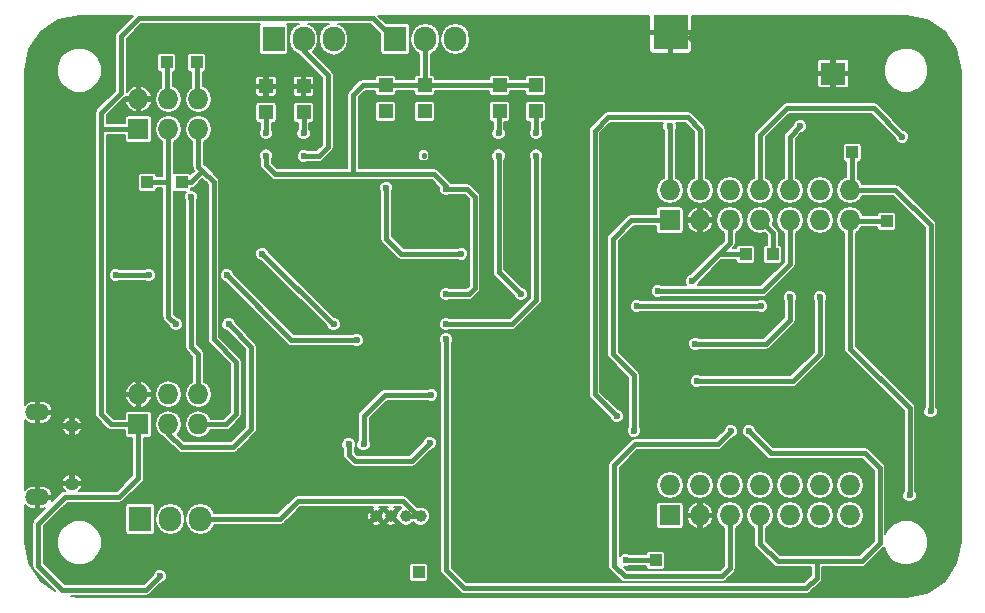
<source format=gbr>
G04 #@! TF.FileFunction,Copper,L1,Top,Signal*
%FSLAX46Y46*%
G04 Gerber Fmt 4.6, Leading zero omitted, Abs format (unit mm)*
G04 Created by KiCad (PCBNEW 4.0.6-e0-6349~52~ubuntu17.04.1) date Sun Jul  9 19:13:44 2017*
%MOMM*%
%LPD*%
G01*
G04 APERTURE LIST*
%ADD10C,0.100000*%
%ADD11C,0.700000*%
%ADD12R,1.000000X1.000000*%
%ADD13R,3.000000X3.000000*%
%ADD14R,1.727200X1.727200*%
%ADD15O,1.727200X1.727200*%
%ADD16R,1.200000X1.200000*%
%ADD17R,1.900000X2.100000*%
%ADD18O,1.900000X2.100000*%
%ADD19C,1.000000*%
%ADD20O,1.250000X1.050000*%
%ADD21O,2.000000X1.400000*%
%ADD22R,2.100000X1.900000*%
%ADD23C,0.600000*%
%ADD24C,0.400000*%
%ADD25C,0.200000*%
G04 APERTURE END LIST*
D10*
D11*
X134224500Y-107179600D03*
X121270500Y-105909600D03*
X134669000Y-104665000D03*
X134669000Y-102125000D03*
X122794500Y-102353600D03*
X120254500Y-102353600D03*
X125588500Y-104639600D03*
X130668500Y-104639600D03*
X128128500Y-104639600D03*
X154227000Y-114063000D03*
X179627000Y-114063000D03*
X159307000Y-114063000D03*
X156767000Y-114063000D03*
X177087000Y-114063000D03*
X184707000Y-114063000D03*
X164387000Y-114063000D03*
X161847000Y-114063000D03*
X141527000Y-114063000D03*
X121207000Y-114063000D03*
X123747000Y-114063000D03*
X144067000Y-114063000D03*
X146607000Y-114063000D03*
X136447000Y-114063000D03*
X118667000Y-114063000D03*
X138987000Y-114063000D03*
X133907000Y-114063000D03*
X167435000Y-76471000D03*
X167498500Y-72089500D03*
X167498500Y-107649500D03*
X167498500Y-105109500D03*
X167498500Y-84789500D03*
X167498500Y-79709500D03*
X167498500Y-82249500D03*
X148512000Y-105681000D03*
X148512000Y-85361000D03*
X149020000Y-100601000D03*
X148512000Y-82821000D03*
X148512000Y-92981000D03*
X148512000Y-110761000D03*
X148512000Y-90441000D03*
X148512000Y-95521000D03*
X187247000Y-71899000D03*
X187247000Y-102379000D03*
X187247000Y-76979000D03*
X187247000Y-99839000D03*
X187247000Y-79519000D03*
X187247000Y-89679000D03*
X187247000Y-87139000D03*
X187247000Y-92219000D03*
X187247000Y-112539000D03*
X187247000Y-115079000D03*
X187247000Y-95521000D03*
X177341000Y-98569000D03*
X179881000Y-98569000D03*
X184326000Y-98569000D03*
X164641000Y-98569000D03*
X161085000Y-98569000D03*
X192581000Y-98569000D03*
X172261000Y-98569000D03*
X190041000Y-98569000D03*
X169721000Y-98569000D03*
X167435000Y-98569000D03*
X132510000Y-94505000D03*
X131621000Y-98569000D03*
X141781000Y-98569000D03*
X144321000Y-98569000D03*
X139241000Y-98569000D03*
X136701000Y-98569000D03*
X127938000Y-83329000D03*
X129843000Y-83329000D03*
X134796000Y-83329000D03*
X132891000Y-83329000D03*
X143051000Y-83329000D03*
X140511000Y-83329000D03*
X137971000Y-83329000D03*
X125271000Y-83329000D03*
X122731000Y-83329000D03*
X170610000Y-96283000D03*
X152830000Y-96283000D03*
X178230000Y-96283000D03*
X157910000Y-96283000D03*
X155370000Y-96283000D03*
X168070000Y-96283000D03*
X183310000Y-96283000D03*
X122350000Y-96283000D03*
X124890000Y-96283000D03*
X119873500Y-67390500D03*
X119873500Y-85170500D03*
X119873500Y-80090500D03*
X119873500Y-82630500D03*
X119873500Y-75010500D03*
X119873500Y-77550500D03*
X119873500Y-97870500D03*
X119873500Y-95330500D03*
X119873500Y-90250500D03*
X119873500Y-92790500D03*
X119873500Y-100410500D03*
X160894500Y-84535500D03*
X160894500Y-104855500D03*
X160894500Y-102315500D03*
X160894500Y-81995500D03*
X160894500Y-76915500D03*
X160894500Y-79455500D03*
X160894500Y-107395500D03*
X160894500Y-87075500D03*
X160894500Y-94695500D03*
X173912000Y-68470000D03*
X156132000Y-68470000D03*
X176452000Y-68470000D03*
X181532000Y-68470000D03*
X161212000Y-68470000D03*
X158672000Y-68470000D03*
X178992000Y-68470000D03*
X168832000Y-68470000D03*
X171372000Y-68470000D03*
X186612000Y-68470000D03*
X166292000Y-68470000D03*
X163752000Y-68470000D03*
X184072000Y-68470000D03*
X143432000Y-68470000D03*
X153846000Y-109872000D03*
X156386000Y-109872000D03*
X161466000Y-109872000D03*
X158926000Y-109872000D03*
X191946000Y-109872000D03*
X166546000Y-109872000D03*
X138606000Y-109872000D03*
D12*
X184912000Y-78180000D03*
D13*
X169545000Y-68020000D03*
D14*
X124476000Y-76222000D03*
D15*
X124476000Y-73682000D03*
X127016000Y-76222000D03*
X127016000Y-73682000D03*
X129556000Y-76222000D03*
X129556000Y-73682000D03*
D14*
X124476000Y-101222000D03*
D15*
X124476000Y-98682000D03*
X127016000Y-101222000D03*
X127016000Y-98682000D03*
X129556000Y-101222000D03*
X129556000Y-98682000D03*
D14*
X169476000Y-83922000D03*
D15*
X169476000Y-81382000D03*
X172016000Y-83922000D03*
X172016000Y-81382000D03*
X174556000Y-83922000D03*
X174556000Y-81382000D03*
X177096000Y-83922000D03*
X177096000Y-81382000D03*
X179636000Y-83922000D03*
X179636000Y-81382000D03*
X182176000Y-83922000D03*
X182176000Y-81382000D03*
X184716000Y-83922000D03*
X184716000Y-81382000D03*
D14*
X169476000Y-108922000D03*
D15*
X169476000Y-106382000D03*
X172016000Y-108922000D03*
X172016000Y-106382000D03*
X174556000Y-108922000D03*
X174556000Y-106382000D03*
X177096000Y-108922000D03*
X177096000Y-106382000D03*
X179636000Y-108922000D03*
X179636000Y-106382000D03*
X182176000Y-108922000D03*
X182176000Y-106382000D03*
X184716000Y-108922000D03*
X184716000Y-106382000D03*
D16*
X145415000Y-72508000D03*
X145415000Y-74708000D03*
X148717000Y-72508000D03*
X148717000Y-74708000D03*
X155067000Y-72508000D03*
X155067000Y-74708000D03*
X158115000Y-72508000D03*
X158115000Y-74708000D03*
X135286000Y-74792000D03*
X135286000Y-72592000D03*
X138461000Y-74792000D03*
X138461000Y-72592000D03*
D17*
X135921000Y-68612000D03*
D18*
X138461000Y-68612000D03*
X141001000Y-68612000D03*
D17*
X124636000Y-109237000D03*
D18*
X127176000Y-109237000D03*
X129716000Y-109237000D03*
D12*
X125222000Y-80720000D03*
X128143000Y-80720000D03*
X126873000Y-70560000D03*
X129413000Y-70560000D03*
X187833000Y-84022000D03*
X175895000Y-86816000D03*
X178181000Y-86816000D03*
X168275000Y-112724000D03*
X148209000Y-113740000D03*
D19*
X144635000Y-108983000D03*
X145885000Y-108983000D03*
X148385000Y-108983000D03*
X147135000Y-108983000D03*
D17*
X146226000Y-68597000D03*
D18*
X148766000Y-68597000D03*
X151306000Y-68597000D03*
D20*
X118861500Y-101370500D03*
X118861500Y-106220500D03*
D21*
X115936500Y-100195500D03*
X115936500Y-107395500D03*
D22*
X183310000Y-71518000D03*
D23*
X132111000Y-92742000D03*
X127666000Y-92742000D03*
X189769000Y-107220000D03*
X191547000Y-100108000D03*
X164973000Y-100532000D03*
X174625000Y-101802000D03*
X171323000Y-89102000D03*
X189152000Y-76852000D03*
X176149000Y-101802000D03*
X150526000Y-94012000D03*
X180516000Y-75963000D03*
X168451000Y-89933000D03*
X126287000Y-114063000D03*
X165735000Y-112724000D03*
X128936000Y-81947000D03*
X169449000Y-75978000D03*
X177214000Y-91203000D03*
X166673000Y-91203000D03*
X122555000Y-88594000D03*
X125349000Y-88594000D03*
X131953000Y-88594000D03*
X142975500Y-94081500D03*
X166419000Y-101744000D03*
X148131000Y-113809000D03*
X135286000Y-78452000D03*
X150526000Y-90202000D03*
X150526000Y-81312000D03*
X135286000Y-76552000D03*
X138461000Y-76552000D03*
X138479000Y-78503000D03*
X134971000Y-86757000D03*
X141001000Y-92742000D03*
X145464000Y-81170000D03*
X151814000Y-86758000D03*
X154971000Y-78452000D03*
X156876000Y-90202000D03*
X158146000Y-78452000D03*
X150526000Y-92742000D03*
X145446000Y-74835000D03*
X148621000Y-74835000D03*
X154971000Y-76552000D03*
X158146000Y-76552000D03*
X149274000Y-98696000D03*
X171626000Y-94378000D03*
X143541000Y-102902000D03*
X179627000Y-90441000D03*
X142271000Y-102902000D03*
X182167000Y-90441000D03*
X171753000Y-97553000D03*
X149147000Y-102760000D03*
D24*
X148621000Y-78391000D02*
X148621000Y-78452000D01*
X125222000Y-80720000D02*
X127016000Y-80720000D01*
X127016000Y-80720000D02*
X126873000Y-80720000D01*
X126873000Y-80720000D02*
X127016000Y-80720000D01*
X127016000Y-76222000D02*
X127016000Y-80720000D01*
X127016000Y-80720000D02*
X127016000Y-92092000D01*
X127016000Y-101998000D02*
X127016000Y-101222000D01*
X128174000Y-103156000D02*
X127016000Y-101998000D01*
X132492000Y-103156000D02*
X128174000Y-103156000D01*
X134016000Y-101632000D02*
X132492000Y-103156000D01*
X134016000Y-94647000D02*
X134016000Y-101632000D01*
X132111000Y-92742000D02*
X134016000Y-94647000D01*
X127016000Y-92092000D02*
X127666000Y-92742000D01*
X128143000Y-80720000D02*
X128905000Y-80720000D01*
X128905000Y-80720000D02*
X129894500Y-79730500D01*
X130841000Y-94012000D02*
X130841000Y-80677000D01*
X131886000Y-101222000D02*
X132746000Y-100362000D01*
X132746000Y-100362000D02*
X132746000Y-95917000D01*
X132746000Y-95917000D02*
X130841000Y-94012000D01*
X129556000Y-101222000D02*
X131886000Y-101222000D01*
X129556000Y-79392000D02*
X129556000Y-76222000D01*
X130841000Y-80677000D02*
X129894500Y-79730500D01*
X129894500Y-79730500D02*
X129556000Y-79392000D01*
X187833000Y-84022000D02*
X184816000Y-84022000D01*
X184816000Y-84022000D02*
X184716000Y-83922000D01*
X184716000Y-94801000D02*
X184716000Y-83922000D01*
X189769000Y-99854000D02*
X184716000Y-94801000D01*
X189769000Y-107220000D02*
X189769000Y-99854000D01*
X126873000Y-70560000D02*
X126873000Y-73539000D01*
X126873000Y-73539000D02*
X127016000Y-73682000D01*
X184912000Y-78180000D02*
X184912000Y-81186000D01*
X184912000Y-81186000D02*
X184716000Y-81382000D01*
X184716000Y-81382000D02*
X188569000Y-81382000D01*
X191547000Y-84360000D02*
X191547000Y-100108000D01*
X188569000Y-81382000D02*
X191547000Y-84360000D01*
X163099000Y-97230000D02*
X163099000Y-76359000D01*
X163099000Y-97314000D02*
X163099000Y-97230000D01*
X163099000Y-76359000D02*
X164242000Y-75216000D01*
X164242000Y-75216000D02*
X170973000Y-75216000D01*
X170973000Y-75216000D02*
X172016000Y-76259000D01*
X172016000Y-76259000D02*
X172016000Y-81382000D01*
X163099000Y-98658000D02*
X163099000Y-97314000D01*
X164973000Y-100532000D02*
X163099000Y-98658000D01*
X175895000Y-86816000D02*
X173609000Y-86816000D01*
X173513000Y-102902000D02*
X173525000Y-102902000D01*
X173513000Y-102902000D02*
X166528000Y-102902000D01*
X166528000Y-102902000D02*
X164750000Y-104680000D01*
X164750000Y-104680000D02*
X164750000Y-113189000D01*
X164750000Y-113189000D02*
X165639000Y-114078000D01*
X165639000Y-114078000D02*
X173894000Y-114078000D01*
X173894000Y-114078000D02*
X174556000Y-113416000D01*
X174556000Y-108922000D02*
X174556000Y-113416000D01*
X173525000Y-102902000D02*
X174625000Y-101802000D01*
X174556000Y-85869000D02*
X174556000Y-83922000D01*
X171323000Y-89102000D02*
X173609000Y-86816000D01*
X173609000Y-86816000D02*
X174556000Y-85869000D01*
X177096000Y-76716000D02*
X177096000Y-81382000D01*
X179373000Y-74439000D02*
X177096000Y-76716000D01*
X186739000Y-74439000D02*
X179373000Y-74439000D01*
X189152000Y-76852000D02*
X186739000Y-74439000D01*
X185965000Y-103670000D02*
X178017000Y-103670000D01*
X181895000Y-112808000D02*
X181895000Y-114205000D01*
X181006000Y-115094000D02*
X181895000Y-114205000D01*
X185959000Y-103664000D02*
X185965000Y-103670000D01*
X185965000Y-103670000D02*
X187229000Y-104934000D01*
X187229000Y-104934000D02*
X187229000Y-111284000D01*
X187229000Y-111284000D02*
X185705000Y-112808000D01*
X185705000Y-112808000D02*
X181895000Y-112808000D01*
X181895000Y-112808000D02*
X178593000Y-112808000D01*
X178593000Y-112808000D02*
X177096000Y-111311000D01*
X152050000Y-115094000D02*
X181006000Y-115094000D01*
X150526000Y-113570000D02*
X152050000Y-115094000D01*
X176149000Y-101802000D02*
X178017000Y-103670000D01*
X150526000Y-113570000D02*
X150526000Y-94012000D01*
X178181000Y-86816000D02*
X178181000Y-85007000D01*
X178181000Y-85007000D02*
X177096000Y-83922000D01*
X177096000Y-108922000D02*
X177096000Y-111311000D01*
X179636000Y-76843000D02*
X179636000Y-81382000D01*
X180516000Y-75963000D02*
X179636000Y-76843000D01*
X179636000Y-83922000D02*
X179636000Y-87638000D01*
X177341000Y-89933000D02*
X168451000Y-89933000D01*
X179636000Y-87638000D02*
X177341000Y-89933000D01*
X125144000Y-115206000D02*
X126287000Y-114063000D01*
X118032000Y-115206000D02*
X125144000Y-115206000D01*
X116000000Y-113174000D02*
X118032000Y-115206000D01*
X116000000Y-109618000D02*
X116000000Y-113174000D01*
X118286000Y-107332000D02*
X116000000Y-109618000D01*
X122858000Y-107332000D02*
X118286000Y-107332000D01*
X124476000Y-105714000D02*
X122858000Y-107332000D01*
X146226000Y-68597000D02*
X146099000Y-68597000D01*
X146099000Y-68597000D02*
X144321000Y-66819000D01*
X144321000Y-66819000D02*
X124509000Y-66819000D01*
X124509000Y-66819000D02*
X122985000Y-68343000D01*
X122985000Y-68343000D02*
X122985000Y-73169000D01*
X122985000Y-73169000D02*
X121334000Y-74820000D01*
X121334000Y-74820000D02*
X121334000Y-76222000D01*
X124476000Y-105714000D02*
X124476000Y-101222000D01*
X168275000Y-112724000D02*
X165735000Y-112724000D01*
X124476000Y-76222000D02*
X121334000Y-76222000D01*
X121334000Y-76222000D02*
X121316000Y-76222000D01*
X121316000Y-76222000D02*
X121316000Y-76232000D01*
X121316000Y-76232000D02*
X121316000Y-77756000D01*
X122176000Y-101222000D02*
X124476000Y-101222000D01*
X121316000Y-77756000D02*
X121316000Y-100362000D01*
X121316000Y-100362000D02*
X122176000Y-101222000D01*
X121316000Y-76867000D02*
X121316000Y-77756000D01*
X129413000Y-70560000D02*
X129413000Y-73539000D01*
X129413000Y-73539000D02*
X129556000Y-73682000D01*
X129556000Y-98682000D02*
X129556000Y-95267000D01*
X128936000Y-94647000D02*
X128936000Y-81947000D01*
X129556000Y-95267000D02*
X128936000Y-94647000D01*
X169476000Y-76005000D02*
X169476000Y-81382000D01*
X169449000Y-75978000D02*
X169476000Y-76005000D01*
X166673000Y-91203000D02*
X177214000Y-91203000D01*
X122555000Y-88594000D02*
X125349000Y-88594000D01*
X131953000Y-88594000D02*
X137440500Y-94081500D01*
X137440500Y-94081500D02*
X142975500Y-94081500D01*
X166207000Y-83922000D02*
X169476000Y-83922000D01*
X164641000Y-85488000D02*
X166207000Y-83922000D01*
X164641000Y-95267000D02*
X164641000Y-85488000D01*
X166419000Y-97045000D02*
X164641000Y-95267000D01*
X166419000Y-101744000D02*
X166419000Y-97045000D01*
X148131000Y-113809000D02*
X148200000Y-113740000D01*
X148200000Y-113740000D02*
X148209000Y-113740000D01*
X148717000Y-72508000D02*
X155067000Y-72508000D01*
X148766000Y-68597000D02*
X148766000Y-72459000D01*
X148766000Y-72459000D02*
X148717000Y-72508000D01*
X145415000Y-72508000D02*
X143458000Y-72508000D01*
X142652000Y-73314000D02*
X142652000Y-78772000D01*
X143458000Y-72508000D02*
X142652000Y-73314000D01*
X148717000Y-72508000D02*
X145415000Y-72508000D01*
X155067000Y-72508000D02*
X158115000Y-72508000D01*
X141636000Y-80042000D02*
X136048000Y-80042000D01*
X135286000Y-79280000D02*
X136048000Y-80042000D01*
X135286000Y-79280000D02*
X135286000Y-78452000D01*
X149510000Y-80042000D02*
X150526000Y-81058000D01*
X150526000Y-81058000D02*
X150526000Y-81312000D01*
X142652000Y-80042000D02*
X149510000Y-80042000D01*
X152304000Y-81312000D02*
X150526000Y-81312000D01*
X152939000Y-81947000D02*
X152304000Y-81312000D01*
X152939000Y-89694000D02*
X152939000Y-81947000D01*
X152431000Y-90202000D02*
X152939000Y-89694000D01*
X152431000Y-90202000D02*
X150526000Y-90202000D01*
X141636000Y-80042000D02*
X142652000Y-80042000D01*
X142652000Y-78772000D02*
X142652000Y-80042000D01*
X142652000Y-79280000D02*
X142652000Y-78772000D01*
X141636000Y-80042000D02*
X141890000Y-80042000D01*
X135286000Y-74792000D02*
X135286000Y-76486000D01*
X135286000Y-76486000D02*
X135286000Y-76552000D01*
X138461000Y-74792000D02*
X138461000Y-76552000D01*
X138461000Y-68612000D02*
X138461000Y-69595000D01*
X138461000Y-69595000D02*
X140511000Y-71645000D01*
X140511000Y-71645000D02*
X140511000Y-77741000D01*
X140511000Y-77741000D02*
X139749000Y-78503000D01*
X139749000Y-78503000D02*
X138479000Y-78503000D01*
X140956000Y-92742000D02*
X141001000Y-92742000D01*
X140956000Y-92742000D02*
X134971000Y-86757000D01*
X145464000Y-85488000D02*
X145464000Y-81170000D01*
X146734000Y-86758000D02*
X145464000Y-85488000D01*
X151814000Y-86758000D02*
X146734000Y-86758000D01*
X156876000Y-90202000D02*
X154971000Y-88297000D01*
X154971000Y-88297000D02*
X154971000Y-78518000D01*
X154971000Y-78518000D02*
X154971000Y-78452000D01*
X158146000Y-90710000D02*
X156114000Y-92742000D01*
X156114000Y-92742000D02*
X150526000Y-92742000D01*
X158146000Y-90710000D02*
X158146000Y-78452000D01*
X145446000Y-74835000D02*
X145446000Y-74792000D01*
X148621000Y-74962000D02*
X148621000Y-74792000D01*
X148621000Y-74835000D02*
X148621000Y-74792000D01*
X154971000Y-74792000D02*
X154971000Y-76552000D01*
X158146000Y-74792000D02*
X158146000Y-76552000D01*
X129716000Y-109237000D02*
X136447000Y-109237000D01*
X146861000Y-107713000D02*
X148131000Y-108983000D01*
X137971000Y-107713000D02*
X146861000Y-107713000D01*
X136447000Y-109237000D02*
X137971000Y-107713000D01*
X148131000Y-108983000D02*
X148385000Y-108983000D01*
X148385000Y-108983000D02*
X147135000Y-108983000D01*
X145337000Y-98696000D02*
X149274000Y-98696000D01*
X143559000Y-100474000D02*
X145337000Y-98696000D01*
X143559000Y-102884000D02*
X143559000Y-100474000D01*
X143559000Y-102884000D02*
X143541000Y-102902000D01*
X171626000Y-94378000D02*
X177595000Y-94378000D01*
X177595000Y-94378000D02*
X179627000Y-92346000D01*
X179627000Y-92346000D02*
X179627000Y-90441000D01*
X182167000Y-95267000D02*
X182167000Y-90441000D01*
X179881000Y-97553000D02*
X182167000Y-95267000D01*
X171753000Y-97553000D02*
X179881000Y-97553000D01*
X147623000Y-104284000D02*
X149147000Y-102760000D01*
X142797000Y-104284000D02*
X147623000Y-104284000D01*
X142289000Y-103776000D02*
X142797000Y-104284000D01*
X142289000Y-102920000D02*
X142289000Y-103776000D01*
X142289000Y-102920000D02*
X142271000Y-102902000D01*
D25*
G36*
X167745000Y-67795000D02*
X167820000Y-67870000D01*
X169395000Y-67870000D01*
X169395000Y-67850000D01*
X169695000Y-67850000D01*
X169695000Y-67870000D01*
X171270000Y-67870000D01*
X171345000Y-67795000D01*
X171345000Y-66597000D01*
X189439068Y-66597000D01*
X191243098Y-66955844D01*
X192741173Y-67956825D01*
X193742156Y-69454902D01*
X194101000Y-71258932D01*
X194101000Y-111185068D01*
X193742156Y-112989098D01*
X192741173Y-114487175D01*
X191243098Y-115488156D01*
X189439068Y-115847000D01*
X119512932Y-115847000D01*
X118804077Y-115706000D01*
X125144000Y-115706000D01*
X125335342Y-115667940D01*
X125497553Y-115559553D01*
X126394012Y-114663094D01*
X126405824Y-114663104D01*
X126626429Y-114571952D01*
X126795359Y-114403317D01*
X126886896Y-114182871D01*
X126887104Y-113944176D01*
X126795952Y-113723571D01*
X126627317Y-113554641D01*
X126406871Y-113463104D01*
X126168176Y-113462896D01*
X125947571Y-113554048D01*
X125778641Y-113722683D01*
X125687104Y-113943129D01*
X125687093Y-113955801D01*
X124936894Y-114706000D01*
X118239106Y-114706000D01*
X116773106Y-113240000D01*
X147403123Y-113240000D01*
X147403123Y-114240000D01*
X147424042Y-114351173D01*
X147489745Y-114453279D01*
X147589997Y-114521778D01*
X147709000Y-114545877D01*
X148709000Y-114545877D01*
X148820173Y-114524958D01*
X148922279Y-114459255D01*
X148990778Y-114359003D01*
X149014877Y-114240000D01*
X149014877Y-113240000D01*
X148993958Y-113128827D01*
X148928255Y-113026721D01*
X148828003Y-112958222D01*
X148709000Y-112934123D01*
X147709000Y-112934123D01*
X147597827Y-112955042D01*
X147495721Y-113020745D01*
X147427222Y-113120997D01*
X147403123Y-113240000D01*
X116773106Y-113240000D01*
X116500000Y-112966894D01*
X116500000Y-111598275D01*
X117575671Y-111598275D01*
X117864319Y-112296857D01*
X118398331Y-112831802D01*
X119096409Y-113121669D01*
X119852275Y-113122329D01*
X120550857Y-112833681D01*
X121085802Y-112299669D01*
X121375669Y-111601591D01*
X121376329Y-110845725D01*
X121087681Y-110147143D01*
X120553669Y-109612198D01*
X119855591Y-109322331D01*
X119099725Y-109321671D01*
X118401143Y-109610319D01*
X117866198Y-110144331D01*
X117576331Y-110842409D01*
X117575671Y-111598275D01*
X116500000Y-111598275D01*
X116500000Y-109825106D01*
X118138106Y-108187000D01*
X123380123Y-108187000D01*
X123380123Y-110287000D01*
X123401042Y-110398173D01*
X123466745Y-110500279D01*
X123566997Y-110568778D01*
X123686000Y-110592877D01*
X125586000Y-110592877D01*
X125697173Y-110571958D01*
X125799279Y-110506255D01*
X125867778Y-110406003D01*
X125891877Y-110287000D01*
X125891877Y-109110552D01*
X125926000Y-109110552D01*
X125926000Y-109363448D01*
X126021151Y-109841802D01*
X126292117Y-110247331D01*
X126697646Y-110518297D01*
X127176000Y-110613448D01*
X127654354Y-110518297D01*
X128059883Y-110247331D01*
X128330849Y-109841802D01*
X128426000Y-109363448D01*
X128426000Y-109110552D01*
X128466000Y-109110552D01*
X128466000Y-109363448D01*
X128561151Y-109841802D01*
X128832117Y-110247331D01*
X129237646Y-110518297D01*
X129716000Y-110613448D01*
X130194354Y-110518297D01*
X130599883Y-110247331D01*
X130870849Y-109841802D01*
X130891696Y-109737000D01*
X136447000Y-109737000D01*
X136638342Y-109698940D01*
X136783499Y-109601948D01*
X144228184Y-109601948D01*
X144285088Y-109719807D01*
X144593687Y-109797626D01*
X144908576Y-109751426D01*
X144984912Y-109719807D01*
X145041816Y-109601948D01*
X145478184Y-109601948D01*
X145535088Y-109719807D01*
X145843687Y-109797626D01*
X146158576Y-109751426D01*
X146234912Y-109719807D01*
X146291816Y-109601948D01*
X145885000Y-109195132D01*
X145478184Y-109601948D01*
X145041816Y-109601948D01*
X144635000Y-109195132D01*
X144228184Y-109601948D01*
X136783499Y-109601948D01*
X136800553Y-109590553D01*
X137449419Y-108941687D01*
X143820374Y-108941687D01*
X143866574Y-109256576D01*
X143898193Y-109332912D01*
X144016052Y-109389816D01*
X144422868Y-108983000D01*
X144847132Y-108983000D01*
X145115863Y-109251731D01*
X145116574Y-109256576D01*
X145148193Y-109332912D01*
X145242648Y-109378516D01*
X145253948Y-109389816D01*
X145260000Y-109386894D01*
X145266052Y-109389816D01*
X145277352Y-109378516D01*
X145371807Y-109332912D01*
X145388280Y-109267588D01*
X145672868Y-108983000D01*
X145404137Y-108714269D01*
X145403426Y-108709424D01*
X145371807Y-108633088D01*
X145277352Y-108587484D01*
X145266052Y-108576184D01*
X145260000Y-108579106D01*
X145253948Y-108576184D01*
X145242648Y-108587484D01*
X145148193Y-108633088D01*
X145131720Y-108698412D01*
X144847132Y-108983000D01*
X144422868Y-108983000D01*
X144016052Y-108576184D01*
X143898193Y-108633088D01*
X143820374Y-108941687D01*
X137449419Y-108941687D01*
X138178107Y-108213000D01*
X144372152Y-108213000D01*
X144361424Y-108214574D01*
X144285088Y-108246193D01*
X144228184Y-108364052D01*
X144635000Y-108770868D01*
X145041816Y-108364052D01*
X144984912Y-108246193D01*
X144853282Y-108213000D01*
X145622152Y-108213000D01*
X145611424Y-108214574D01*
X145535088Y-108246193D01*
X145478184Y-108364052D01*
X145885000Y-108770868D01*
X146291816Y-108364052D01*
X146234912Y-108246193D01*
X146103282Y-108213000D01*
X146653894Y-108213000D01*
X146726911Y-108286017D01*
X146682428Y-108304397D01*
X146457188Y-108529245D01*
X146390653Y-108689479D01*
X146097132Y-108983000D01*
X146390697Y-109276565D01*
X146456397Y-109435572D01*
X146681245Y-109660812D01*
X146975172Y-109782861D01*
X147293432Y-109783139D01*
X147587572Y-109661603D01*
X147760103Y-109489372D01*
X147931245Y-109660812D01*
X148225172Y-109782861D01*
X148543432Y-109783139D01*
X148837572Y-109661603D01*
X149062812Y-109436755D01*
X149184861Y-109142828D01*
X149185139Y-108824568D01*
X149063603Y-108530428D01*
X148838755Y-108305188D01*
X148544828Y-108183139D01*
X148226568Y-108182861D01*
X148093111Y-108238004D01*
X147214553Y-107359447D01*
X147052342Y-107251060D01*
X146861000Y-107213000D01*
X137971000Y-107213000D01*
X137779658Y-107251060D01*
X137617446Y-107359447D01*
X136239894Y-108737000D01*
X130891696Y-108737000D01*
X130870849Y-108632198D01*
X130599883Y-108226669D01*
X130194354Y-107955703D01*
X129716000Y-107860552D01*
X129237646Y-107955703D01*
X128832117Y-108226669D01*
X128561151Y-108632198D01*
X128466000Y-109110552D01*
X128426000Y-109110552D01*
X128330849Y-108632198D01*
X128059883Y-108226669D01*
X127654354Y-107955703D01*
X127176000Y-107860552D01*
X126697646Y-107955703D01*
X126292117Y-108226669D01*
X126021151Y-108632198D01*
X125926000Y-109110552D01*
X125891877Y-109110552D01*
X125891877Y-108187000D01*
X125870958Y-108075827D01*
X125805255Y-107973721D01*
X125705003Y-107905222D01*
X125586000Y-107881123D01*
X123686000Y-107881123D01*
X123574827Y-107902042D01*
X123472721Y-107967745D01*
X123404222Y-108067997D01*
X123380123Y-108187000D01*
X118138106Y-108187000D01*
X118493107Y-107832000D01*
X122858000Y-107832000D01*
X123049342Y-107793940D01*
X123211553Y-107685553D01*
X124829554Y-106067553D01*
X124932212Y-105913914D01*
X124937940Y-105905342D01*
X124976000Y-105714000D01*
X124976000Y-102391477D01*
X125339600Y-102391477D01*
X125450773Y-102370558D01*
X125552879Y-102304855D01*
X125621378Y-102204603D01*
X125645477Y-102085600D01*
X125645477Y-101199204D01*
X125852400Y-101199204D01*
X125852400Y-101244796D01*
X125940974Y-101690086D01*
X126193211Y-102067585D01*
X126570710Y-102319822D01*
X126652057Y-102336003D01*
X126662447Y-102351553D01*
X127820446Y-103509553D01*
X127932848Y-103584658D01*
X127982658Y-103617940D01*
X128174000Y-103656000D01*
X132492000Y-103656000D01*
X132683342Y-103617940D01*
X132845553Y-103509553D01*
X133334282Y-103020824D01*
X141670896Y-103020824D01*
X141762048Y-103241429D01*
X141789000Y-103268428D01*
X141789000Y-103776000D01*
X141819721Y-103930446D01*
X141827060Y-103967342D01*
X141935447Y-104129553D01*
X142443446Y-104637553D01*
X142600746Y-104742658D01*
X142605658Y-104745940D01*
X142797000Y-104784000D01*
X147623000Y-104784000D01*
X147814342Y-104745940D01*
X147976553Y-104637553D01*
X149254013Y-103360094D01*
X149265824Y-103360104D01*
X149486429Y-103268952D01*
X149655359Y-103100317D01*
X149746896Y-102879871D01*
X149747104Y-102641176D01*
X149655952Y-102420571D01*
X149487317Y-102251641D01*
X149266871Y-102160104D01*
X149028176Y-102159896D01*
X148807571Y-102251048D01*
X148638641Y-102419683D01*
X148547104Y-102640129D01*
X148547093Y-102652800D01*
X147415894Y-103784000D01*
X143004107Y-103784000D01*
X142789000Y-103568894D01*
X142789000Y-103219099D01*
X142870896Y-103021871D01*
X142870896Y-103020824D01*
X142940896Y-103020824D01*
X143032048Y-103241429D01*
X143200683Y-103410359D01*
X143421129Y-103501896D01*
X143659824Y-103502104D01*
X143880429Y-103410952D01*
X144049359Y-103242317D01*
X144140896Y-103021871D01*
X144141104Y-102783176D01*
X144059000Y-102584469D01*
X144059000Y-100681106D01*
X145544107Y-99196000D01*
X148925339Y-99196000D01*
X148933683Y-99204359D01*
X149154129Y-99295896D01*
X149392824Y-99296104D01*
X149613429Y-99204952D01*
X149782359Y-99036317D01*
X149873896Y-98815871D01*
X149874104Y-98577176D01*
X149782952Y-98356571D01*
X149614317Y-98187641D01*
X149393871Y-98096104D01*
X149155176Y-98095896D01*
X148934571Y-98187048D01*
X148925603Y-98196000D01*
X145337000Y-98196000D01*
X145145658Y-98234060D01*
X145080686Y-98277474D01*
X144983447Y-98342446D01*
X143205447Y-100120447D01*
X143097060Y-100282658D01*
X143059000Y-100474000D01*
X143059000Y-102535370D01*
X143032641Y-102561683D01*
X142941104Y-102782129D01*
X142940896Y-103020824D01*
X142870896Y-103020824D01*
X142871104Y-102783176D01*
X142779952Y-102562571D01*
X142611317Y-102393641D01*
X142390871Y-102302104D01*
X142152176Y-102301896D01*
X141931571Y-102393048D01*
X141762641Y-102561683D01*
X141671104Y-102782129D01*
X141670896Y-103020824D01*
X133334282Y-103020824D01*
X134369553Y-101985554D01*
X134477940Y-101823342D01*
X134493722Y-101744000D01*
X134516000Y-101632000D01*
X134516000Y-94647000D01*
X134477940Y-94455658D01*
X134454735Y-94420929D01*
X134369554Y-94293447D01*
X132711094Y-92634988D01*
X132711104Y-92623176D01*
X132619952Y-92402571D01*
X132451317Y-92233641D01*
X132230871Y-92142104D01*
X131992176Y-92141896D01*
X131771571Y-92233048D01*
X131602641Y-92401683D01*
X131511104Y-92622129D01*
X131510896Y-92860824D01*
X131602048Y-93081429D01*
X131770683Y-93250359D01*
X131991129Y-93341896D01*
X132003801Y-93341907D01*
X133516000Y-94854107D01*
X133516000Y-101424893D01*
X132284894Y-102656000D01*
X128381107Y-102656000D01*
X127811156Y-102086049D01*
X127838789Y-102067585D01*
X128091026Y-101690086D01*
X128179600Y-101244796D01*
X128179600Y-101199204D01*
X128091026Y-100753914D01*
X127838789Y-100376415D01*
X127461290Y-100124178D01*
X127016000Y-100035604D01*
X126570710Y-100124178D01*
X126193211Y-100376415D01*
X125940974Y-100753914D01*
X125852400Y-101199204D01*
X125645477Y-101199204D01*
X125645477Y-100358400D01*
X125624558Y-100247227D01*
X125558855Y-100145121D01*
X125458603Y-100076622D01*
X125339600Y-100052523D01*
X123612400Y-100052523D01*
X123501227Y-100073442D01*
X123399121Y-100139145D01*
X123330622Y-100239397D01*
X123306523Y-100358400D01*
X123306523Y-100722000D01*
X122383107Y-100722000D01*
X121816000Y-100154894D01*
X121816000Y-99010664D01*
X123359766Y-99010664D01*
X123570509Y-99412810D01*
X123919104Y-99703697D01*
X124147338Y-99798220D01*
X124326000Y-99760216D01*
X124326000Y-98832000D01*
X124626000Y-98832000D01*
X124626000Y-99760216D01*
X124804662Y-99798220D01*
X125032896Y-99703697D01*
X125381491Y-99412810D01*
X125592234Y-99010664D01*
X125554906Y-98832000D01*
X124626000Y-98832000D01*
X124326000Y-98832000D01*
X123397094Y-98832000D01*
X123359766Y-99010664D01*
X121816000Y-99010664D01*
X121816000Y-98659204D01*
X125852400Y-98659204D01*
X125852400Y-98704796D01*
X125940974Y-99150086D01*
X126193211Y-99527585D01*
X126570710Y-99779822D01*
X127016000Y-99868396D01*
X127461290Y-99779822D01*
X127838789Y-99527585D01*
X128091026Y-99150086D01*
X128179600Y-98704796D01*
X128179600Y-98659204D01*
X128091026Y-98213914D01*
X127838789Y-97836415D01*
X127461290Y-97584178D01*
X127016000Y-97495604D01*
X126570710Y-97584178D01*
X126193211Y-97836415D01*
X125940974Y-98213914D01*
X125852400Y-98659204D01*
X121816000Y-98659204D01*
X121816000Y-98353336D01*
X123359766Y-98353336D01*
X123397094Y-98532000D01*
X124326000Y-98532000D01*
X124326000Y-97603784D01*
X124626000Y-97603784D01*
X124626000Y-98532000D01*
X125554906Y-98532000D01*
X125592234Y-98353336D01*
X125381491Y-97951190D01*
X125032896Y-97660303D01*
X124804662Y-97565780D01*
X124626000Y-97603784D01*
X124326000Y-97603784D01*
X124147338Y-97565780D01*
X123919104Y-97660303D01*
X123570509Y-97951190D01*
X123359766Y-98353336D01*
X121816000Y-98353336D01*
X121816000Y-88712824D01*
X121954896Y-88712824D01*
X122046048Y-88933429D01*
X122214683Y-89102359D01*
X122435129Y-89193896D01*
X122673824Y-89194104D01*
X122894429Y-89102952D01*
X122903397Y-89094000D01*
X125000339Y-89094000D01*
X125008683Y-89102359D01*
X125229129Y-89193896D01*
X125467824Y-89194104D01*
X125688429Y-89102952D01*
X125857359Y-88934317D01*
X125948896Y-88713871D01*
X125949104Y-88475176D01*
X125857952Y-88254571D01*
X125689317Y-88085641D01*
X125468871Y-87994104D01*
X125230176Y-87993896D01*
X125009571Y-88085048D01*
X125000603Y-88094000D01*
X122903661Y-88094000D01*
X122895317Y-88085641D01*
X122674871Y-87994104D01*
X122436176Y-87993896D01*
X122215571Y-88085048D01*
X122046641Y-88253683D01*
X121955104Y-88474129D01*
X121954896Y-88712824D01*
X121816000Y-88712824D01*
X121816000Y-80220000D01*
X124416123Y-80220000D01*
X124416123Y-81220000D01*
X124437042Y-81331173D01*
X124502745Y-81433279D01*
X124602997Y-81501778D01*
X124722000Y-81525877D01*
X125722000Y-81525877D01*
X125833173Y-81504958D01*
X125935279Y-81439255D01*
X126003778Y-81339003D01*
X126027877Y-81220000D01*
X126516000Y-81220000D01*
X126516000Y-92092000D01*
X126544056Y-92233048D01*
X126554060Y-92283342D01*
X126662447Y-92445553D01*
X127065906Y-92849013D01*
X127065896Y-92860824D01*
X127157048Y-93081429D01*
X127325683Y-93250359D01*
X127546129Y-93341896D01*
X127784824Y-93342104D01*
X128005429Y-93250952D01*
X128174359Y-93082317D01*
X128265896Y-92861871D01*
X128266104Y-92623176D01*
X128174952Y-92402571D01*
X128006317Y-92233641D01*
X127785871Y-92142104D01*
X127773200Y-92142093D01*
X127516000Y-91884894D01*
X127516000Y-81496314D01*
X127523997Y-81501778D01*
X127643000Y-81525877D01*
X128508588Y-81525877D01*
X128427641Y-81606683D01*
X128336104Y-81827129D01*
X128335896Y-82065824D01*
X128427048Y-82286429D01*
X128436000Y-82295397D01*
X128436000Y-94647000D01*
X128459870Y-94767001D01*
X128474060Y-94838342D01*
X128582447Y-95000553D01*
X129056000Y-95474107D01*
X129056000Y-97620734D01*
X128733211Y-97836415D01*
X128480974Y-98213914D01*
X128392400Y-98659204D01*
X128392400Y-98704796D01*
X128480974Y-99150086D01*
X128733211Y-99527585D01*
X129110710Y-99779822D01*
X129556000Y-99868396D01*
X130001290Y-99779822D01*
X130378789Y-99527585D01*
X130631026Y-99150086D01*
X130719600Y-98704796D01*
X130719600Y-98659204D01*
X130631026Y-98213914D01*
X130378789Y-97836415D01*
X130056000Y-97620734D01*
X130056000Y-95267000D01*
X130017940Y-95075658D01*
X129967756Y-95000553D01*
X129909553Y-94913446D01*
X129436000Y-94439894D01*
X129436000Y-82295661D01*
X129444359Y-82287317D01*
X129535896Y-82066871D01*
X129536104Y-81828176D01*
X129444952Y-81607571D01*
X129276317Y-81438641D01*
X129055871Y-81347104D01*
X128919324Y-81346985D01*
X128924778Y-81339003D01*
X128948877Y-81220000D01*
X128948877Y-81211272D01*
X129096342Y-81181940D01*
X129258553Y-81073553D01*
X129894500Y-80437606D01*
X130341000Y-80884106D01*
X130341000Y-94012000D01*
X130364844Y-94131871D01*
X130379060Y-94203342D01*
X130487447Y-94365553D01*
X132246000Y-96124107D01*
X132246000Y-100154893D01*
X131678894Y-100722000D01*
X130609702Y-100722000D01*
X130378789Y-100376415D01*
X130001290Y-100124178D01*
X129556000Y-100035604D01*
X129110710Y-100124178D01*
X128733211Y-100376415D01*
X128480974Y-100753914D01*
X128392400Y-101199204D01*
X128392400Y-101244796D01*
X128480974Y-101690086D01*
X128733211Y-102067585D01*
X129110710Y-102319822D01*
X129556000Y-102408396D01*
X130001290Y-102319822D01*
X130378789Y-102067585D01*
X130609702Y-101722000D01*
X131886000Y-101722000D01*
X132077342Y-101683940D01*
X132239553Y-101575553D01*
X133099554Y-100715553D01*
X133198163Y-100567974D01*
X133207940Y-100553342D01*
X133246000Y-100362000D01*
X133246000Y-95917000D01*
X133207940Y-95725658D01*
X133099554Y-95563447D01*
X131341000Y-93804894D01*
X131341000Y-88712824D01*
X131352896Y-88712824D01*
X131444048Y-88933429D01*
X131612683Y-89102359D01*
X131833129Y-89193896D01*
X131845801Y-89193907D01*
X137086947Y-94435053D01*
X137249158Y-94543440D01*
X137440500Y-94581500D01*
X142626839Y-94581500D01*
X142635183Y-94589859D01*
X142855629Y-94681396D01*
X143094324Y-94681604D01*
X143314929Y-94590452D01*
X143483859Y-94421817D01*
X143575396Y-94201371D01*
X143575457Y-94130824D01*
X149925896Y-94130824D01*
X150017048Y-94351429D01*
X150026000Y-94360397D01*
X150026000Y-113570000D01*
X150056547Y-113723571D01*
X150064060Y-113761342D01*
X150172447Y-113923553D01*
X151696446Y-115447553D01*
X151819233Y-115529597D01*
X151858658Y-115555940D01*
X152050000Y-115594000D01*
X181006000Y-115594000D01*
X181197342Y-115555940D01*
X181359553Y-115447553D01*
X182248553Y-114558553D01*
X182356940Y-114396342D01*
X182395000Y-114205000D01*
X182395000Y-113308000D01*
X185705000Y-113308000D01*
X185896342Y-113269940D01*
X186058553Y-113161553D01*
X187582553Y-111637554D01*
X187588329Y-111628910D01*
X187864319Y-112296857D01*
X188398331Y-112831802D01*
X189096409Y-113121669D01*
X189852275Y-113122329D01*
X190550857Y-112833681D01*
X191085802Y-112299669D01*
X191375669Y-111601591D01*
X191376329Y-110845725D01*
X191087681Y-110147143D01*
X190553669Y-109612198D01*
X189855591Y-109322331D01*
X189099725Y-109321671D01*
X188401143Y-109610319D01*
X187866198Y-110144331D01*
X187729000Y-110474741D01*
X187729000Y-104934000D01*
X187690940Y-104742658D01*
X187582553Y-104580447D01*
X186318555Y-103316449D01*
X186318553Y-103316446D01*
X186312553Y-103310447D01*
X186150342Y-103202060D01*
X185959000Y-103164001D01*
X185928840Y-103170000D01*
X178224106Y-103170000D01*
X176749094Y-101694988D01*
X176749104Y-101683176D01*
X176657952Y-101462571D01*
X176489317Y-101293641D01*
X176268871Y-101202104D01*
X176030176Y-101201896D01*
X175809571Y-101293048D01*
X175640641Y-101461683D01*
X175549104Y-101682129D01*
X175548896Y-101920824D01*
X175640048Y-102141429D01*
X175808683Y-102310359D01*
X176029129Y-102401896D01*
X176041801Y-102401907D01*
X177663447Y-104023553D01*
X177825658Y-104131940D01*
X178017000Y-104170000D01*
X185757894Y-104170000D01*
X186729000Y-105141106D01*
X186729000Y-111076893D01*
X185497894Y-112308000D01*
X178800107Y-112308000D01*
X177596000Y-111103894D01*
X177596000Y-109983266D01*
X177918789Y-109767585D01*
X178171026Y-109390086D01*
X178259600Y-108944796D01*
X178259600Y-108899204D01*
X178472400Y-108899204D01*
X178472400Y-108944796D01*
X178560974Y-109390086D01*
X178813211Y-109767585D01*
X179190710Y-110019822D01*
X179636000Y-110108396D01*
X180081290Y-110019822D01*
X180458789Y-109767585D01*
X180711026Y-109390086D01*
X180799600Y-108944796D01*
X180799600Y-108899204D01*
X181012400Y-108899204D01*
X181012400Y-108944796D01*
X181100974Y-109390086D01*
X181353211Y-109767585D01*
X181730710Y-110019822D01*
X182176000Y-110108396D01*
X182621290Y-110019822D01*
X182998789Y-109767585D01*
X183251026Y-109390086D01*
X183339600Y-108944796D01*
X183339600Y-108899204D01*
X183552400Y-108899204D01*
X183552400Y-108944796D01*
X183640974Y-109390086D01*
X183893211Y-109767585D01*
X184270710Y-110019822D01*
X184716000Y-110108396D01*
X185161290Y-110019822D01*
X185538789Y-109767585D01*
X185791026Y-109390086D01*
X185879600Y-108944796D01*
X185879600Y-108899204D01*
X185791026Y-108453914D01*
X185538789Y-108076415D01*
X185161290Y-107824178D01*
X184716000Y-107735604D01*
X184270710Y-107824178D01*
X183893211Y-108076415D01*
X183640974Y-108453914D01*
X183552400Y-108899204D01*
X183339600Y-108899204D01*
X183251026Y-108453914D01*
X182998789Y-108076415D01*
X182621290Y-107824178D01*
X182176000Y-107735604D01*
X181730710Y-107824178D01*
X181353211Y-108076415D01*
X181100974Y-108453914D01*
X181012400Y-108899204D01*
X180799600Y-108899204D01*
X180711026Y-108453914D01*
X180458789Y-108076415D01*
X180081290Y-107824178D01*
X179636000Y-107735604D01*
X179190710Y-107824178D01*
X178813211Y-108076415D01*
X178560974Y-108453914D01*
X178472400Y-108899204D01*
X178259600Y-108899204D01*
X178171026Y-108453914D01*
X177918789Y-108076415D01*
X177541290Y-107824178D01*
X177096000Y-107735604D01*
X176650710Y-107824178D01*
X176273211Y-108076415D01*
X176020974Y-108453914D01*
X175932400Y-108899204D01*
X175932400Y-108944796D01*
X176020974Y-109390086D01*
X176273211Y-109767585D01*
X176596000Y-109983266D01*
X176596000Y-111311000D01*
X176631041Y-111487165D01*
X176634060Y-111502342D01*
X176742447Y-111664553D01*
X178239447Y-113161554D01*
X178309821Y-113208576D01*
X178401658Y-113269940D01*
X178593000Y-113308000D01*
X181395000Y-113308000D01*
X181395000Y-113997894D01*
X180798894Y-114594000D01*
X152257107Y-114594000D01*
X151026000Y-113362894D01*
X151026000Y-104680000D01*
X164250000Y-104680000D01*
X164250000Y-113189000D01*
X164280783Y-113343756D01*
X164288060Y-113380342D01*
X164396447Y-113542553D01*
X165285447Y-114431553D01*
X165447658Y-114539940D01*
X165639000Y-114578000D01*
X173894000Y-114578000D01*
X174085342Y-114539940D01*
X174247553Y-114431553D01*
X174909553Y-113769554D01*
X175017940Y-113607342D01*
X175028423Y-113554641D01*
X175056000Y-113416000D01*
X175056000Y-109983266D01*
X175378789Y-109767585D01*
X175631026Y-109390086D01*
X175719600Y-108944796D01*
X175719600Y-108899204D01*
X175631026Y-108453914D01*
X175378789Y-108076415D01*
X175001290Y-107824178D01*
X174556000Y-107735604D01*
X174110710Y-107824178D01*
X173733211Y-108076415D01*
X173480974Y-108453914D01*
X173392400Y-108899204D01*
X173392400Y-108944796D01*
X173480974Y-109390086D01*
X173733211Y-109767585D01*
X174056000Y-109983266D01*
X174056000Y-113208893D01*
X173686894Y-113578000D01*
X165846106Y-113578000D01*
X165575580Y-113307474D01*
X165615129Y-113323896D01*
X165853824Y-113324104D01*
X166074429Y-113232952D01*
X166083397Y-113224000D01*
X167469123Y-113224000D01*
X167490042Y-113335173D01*
X167555745Y-113437279D01*
X167655997Y-113505778D01*
X167775000Y-113529877D01*
X168775000Y-113529877D01*
X168886173Y-113508958D01*
X168988279Y-113443255D01*
X169056778Y-113343003D01*
X169080877Y-113224000D01*
X169080877Y-112224000D01*
X169059958Y-112112827D01*
X168994255Y-112010721D01*
X168894003Y-111942222D01*
X168775000Y-111918123D01*
X167775000Y-111918123D01*
X167663827Y-111939042D01*
X167561721Y-112004745D01*
X167493222Y-112104997D01*
X167469123Y-112224000D01*
X166083661Y-112224000D01*
X166075317Y-112215641D01*
X165854871Y-112124104D01*
X165616176Y-112123896D01*
X165395571Y-112215048D01*
X165250000Y-112360365D01*
X165250000Y-108058400D01*
X168306523Y-108058400D01*
X168306523Y-109785600D01*
X168327442Y-109896773D01*
X168393145Y-109998879D01*
X168493397Y-110067378D01*
X168612400Y-110091477D01*
X170339600Y-110091477D01*
X170450773Y-110070558D01*
X170552879Y-110004855D01*
X170621378Y-109904603D01*
X170645477Y-109785600D01*
X170645477Y-109250664D01*
X170899766Y-109250664D01*
X171110509Y-109652810D01*
X171459104Y-109943697D01*
X171687338Y-110038220D01*
X171866000Y-110000216D01*
X171866000Y-109072000D01*
X172166000Y-109072000D01*
X172166000Y-110000216D01*
X172344662Y-110038220D01*
X172572896Y-109943697D01*
X172921491Y-109652810D01*
X173132234Y-109250664D01*
X173094906Y-109072000D01*
X172166000Y-109072000D01*
X171866000Y-109072000D01*
X170937094Y-109072000D01*
X170899766Y-109250664D01*
X170645477Y-109250664D01*
X170645477Y-108593336D01*
X170899766Y-108593336D01*
X170937094Y-108772000D01*
X171866000Y-108772000D01*
X171866000Y-107843784D01*
X172166000Y-107843784D01*
X172166000Y-108772000D01*
X173094906Y-108772000D01*
X173132234Y-108593336D01*
X172921491Y-108191190D01*
X172572896Y-107900303D01*
X172344662Y-107805780D01*
X172166000Y-107843784D01*
X171866000Y-107843784D01*
X171687338Y-107805780D01*
X171459104Y-107900303D01*
X171110509Y-108191190D01*
X170899766Y-108593336D01*
X170645477Y-108593336D01*
X170645477Y-108058400D01*
X170624558Y-107947227D01*
X170558855Y-107845121D01*
X170458603Y-107776622D01*
X170339600Y-107752523D01*
X168612400Y-107752523D01*
X168501227Y-107773442D01*
X168399121Y-107839145D01*
X168330622Y-107939397D01*
X168306523Y-108058400D01*
X165250000Y-108058400D01*
X165250000Y-106359204D01*
X168312400Y-106359204D01*
X168312400Y-106404796D01*
X168400974Y-106850086D01*
X168653211Y-107227585D01*
X169030710Y-107479822D01*
X169476000Y-107568396D01*
X169921290Y-107479822D01*
X170298789Y-107227585D01*
X170551026Y-106850086D01*
X170639600Y-106404796D01*
X170639600Y-106359204D01*
X170852400Y-106359204D01*
X170852400Y-106404796D01*
X170940974Y-106850086D01*
X171193211Y-107227585D01*
X171570710Y-107479822D01*
X172016000Y-107568396D01*
X172461290Y-107479822D01*
X172838789Y-107227585D01*
X173091026Y-106850086D01*
X173179600Y-106404796D01*
X173179600Y-106359204D01*
X173392400Y-106359204D01*
X173392400Y-106404796D01*
X173480974Y-106850086D01*
X173733211Y-107227585D01*
X174110710Y-107479822D01*
X174556000Y-107568396D01*
X175001290Y-107479822D01*
X175378789Y-107227585D01*
X175631026Y-106850086D01*
X175719600Y-106404796D01*
X175719600Y-106359204D01*
X175932400Y-106359204D01*
X175932400Y-106404796D01*
X176020974Y-106850086D01*
X176273211Y-107227585D01*
X176650710Y-107479822D01*
X177096000Y-107568396D01*
X177541290Y-107479822D01*
X177918789Y-107227585D01*
X178171026Y-106850086D01*
X178259600Y-106404796D01*
X178259600Y-106359204D01*
X178472400Y-106359204D01*
X178472400Y-106404796D01*
X178560974Y-106850086D01*
X178813211Y-107227585D01*
X179190710Y-107479822D01*
X179636000Y-107568396D01*
X180081290Y-107479822D01*
X180458789Y-107227585D01*
X180711026Y-106850086D01*
X180799600Y-106404796D01*
X180799600Y-106359204D01*
X181012400Y-106359204D01*
X181012400Y-106404796D01*
X181100974Y-106850086D01*
X181353211Y-107227585D01*
X181730710Y-107479822D01*
X182176000Y-107568396D01*
X182621290Y-107479822D01*
X182998789Y-107227585D01*
X183251026Y-106850086D01*
X183339600Y-106404796D01*
X183339600Y-106359204D01*
X183552400Y-106359204D01*
X183552400Y-106404796D01*
X183640974Y-106850086D01*
X183893211Y-107227585D01*
X184270710Y-107479822D01*
X184716000Y-107568396D01*
X185161290Y-107479822D01*
X185538789Y-107227585D01*
X185791026Y-106850086D01*
X185879600Y-106404796D01*
X185879600Y-106359204D01*
X185791026Y-105913914D01*
X185538789Y-105536415D01*
X185161290Y-105284178D01*
X184716000Y-105195604D01*
X184270710Y-105284178D01*
X183893211Y-105536415D01*
X183640974Y-105913914D01*
X183552400Y-106359204D01*
X183339600Y-106359204D01*
X183251026Y-105913914D01*
X182998789Y-105536415D01*
X182621290Y-105284178D01*
X182176000Y-105195604D01*
X181730710Y-105284178D01*
X181353211Y-105536415D01*
X181100974Y-105913914D01*
X181012400Y-106359204D01*
X180799600Y-106359204D01*
X180711026Y-105913914D01*
X180458789Y-105536415D01*
X180081290Y-105284178D01*
X179636000Y-105195604D01*
X179190710Y-105284178D01*
X178813211Y-105536415D01*
X178560974Y-105913914D01*
X178472400Y-106359204D01*
X178259600Y-106359204D01*
X178171026Y-105913914D01*
X177918789Y-105536415D01*
X177541290Y-105284178D01*
X177096000Y-105195604D01*
X176650710Y-105284178D01*
X176273211Y-105536415D01*
X176020974Y-105913914D01*
X175932400Y-106359204D01*
X175719600Y-106359204D01*
X175631026Y-105913914D01*
X175378789Y-105536415D01*
X175001290Y-105284178D01*
X174556000Y-105195604D01*
X174110710Y-105284178D01*
X173733211Y-105536415D01*
X173480974Y-105913914D01*
X173392400Y-106359204D01*
X173179600Y-106359204D01*
X173091026Y-105913914D01*
X172838789Y-105536415D01*
X172461290Y-105284178D01*
X172016000Y-105195604D01*
X171570710Y-105284178D01*
X171193211Y-105536415D01*
X170940974Y-105913914D01*
X170852400Y-106359204D01*
X170639600Y-106359204D01*
X170551026Y-105913914D01*
X170298789Y-105536415D01*
X169921290Y-105284178D01*
X169476000Y-105195604D01*
X169030710Y-105284178D01*
X168653211Y-105536415D01*
X168400974Y-105913914D01*
X168312400Y-106359204D01*
X165250000Y-106359204D01*
X165250000Y-104887106D01*
X166735107Y-103402000D01*
X173525000Y-103402000D01*
X173716342Y-103363940D01*
X173878553Y-103255553D01*
X174732012Y-102402094D01*
X174743824Y-102402104D01*
X174964429Y-102310952D01*
X175133359Y-102142317D01*
X175224896Y-101921871D01*
X175225104Y-101683176D01*
X175133952Y-101462571D01*
X174965317Y-101293641D01*
X174744871Y-101202104D01*
X174506176Y-101201896D01*
X174285571Y-101293048D01*
X174116641Y-101461683D01*
X174025104Y-101682129D01*
X174025093Y-101694801D01*
X173317894Y-102402000D01*
X166528000Y-102402000D01*
X166336658Y-102440060D01*
X166306906Y-102459940D01*
X166174447Y-102548446D01*
X164396447Y-104326447D01*
X164288060Y-104488658D01*
X164250000Y-104680000D01*
X151026000Y-104680000D01*
X151026000Y-94360661D01*
X151034359Y-94352317D01*
X151125896Y-94131871D01*
X151126104Y-93893176D01*
X151034952Y-93672571D01*
X150866317Y-93503641D01*
X150645871Y-93412104D01*
X150407176Y-93411896D01*
X150186571Y-93503048D01*
X150017641Y-93671683D01*
X149926104Y-93892129D01*
X149925896Y-94130824D01*
X143575457Y-94130824D01*
X143575604Y-93962676D01*
X143484452Y-93742071D01*
X143315817Y-93573141D01*
X143095371Y-93481604D01*
X142856676Y-93481396D01*
X142636071Y-93572548D01*
X142627103Y-93581500D01*
X137647606Y-93581500D01*
X132553094Y-88486988D01*
X132553104Y-88475176D01*
X132461952Y-88254571D01*
X132293317Y-88085641D01*
X132072871Y-87994104D01*
X131834176Y-87993896D01*
X131613571Y-88085048D01*
X131444641Y-88253683D01*
X131353104Y-88474129D01*
X131352896Y-88712824D01*
X131341000Y-88712824D01*
X131341000Y-86875824D01*
X134370896Y-86875824D01*
X134462048Y-87096429D01*
X134630683Y-87265359D01*
X134851129Y-87356896D01*
X134863801Y-87356907D01*
X140424258Y-92917365D01*
X140492048Y-93081429D01*
X140660683Y-93250359D01*
X140881129Y-93341896D01*
X141119824Y-93342104D01*
X141340429Y-93250952D01*
X141509359Y-93082317D01*
X141600896Y-92861871D01*
X141600896Y-92860824D01*
X149925896Y-92860824D01*
X150017048Y-93081429D01*
X150185683Y-93250359D01*
X150406129Y-93341896D01*
X150644824Y-93342104D01*
X150865429Y-93250952D01*
X150874397Y-93242000D01*
X156114000Y-93242000D01*
X156305342Y-93203940D01*
X156467553Y-93095553D01*
X158499553Y-91063553D01*
X158607940Y-90901342D01*
X158615453Y-90863571D01*
X158646000Y-90710000D01*
X158646000Y-78800661D01*
X158654359Y-78792317D01*
X158745896Y-78571871D01*
X158746104Y-78333176D01*
X158654952Y-78112571D01*
X158486317Y-77943641D01*
X158265871Y-77852104D01*
X158027176Y-77851896D01*
X157806571Y-77943048D01*
X157637641Y-78111683D01*
X157546104Y-78332129D01*
X157545896Y-78570824D01*
X157637048Y-78791429D01*
X157646000Y-78800397D01*
X157646000Y-90502894D01*
X155906894Y-92242000D01*
X150874661Y-92242000D01*
X150866317Y-92233641D01*
X150645871Y-92142104D01*
X150407176Y-92141896D01*
X150186571Y-92233048D01*
X150017641Y-92401683D01*
X149926104Y-92622129D01*
X149925896Y-92860824D01*
X141600896Y-92860824D01*
X141601104Y-92623176D01*
X141509952Y-92402571D01*
X141341317Y-92233641D01*
X141120871Y-92142104D01*
X141063161Y-92142054D01*
X135571094Y-86649988D01*
X135571104Y-86638176D01*
X135479952Y-86417571D01*
X135311317Y-86248641D01*
X135090871Y-86157104D01*
X134852176Y-86156896D01*
X134631571Y-86248048D01*
X134462641Y-86416683D01*
X134371104Y-86637129D01*
X134370896Y-86875824D01*
X131341000Y-86875824D01*
X131341000Y-81288824D01*
X144863896Y-81288824D01*
X144955048Y-81509429D01*
X144964000Y-81518397D01*
X144964000Y-85488000D01*
X144969460Y-85515447D01*
X145002060Y-85679342D01*
X145110447Y-85841553D01*
X146380446Y-87111553D01*
X146542658Y-87219940D01*
X146734000Y-87258000D01*
X151465339Y-87258000D01*
X151473683Y-87266359D01*
X151694129Y-87357896D01*
X151932824Y-87358104D01*
X152153429Y-87266952D01*
X152322359Y-87098317D01*
X152413896Y-86877871D01*
X152414104Y-86639176D01*
X152322952Y-86418571D01*
X152154317Y-86249641D01*
X151933871Y-86158104D01*
X151695176Y-86157896D01*
X151474571Y-86249048D01*
X151465603Y-86258000D01*
X146941107Y-86258000D01*
X145964000Y-85280894D01*
X145964000Y-81518661D01*
X145972359Y-81510317D01*
X146063896Y-81289871D01*
X146064104Y-81051176D01*
X145972952Y-80830571D01*
X145804317Y-80661641D01*
X145583871Y-80570104D01*
X145345176Y-80569896D01*
X145124571Y-80661048D01*
X144955641Y-80829683D01*
X144864104Y-81050129D01*
X144863896Y-81288824D01*
X131341000Y-81288824D01*
X131341000Y-80677000D01*
X131302940Y-80485658D01*
X131194553Y-80323447D01*
X130248055Y-79376949D01*
X130248053Y-79376946D01*
X130056000Y-79184894D01*
X130056000Y-78570824D01*
X134685896Y-78570824D01*
X134777048Y-78791429D01*
X134786000Y-78800397D01*
X134786000Y-79280000D01*
X134805284Y-79376946D01*
X134824060Y-79471342D01*
X134932447Y-79633553D01*
X135694447Y-80395554D01*
X135791686Y-80460526D01*
X135856658Y-80503940D01*
X136048000Y-80542000D01*
X149302894Y-80542000D01*
X149934002Y-81173108D01*
X149926104Y-81192129D01*
X149925896Y-81430824D01*
X150017048Y-81651429D01*
X150185683Y-81820359D01*
X150406129Y-81911896D01*
X150644824Y-81912104D01*
X150865429Y-81820952D01*
X150874397Y-81812000D01*
X152096894Y-81812000D01*
X152439000Y-82154107D01*
X152439000Y-89486893D01*
X152223894Y-89702000D01*
X150874661Y-89702000D01*
X150866317Y-89693641D01*
X150645871Y-89602104D01*
X150407176Y-89601896D01*
X150186571Y-89693048D01*
X150017641Y-89861683D01*
X149926104Y-90082129D01*
X149925896Y-90320824D01*
X150017048Y-90541429D01*
X150185683Y-90710359D01*
X150406129Y-90801896D01*
X150644824Y-90802104D01*
X150865429Y-90710952D01*
X150874397Y-90702000D01*
X152431000Y-90702000D01*
X152622342Y-90663940D01*
X152784553Y-90555553D01*
X153292553Y-90047554D01*
X153400940Y-89885342D01*
X153409781Y-89840896D01*
X153439000Y-89694000D01*
X153439000Y-81947000D01*
X153400940Y-81755658D01*
X153331296Y-81651429D01*
X153292554Y-81593447D01*
X152657553Y-80958447D01*
X152495342Y-80850060D01*
X152304000Y-80812000D01*
X150951418Y-80812000D01*
X150879553Y-80704447D01*
X149863553Y-79688447D01*
X149701342Y-79580060D01*
X149510000Y-79542000D01*
X143152000Y-79542000D01*
X143152000Y-78391000D01*
X148121000Y-78391000D01*
X148121000Y-78452000D01*
X148159060Y-78643342D01*
X148267447Y-78805553D01*
X148429658Y-78913940D01*
X148621000Y-78952000D01*
X148812342Y-78913940D01*
X148974553Y-78805553D01*
X149082940Y-78643342D01*
X149097364Y-78570824D01*
X154370896Y-78570824D01*
X154462048Y-78791429D01*
X154471000Y-78800397D01*
X154471000Y-88297000D01*
X154492017Y-88402658D01*
X154509060Y-88488342D01*
X154617447Y-88650553D01*
X156275906Y-90309013D01*
X156275896Y-90320824D01*
X156367048Y-90541429D01*
X156535683Y-90710359D01*
X156756129Y-90801896D01*
X156994824Y-90802104D01*
X157215429Y-90710952D01*
X157384359Y-90542317D01*
X157475896Y-90321871D01*
X157476104Y-90083176D01*
X157384952Y-89862571D01*
X157216317Y-89693641D01*
X156995871Y-89602104D01*
X156983200Y-89602093D01*
X155471000Y-88089894D01*
X155471000Y-78800661D01*
X155479359Y-78792317D01*
X155570896Y-78571871D01*
X155571104Y-78333176D01*
X155479952Y-78112571D01*
X155311317Y-77943641D01*
X155090871Y-77852104D01*
X154852176Y-77851896D01*
X154631571Y-77943048D01*
X154462641Y-78111683D01*
X154371104Y-78332129D01*
X154370896Y-78570824D01*
X149097364Y-78570824D01*
X149121000Y-78452000D01*
X149121000Y-78391000D01*
X149082940Y-78199658D01*
X148974553Y-78037447D01*
X148812342Y-77929060D01*
X148621000Y-77891000D01*
X148429658Y-77929060D01*
X148267447Y-78037447D01*
X148159060Y-78199658D01*
X148121000Y-78391000D01*
X143152000Y-78391000D01*
X143152000Y-74108000D01*
X144509123Y-74108000D01*
X144509123Y-75308000D01*
X144530042Y-75419173D01*
X144595745Y-75521279D01*
X144695997Y-75589778D01*
X144815000Y-75613877D01*
X146015000Y-75613877D01*
X146126173Y-75592958D01*
X146228279Y-75527255D01*
X146296778Y-75427003D01*
X146320877Y-75308000D01*
X146320877Y-74108000D01*
X147811123Y-74108000D01*
X147811123Y-75308000D01*
X147832042Y-75419173D01*
X147897745Y-75521279D01*
X147997997Y-75589778D01*
X148117000Y-75613877D01*
X149317000Y-75613877D01*
X149428173Y-75592958D01*
X149530279Y-75527255D01*
X149598778Y-75427003D01*
X149622877Y-75308000D01*
X149622877Y-74108000D01*
X154161123Y-74108000D01*
X154161123Y-75308000D01*
X154182042Y-75419173D01*
X154247745Y-75521279D01*
X154347997Y-75589778D01*
X154467000Y-75613877D01*
X154471000Y-75613877D01*
X154471000Y-76203339D01*
X154462641Y-76211683D01*
X154371104Y-76432129D01*
X154370896Y-76670824D01*
X154462048Y-76891429D01*
X154630683Y-77060359D01*
X154851129Y-77151896D01*
X155089824Y-77152104D01*
X155310429Y-77060952D01*
X155479359Y-76892317D01*
X155570896Y-76671871D01*
X155571104Y-76433176D01*
X155479952Y-76212571D01*
X155471000Y-76203603D01*
X155471000Y-75613877D01*
X155667000Y-75613877D01*
X155778173Y-75592958D01*
X155880279Y-75527255D01*
X155948778Y-75427003D01*
X155972877Y-75308000D01*
X155972877Y-74108000D01*
X157209123Y-74108000D01*
X157209123Y-75308000D01*
X157230042Y-75419173D01*
X157295745Y-75521279D01*
X157395997Y-75589778D01*
X157515000Y-75613877D01*
X157646000Y-75613877D01*
X157646000Y-76203339D01*
X157637641Y-76211683D01*
X157546104Y-76432129D01*
X157545896Y-76670824D01*
X157637048Y-76891429D01*
X157805683Y-77060359D01*
X158026129Y-77151896D01*
X158264824Y-77152104D01*
X158485429Y-77060952D01*
X158654359Y-76892317D01*
X158745896Y-76671871D01*
X158746104Y-76433176D01*
X158715456Y-76359000D01*
X162599000Y-76359000D01*
X162599000Y-98658000D01*
X162637060Y-98849342D01*
X162745447Y-99011553D01*
X164372906Y-100639013D01*
X164372896Y-100650824D01*
X164464048Y-100871429D01*
X164632683Y-101040359D01*
X164853129Y-101131896D01*
X165091824Y-101132104D01*
X165312429Y-101040952D01*
X165481359Y-100872317D01*
X165572896Y-100651871D01*
X165573104Y-100413176D01*
X165481952Y-100192571D01*
X165313317Y-100023641D01*
X165092871Y-99932104D01*
X165080200Y-99932093D01*
X163599000Y-98450894D01*
X163599000Y-85488000D01*
X164141000Y-85488000D01*
X164141000Y-95267000D01*
X164170837Y-95417000D01*
X164179060Y-95458342D01*
X164287447Y-95620553D01*
X165919000Y-97252107D01*
X165919000Y-101395339D01*
X165910641Y-101403683D01*
X165819104Y-101624129D01*
X165818896Y-101862824D01*
X165910048Y-102083429D01*
X166078683Y-102252359D01*
X166299129Y-102343896D01*
X166537824Y-102344104D01*
X166758429Y-102252952D01*
X166927359Y-102084317D01*
X167018896Y-101863871D01*
X167019104Y-101625176D01*
X166927952Y-101404571D01*
X166919000Y-101395603D01*
X166919000Y-97671824D01*
X171152896Y-97671824D01*
X171244048Y-97892429D01*
X171412683Y-98061359D01*
X171633129Y-98152896D01*
X171871824Y-98153104D01*
X172092429Y-98061952D01*
X172101397Y-98053000D01*
X179881000Y-98053000D01*
X180072342Y-98014940D01*
X180234553Y-97906553D01*
X182520553Y-95620554D01*
X182628940Y-95458342D01*
X182637163Y-95417000D01*
X182667000Y-95267000D01*
X182667000Y-90789661D01*
X182675359Y-90781317D01*
X182766896Y-90560871D01*
X182767104Y-90322176D01*
X182675952Y-90101571D01*
X182507317Y-89932641D01*
X182286871Y-89841104D01*
X182048176Y-89840896D01*
X181827571Y-89932048D01*
X181658641Y-90100683D01*
X181567104Y-90321129D01*
X181566896Y-90559824D01*
X181658048Y-90780429D01*
X181667000Y-90789397D01*
X181667000Y-95059893D01*
X179673894Y-97053000D01*
X172101661Y-97053000D01*
X172093317Y-97044641D01*
X171872871Y-96953104D01*
X171634176Y-96952896D01*
X171413571Y-97044048D01*
X171244641Y-97212683D01*
X171153104Y-97433129D01*
X171152896Y-97671824D01*
X166919000Y-97671824D01*
X166919000Y-97045000D01*
X166880940Y-96853658D01*
X166798314Y-96730000D01*
X166772554Y-96691447D01*
X165141000Y-95059894D01*
X165141000Y-94496824D01*
X171025896Y-94496824D01*
X171117048Y-94717429D01*
X171285683Y-94886359D01*
X171506129Y-94977896D01*
X171744824Y-94978104D01*
X171965429Y-94886952D01*
X171974397Y-94878000D01*
X177595000Y-94878000D01*
X177786342Y-94839940D01*
X177948553Y-94731553D01*
X179980553Y-92699553D01*
X180088940Y-92537342D01*
X180127000Y-92346000D01*
X180127000Y-90789661D01*
X180135359Y-90781317D01*
X180226896Y-90560871D01*
X180227104Y-90322176D01*
X180135952Y-90101571D01*
X179967317Y-89932641D01*
X179746871Y-89841104D01*
X179508176Y-89840896D01*
X179287571Y-89932048D01*
X179118641Y-90100683D01*
X179027104Y-90321129D01*
X179026896Y-90559824D01*
X179118048Y-90780429D01*
X179127000Y-90789397D01*
X179127000Y-92138894D01*
X177387894Y-93878000D01*
X171974661Y-93878000D01*
X171966317Y-93869641D01*
X171745871Y-93778104D01*
X171507176Y-93777896D01*
X171286571Y-93869048D01*
X171117641Y-94037683D01*
X171026104Y-94258129D01*
X171025896Y-94496824D01*
X165141000Y-94496824D01*
X165141000Y-91321824D01*
X166072896Y-91321824D01*
X166164048Y-91542429D01*
X166332683Y-91711359D01*
X166553129Y-91802896D01*
X166791824Y-91803104D01*
X167012429Y-91711952D01*
X167021397Y-91703000D01*
X176865339Y-91703000D01*
X176873683Y-91711359D01*
X177094129Y-91802896D01*
X177332824Y-91803104D01*
X177553429Y-91711952D01*
X177722359Y-91543317D01*
X177813896Y-91322871D01*
X177814104Y-91084176D01*
X177722952Y-90863571D01*
X177554317Y-90694641D01*
X177333871Y-90603104D01*
X177095176Y-90602896D01*
X176874571Y-90694048D01*
X176865603Y-90703000D01*
X167021661Y-90703000D01*
X167013317Y-90694641D01*
X166792871Y-90603104D01*
X166554176Y-90602896D01*
X166333571Y-90694048D01*
X166164641Y-90862683D01*
X166073104Y-91083129D01*
X166072896Y-91321824D01*
X165141000Y-91321824D01*
X165141000Y-90051824D01*
X167850896Y-90051824D01*
X167942048Y-90272429D01*
X168110683Y-90441359D01*
X168331129Y-90532896D01*
X168569824Y-90533104D01*
X168790429Y-90441952D01*
X168799397Y-90433000D01*
X177341000Y-90433000D01*
X177532342Y-90394940D01*
X177694553Y-90286553D01*
X179989553Y-87991553D01*
X180097940Y-87829342D01*
X180104373Y-87797001D01*
X180136000Y-87638000D01*
X180136000Y-84983266D01*
X180458789Y-84767585D01*
X180711026Y-84390086D01*
X180799600Y-83944796D01*
X180799600Y-83899204D01*
X181012400Y-83899204D01*
X181012400Y-83944796D01*
X181100974Y-84390086D01*
X181353211Y-84767585D01*
X181730710Y-85019822D01*
X182176000Y-85108396D01*
X182621290Y-85019822D01*
X182998789Y-84767585D01*
X183251026Y-84390086D01*
X183339600Y-83944796D01*
X183339600Y-83899204D01*
X183552400Y-83899204D01*
X183552400Y-83944796D01*
X183640974Y-84390086D01*
X183893211Y-84767585D01*
X184216000Y-84983266D01*
X184216000Y-94801000D01*
X184232979Y-94886359D01*
X184254060Y-94992342D01*
X184362447Y-95154553D01*
X189269000Y-100061106D01*
X189269000Y-106871339D01*
X189260641Y-106879683D01*
X189169104Y-107100129D01*
X189168896Y-107338824D01*
X189260048Y-107559429D01*
X189428683Y-107728359D01*
X189649129Y-107819896D01*
X189887824Y-107820104D01*
X190108429Y-107728952D01*
X190277359Y-107560317D01*
X190368896Y-107339871D01*
X190369104Y-107101176D01*
X190277952Y-106880571D01*
X190269000Y-106871603D01*
X190269000Y-99854000D01*
X190230940Y-99662658D01*
X190122553Y-99500447D01*
X185216000Y-94593894D01*
X185216000Y-84983266D01*
X185538789Y-84767585D01*
X185702884Y-84522000D01*
X187027123Y-84522000D01*
X187048042Y-84633173D01*
X187113745Y-84735279D01*
X187213997Y-84803778D01*
X187333000Y-84827877D01*
X188333000Y-84827877D01*
X188444173Y-84806958D01*
X188546279Y-84741255D01*
X188614778Y-84641003D01*
X188638877Y-84522000D01*
X188638877Y-83522000D01*
X188617958Y-83410827D01*
X188552255Y-83308721D01*
X188452003Y-83240222D01*
X188333000Y-83216123D01*
X187333000Y-83216123D01*
X187221827Y-83237042D01*
X187119721Y-83302745D01*
X187051222Y-83402997D01*
X187027123Y-83522000D01*
X185804569Y-83522000D01*
X185791026Y-83453914D01*
X185538789Y-83076415D01*
X185161290Y-82824178D01*
X184716000Y-82735604D01*
X184270710Y-82824178D01*
X183893211Y-83076415D01*
X183640974Y-83453914D01*
X183552400Y-83899204D01*
X183339600Y-83899204D01*
X183251026Y-83453914D01*
X182998789Y-83076415D01*
X182621290Y-82824178D01*
X182176000Y-82735604D01*
X181730710Y-82824178D01*
X181353211Y-83076415D01*
X181100974Y-83453914D01*
X181012400Y-83899204D01*
X180799600Y-83899204D01*
X180711026Y-83453914D01*
X180458789Y-83076415D01*
X180081290Y-82824178D01*
X179636000Y-82735604D01*
X179190710Y-82824178D01*
X178813211Y-83076415D01*
X178560974Y-83453914D01*
X178472400Y-83899204D01*
X178472400Y-83944796D01*
X178560974Y-84390086D01*
X178813211Y-84767585D01*
X179136000Y-84983266D01*
X179136000Y-87430894D01*
X177133894Y-89433000D01*
X171835228Y-89433000D01*
X171922896Y-89221871D01*
X171922907Y-89209199D01*
X173816107Y-87316000D01*
X175089123Y-87316000D01*
X175110042Y-87427173D01*
X175175745Y-87529279D01*
X175275997Y-87597778D01*
X175395000Y-87621877D01*
X176395000Y-87621877D01*
X176506173Y-87600958D01*
X176608279Y-87535255D01*
X176676778Y-87435003D01*
X176700877Y-87316000D01*
X176700877Y-86316000D01*
X176679958Y-86204827D01*
X176614255Y-86102721D01*
X176514003Y-86034222D01*
X176395000Y-86010123D01*
X175395000Y-86010123D01*
X175283827Y-86031042D01*
X175181721Y-86096745D01*
X175113222Y-86196997D01*
X175089123Y-86316000D01*
X174816107Y-86316000D01*
X174909553Y-86222554D01*
X175017940Y-86060342D01*
X175056000Y-85869000D01*
X175056000Y-84983266D01*
X175378789Y-84767585D01*
X175631026Y-84390086D01*
X175719600Y-83944796D01*
X175719600Y-83899204D01*
X175932400Y-83899204D01*
X175932400Y-83944796D01*
X176020974Y-84390086D01*
X176273211Y-84767585D01*
X176650710Y-85019822D01*
X177096000Y-85108396D01*
X177495770Y-85028877D01*
X177681000Y-85214107D01*
X177681000Y-86010123D01*
X177569827Y-86031042D01*
X177467721Y-86096745D01*
X177399222Y-86196997D01*
X177375123Y-86316000D01*
X177375123Y-87316000D01*
X177396042Y-87427173D01*
X177461745Y-87529279D01*
X177561997Y-87597778D01*
X177681000Y-87621877D01*
X178681000Y-87621877D01*
X178792173Y-87600958D01*
X178894279Y-87535255D01*
X178962778Y-87435003D01*
X178986877Y-87316000D01*
X178986877Y-86316000D01*
X178965958Y-86204827D01*
X178900255Y-86102721D01*
X178800003Y-86034222D01*
X178681000Y-86010123D01*
X178681000Y-85007000D01*
X178642940Y-84815658D01*
X178574715Y-84713553D01*
X178534554Y-84653447D01*
X178187645Y-84306538D01*
X178259600Y-83944796D01*
X178259600Y-83899204D01*
X178171026Y-83453914D01*
X177918789Y-83076415D01*
X177541290Y-82824178D01*
X177096000Y-82735604D01*
X176650710Y-82824178D01*
X176273211Y-83076415D01*
X176020974Y-83453914D01*
X175932400Y-83899204D01*
X175719600Y-83899204D01*
X175631026Y-83453914D01*
X175378789Y-83076415D01*
X175001290Y-82824178D01*
X174556000Y-82735604D01*
X174110710Y-82824178D01*
X173733211Y-83076415D01*
X173480974Y-83453914D01*
X173392400Y-83899204D01*
X173392400Y-83944796D01*
X173480974Y-84390086D01*
X173733211Y-84767585D01*
X174056000Y-84983266D01*
X174056000Y-85661893D01*
X173255449Y-86462445D01*
X173255446Y-86462447D01*
X171215988Y-88501906D01*
X171204176Y-88501896D01*
X170983571Y-88593048D01*
X170814641Y-88761683D01*
X170723104Y-88982129D01*
X170722896Y-89220824D01*
X170810565Y-89433000D01*
X168799661Y-89433000D01*
X168791317Y-89424641D01*
X168570871Y-89333104D01*
X168332176Y-89332896D01*
X168111571Y-89424048D01*
X167942641Y-89592683D01*
X167851104Y-89813129D01*
X167850896Y-90051824D01*
X165141000Y-90051824D01*
X165141000Y-85695106D01*
X166414107Y-84422000D01*
X168306523Y-84422000D01*
X168306523Y-84785600D01*
X168327442Y-84896773D01*
X168393145Y-84998879D01*
X168493397Y-85067378D01*
X168612400Y-85091477D01*
X170339600Y-85091477D01*
X170450773Y-85070558D01*
X170552879Y-85004855D01*
X170621378Y-84904603D01*
X170645477Y-84785600D01*
X170645477Y-84250664D01*
X170899766Y-84250664D01*
X171110509Y-84652810D01*
X171459104Y-84943697D01*
X171687338Y-85038220D01*
X171866000Y-85000216D01*
X171866000Y-84072000D01*
X172166000Y-84072000D01*
X172166000Y-85000216D01*
X172344662Y-85038220D01*
X172572896Y-84943697D01*
X172921491Y-84652810D01*
X173132234Y-84250664D01*
X173094906Y-84072000D01*
X172166000Y-84072000D01*
X171866000Y-84072000D01*
X170937094Y-84072000D01*
X170899766Y-84250664D01*
X170645477Y-84250664D01*
X170645477Y-83593336D01*
X170899766Y-83593336D01*
X170937094Y-83772000D01*
X171866000Y-83772000D01*
X171866000Y-82843784D01*
X172166000Y-82843784D01*
X172166000Y-83772000D01*
X173094906Y-83772000D01*
X173132234Y-83593336D01*
X172921491Y-83191190D01*
X172572896Y-82900303D01*
X172344662Y-82805780D01*
X172166000Y-82843784D01*
X171866000Y-82843784D01*
X171687338Y-82805780D01*
X171459104Y-82900303D01*
X171110509Y-83191190D01*
X170899766Y-83593336D01*
X170645477Y-83593336D01*
X170645477Y-83058400D01*
X170624558Y-82947227D01*
X170558855Y-82845121D01*
X170458603Y-82776622D01*
X170339600Y-82752523D01*
X168612400Y-82752523D01*
X168501227Y-82773442D01*
X168399121Y-82839145D01*
X168330622Y-82939397D01*
X168306523Y-83058400D01*
X168306523Y-83422000D01*
X166207000Y-83422000D01*
X166015658Y-83460060D01*
X165853446Y-83568447D01*
X164287447Y-85134447D01*
X164179060Y-85296658D01*
X164141000Y-85488000D01*
X163599000Y-85488000D01*
X163599000Y-76566106D01*
X164449106Y-75716000D01*
X168908121Y-75716000D01*
X168849104Y-75858129D01*
X168848896Y-76096824D01*
X168940048Y-76317429D01*
X168976000Y-76353444D01*
X168976000Y-80320734D01*
X168653211Y-80536415D01*
X168400974Y-80913914D01*
X168312400Y-81359204D01*
X168312400Y-81404796D01*
X168400974Y-81850086D01*
X168653211Y-82227585D01*
X169030710Y-82479822D01*
X169476000Y-82568396D01*
X169921290Y-82479822D01*
X170298789Y-82227585D01*
X170551026Y-81850086D01*
X170639600Y-81404796D01*
X170639600Y-81359204D01*
X170551026Y-80913914D01*
X170298789Y-80536415D01*
X169976000Y-80320734D01*
X169976000Y-76273424D01*
X170048896Y-76097871D01*
X170049104Y-75859176D01*
X169989945Y-75716000D01*
X170765894Y-75716000D01*
X171516000Y-76466107D01*
X171516000Y-80320734D01*
X171193211Y-80536415D01*
X170940974Y-80913914D01*
X170852400Y-81359204D01*
X170852400Y-81404796D01*
X170940974Y-81850086D01*
X171193211Y-82227585D01*
X171570710Y-82479822D01*
X172016000Y-82568396D01*
X172461290Y-82479822D01*
X172838789Y-82227585D01*
X173091026Y-81850086D01*
X173179600Y-81404796D01*
X173179600Y-81359204D01*
X173392400Y-81359204D01*
X173392400Y-81404796D01*
X173480974Y-81850086D01*
X173733211Y-82227585D01*
X174110710Y-82479822D01*
X174556000Y-82568396D01*
X175001290Y-82479822D01*
X175378789Y-82227585D01*
X175631026Y-81850086D01*
X175719600Y-81404796D01*
X175719600Y-81359204D01*
X175932400Y-81359204D01*
X175932400Y-81404796D01*
X176020974Y-81850086D01*
X176273211Y-82227585D01*
X176650710Y-82479822D01*
X177096000Y-82568396D01*
X177541290Y-82479822D01*
X177918789Y-82227585D01*
X178171026Y-81850086D01*
X178259600Y-81404796D01*
X178259600Y-81359204D01*
X178472400Y-81359204D01*
X178472400Y-81404796D01*
X178560974Y-81850086D01*
X178813211Y-82227585D01*
X179190710Y-82479822D01*
X179636000Y-82568396D01*
X180081290Y-82479822D01*
X180458789Y-82227585D01*
X180711026Y-81850086D01*
X180799600Y-81404796D01*
X180799600Y-81359204D01*
X181012400Y-81359204D01*
X181012400Y-81404796D01*
X181100974Y-81850086D01*
X181353211Y-82227585D01*
X181730710Y-82479822D01*
X182176000Y-82568396D01*
X182621290Y-82479822D01*
X182998789Y-82227585D01*
X183251026Y-81850086D01*
X183339600Y-81404796D01*
X183339600Y-81359204D01*
X183552400Y-81359204D01*
X183552400Y-81404796D01*
X183640974Y-81850086D01*
X183893211Y-82227585D01*
X184270710Y-82479822D01*
X184716000Y-82568396D01*
X185161290Y-82479822D01*
X185538789Y-82227585D01*
X185769702Y-81882000D01*
X188361894Y-81882000D01*
X191047000Y-84567106D01*
X191047000Y-99759339D01*
X191038641Y-99767683D01*
X190947104Y-99988129D01*
X190946896Y-100226824D01*
X191038048Y-100447429D01*
X191206683Y-100616359D01*
X191427129Y-100707896D01*
X191665824Y-100708104D01*
X191886429Y-100616952D01*
X192055359Y-100448317D01*
X192146896Y-100227871D01*
X192147104Y-99989176D01*
X192055952Y-99768571D01*
X192047000Y-99759603D01*
X192047000Y-84360000D01*
X192008940Y-84168658D01*
X191900553Y-84006447D01*
X188922553Y-81028447D01*
X188760342Y-80920060D01*
X188569000Y-80882000D01*
X185769702Y-80882000D01*
X185538789Y-80536415D01*
X185412000Y-80451697D01*
X185412000Y-78985877D01*
X185523173Y-78964958D01*
X185625279Y-78899255D01*
X185693778Y-78799003D01*
X185717877Y-78680000D01*
X185717877Y-77680000D01*
X185696958Y-77568827D01*
X185631255Y-77466721D01*
X185531003Y-77398222D01*
X185412000Y-77374123D01*
X184412000Y-77374123D01*
X184300827Y-77395042D01*
X184198721Y-77460745D01*
X184130222Y-77560997D01*
X184106123Y-77680000D01*
X184106123Y-78680000D01*
X184127042Y-78791173D01*
X184192745Y-78893279D01*
X184292997Y-78961778D01*
X184412000Y-78985877D01*
X184412000Y-80256074D01*
X184270710Y-80284178D01*
X183893211Y-80536415D01*
X183640974Y-80913914D01*
X183552400Y-81359204D01*
X183339600Y-81359204D01*
X183251026Y-80913914D01*
X182998789Y-80536415D01*
X182621290Y-80284178D01*
X182176000Y-80195604D01*
X181730710Y-80284178D01*
X181353211Y-80536415D01*
X181100974Y-80913914D01*
X181012400Y-81359204D01*
X180799600Y-81359204D01*
X180711026Y-80913914D01*
X180458789Y-80536415D01*
X180136000Y-80320734D01*
X180136000Y-77050106D01*
X180623012Y-76563094D01*
X180634824Y-76563104D01*
X180855429Y-76471952D01*
X181024359Y-76303317D01*
X181115896Y-76082871D01*
X181116104Y-75844176D01*
X181024952Y-75623571D01*
X180856317Y-75454641D01*
X180635871Y-75363104D01*
X180397176Y-75362896D01*
X180176571Y-75454048D01*
X180007641Y-75622683D01*
X179916104Y-75843129D01*
X179916093Y-75855801D01*
X179282447Y-76489447D01*
X179174060Y-76651658D01*
X179136000Y-76843000D01*
X179136000Y-80320734D01*
X178813211Y-80536415D01*
X178560974Y-80913914D01*
X178472400Y-81359204D01*
X178259600Y-81359204D01*
X178171026Y-80913914D01*
X177918789Y-80536415D01*
X177596000Y-80320734D01*
X177596000Y-76923106D01*
X179580107Y-74939000D01*
X186531894Y-74939000D01*
X188551906Y-76959013D01*
X188551896Y-76970824D01*
X188643048Y-77191429D01*
X188811683Y-77360359D01*
X189032129Y-77451896D01*
X189270824Y-77452104D01*
X189491429Y-77360952D01*
X189660359Y-77192317D01*
X189751896Y-76971871D01*
X189752104Y-76733176D01*
X189660952Y-76512571D01*
X189492317Y-76343641D01*
X189271871Y-76252104D01*
X189259200Y-76252093D01*
X187092553Y-74085447D01*
X186930342Y-73977060D01*
X186739000Y-73939000D01*
X179373000Y-73939000D01*
X179181658Y-73977060D01*
X179019446Y-74085447D01*
X176742447Y-76362447D01*
X176634060Y-76524658D01*
X176596000Y-76716000D01*
X176596000Y-80320734D01*
X176273211Y-80536415D01*
X176020974Y-80913914D01*
X175932400Y-81359204D01*
X175719600Y-81359204D01*
X175631026Y-80913914D01*
X175378789Y-80536415D01*
X175001290Y-80284178D01*
X174556000Y-80195604D01*
X174110710Y-80284178D01*
X173733211Y-80536415D01*
X173480974Y-80913914D01*
X173392400Y-81359204D01*
X173179600Y-81359204D01*
X173091026Y-80913914D01*
X172838789Y-80536415D01*
X172516000Y-80320734D01*
X172516000Y-76259000D01*
X172477940Y-76067658D01*
X172453217Y-76030658D01*
X172369554Y-75905447D01*
X171326553Y-74862447D01*
X171164342Y-74754060D01*
X170973000Y-74716000D01*
X164242000Y-74716000D01*
X164050658Y-74754060D01*
X163888447Y-74862447D01*
X162745447Y-76005447D01*
X162637060Y-76167658D01*
X162599000Y-76359000D01*
X158715456Y-76359000D01*
X158654952Y-76212571D01*
X158646000Y-76203603D01*
X158646000Y-75613877D01*
X158715000Y-75613877D01*
X158826173Y-75592958D01*
X158928279Y-75527255D01*
X158996778Y-75427003D01*
X159020877Y-75308000D01*
X159020877Y-74108000D01*
X158999958Y-73996827D01*
X158934255Y-73894721D01*
X158834003Y-73826222D01*
X158715000Y-73802123D01*
X157515000Y-73802123D01*
X157403827Y-73823042D01*
X157301721Y-73888745D01*
X157233222Y-73988997D01*
X157209123Y-74108000D01*
X155972877Y-74108000D01*
X155951958Y-73996827D01*
X155886255Y-73894721D01*
X155786003Y-73826222D01*
X155667000Y-73802123D01*
X154467000Y-73802123D01*
X154355827Y-73823042D01*
X154253721Y-73888745D01*
X154185222Y-73988997D01*
X154161123Y-74108000D01*
X149622877Y-74108000D01*
X149601958Y-73996827D01*
X149536255Y-73894721D01*
X149436003Y-73826222D01*
X149317000Y-73802123D01*
X148117000Y-73802123D01*
X148005827Y-73823042D01*
X147903721Y-73888745D01*
X147835222Y-73988997D01*
X147811123Y-74108000D01*
X146320877Y-74108000D01*
X146299958Y-73996827D01*
X146234255Y-73894721D01*
X146134003Y-73826222D01*
X146015000Y-73802123D01*
X144815000Y-73802123D01*
X144703827Y-73823042D01*
X144601721Y-73888745D01*
X144533222Y-73988997D01*
X144509123Y-74108000D01*
X143152000Y-74108000D01*
X143152000Y-73521106D01*
X143665106Y-73008000D01*
X144509123Y-73008000D01*
X144509123Y-73108000D01*
X144530042Y-73219173D01*
X144595745Y-73321279D01*
X144695997Y-73389778D01*
X144815000Y-73413877D01*
X146015000Y-73413877D01*
X146126173Y-73392958D01*
X146228279Y-73327255D01*
X146296778Y-73227003D01*
X146320877Y-73108000D01*
X146320877Y-73008000D01*
X147811123Y-73008000D01*
X147811123Y-73108000D01*
X147832042Y-73219173D01*
X147897745Y-73321279D01*
X147997997Y-73389778D01*
X148117000Y-73413877D01*
X149317000Y-73413877D01*
X149428173Y-73392958D01*
X149530279Y-73327255D01*
X149598778Y-73227003D01*
X149622877Y-73108000D01*
X149622877Y-73008000D01*
X154161123Y-73008000D01*
X154161123Y-73108000D01*
X154182042Y-73219173D01*
X154247745Y-73321279D01*
X154347997Y-73389778D01*
X154467000Y-73413877D01*
X155667000Y-73413877D01*
X155778173Y-73392958D01*
X155880279Y-73327255D01*
X155948778Y-73227003D01*
X155972877Y-73108000D01*
X155972877Y-73008000D01*
X157209123Y-73008000D01*
X157209123Y-73108000D01*
X157230042Y-73219173D01*
X157295745Y-73321279D01*
X157395997Y-73389778D01*
X157515000Y-73413877D01*
X158715000Y-73413877D01*
X158826173Y-73392958D01*
X158928279Y-73327255D01*
X158996778Y-73227003D01*
X159020877Y-73108000D01*
X159020877Y-71908000D01*
X158999958Y-71796827D01*
X158965322Y-71743000D01*
X181960000Y-71743000D01*
X181960000Y-72527673D01*
X182005672Y-72637936D01*
X182090063Y-72722328D01*
X182200326Y-72768000D01*
X183085000Y-72768000D01*
X183160000Y-72693000D01*
X183160000Y-71668000D01*
X183460000Y-71668000D01*
X183460000Y-72693000D01*
X183535000Y-72768000D01*
X184419674Y-72768000D01*
X184529937Y-72722328D01*
X184614328Y-72637936D01*
X184660000Y-72527673D01*
X184660000Y-71743000D01*
X184585000Y-71668000D01*
X183460000Y-71668000D01*
X183160000Y-71668000D01*
X182035000Y-71668000D01*
X181960000Y-71743000D01*
X158965322Y-71743000D01*
X158934255Y-71694721D01*
X158834003Y-71626222D01*
X158715000Y-71602123D01*
X157515000Y-71602123D01*
X157403827Y-71623042D01*
X157301721Y-71688745D01*
X157233222Y-71788997D01*
X157209123Y-71908000D01*
X157209123Y-72008000D01*
X155972877Y-72008000D01*
X155972877Y-71908000D01*
X155951958Y-71796827D01*
X155886255Y-71694721D01*
X155786003Y-71626222D01*
X155667000Y-71602123D01*
X154467000Y-71602123D01*
X154355827Y-71623042D01*
X154253721Y-71688745D01*
X154185222Y-71788997D01*
X154161123Y-71908000D01*
X154161123Y-72008000D01*
X149622877Y-72008000D01*
X149622877Y-71908000D01*
X149601958Y-71796827D01*
X149536255Y-71694721D01*
X149436003Y-71626222D01*
X149317000Y-71602123D01*
X149266000Y-71602123D01*
X149266000Y-71598275D01*
X187575671Y-71598275D01*
X187864319Y-72296857D01*
X188398331Y-72831802D01*
X189096409Y-73121669D01*
X189852275Y-73122329D01*
X190550857Y-72833681D01*
X191085802Y-72299669D01*
X191375669Y-71601591D01*
X191376329Y-70845725D01*
X191087681Y-70147143D01*
X190553669Y-69612198D01*
X189855591Y-69322331D01*
X189099725Y-69321671D01*
X188401143Y-69610319D01*
X187866198Y-70144331D01*
X187576331Y-70842409D01*
X187575671Y-71598275D01*
X149266000Y-71598275D01*
X149266000Y-70508327D01*
X181960000Y-70508327D01*
X181960000Y-71293000D01*
X182035000Y-71368000D01*
X183160000Y-71368000D01*
X183160000Y-70343000D01*
X183460000Y-70343000D01*
X183460000Y-71368000D01*
X184585000Y-71368000D01*
X184660000Y-71293000D01*
X184660000Y-70508327D01*
X184614328Y-70398064D01*
X184529937Y-70313672D01*
X184419674Y-70268000D01*
X183535000Y-70268000D01*
X183460000Y-70343000D01*
X183160000Y-70343000D01*
X183085000Y-70268000D01*
X182200326Y-70268000D01*
X182090063Y-70313672D01*
X182005672Y-70398064D01*
X181960000Y-70508327D01*
X149266000Y-70508327D01*
X149266000Y-69863834D01*
X149649883Y-69607331D01*
X149920849Y-69201802D01*
X150016000Y-68723448D01*
X150016000Y-68470552D01*
X150056000Y-68470552D01*
X150056000Y-68723448D01*
X150151151Y-69201802D01*
X150422117Y-69607331D01*
X150827646Y-69878297D01*
X151306000Y-69973448D01*
X151784354Y-69878297D01*
X152189883Y-69607331D01*
X152460849Y-69201802D01*
X152556000Y-68723448D01*
X152556000Y-68470552D01*
X152511135Y-68245000D01*
X167745000Y-68245000D01*
X167745000Y-69579673D01*
X167790672Y-69689936D01*
X167875063Y-69774328D01*
X167985326Y-69820000D01*
X169320000Y-69820000D01*
X169395000Y-69745000D01*
X169395000Y-68170000D01*
X169695000Y-68170000D01*
X169695000Y-69745000D01*
X169770000Y-69820000D01*
X171104674Y-69820000D01*
X171214937Y-69774328D01*
X171299328Y-69689936D01*
X171345000Y-69579673D01*
X171345000Y-68245000D01*
X171270000Y-68170000D01*
X169695000Y-68170000D01*
X169395000Y-68170000D01*
X167820000Y-68170000D01*
X167745000Y-68245000D01*
X152511135Y-68245000D01*
X152460849Y-67992198D01*
X152189883Y-67586669D01*
X151784354Y-67315703D01*
X151306000Y-67220552D01*
X150827646Y-67315703D01*
X150422117Y-67586669D01*
X150151151Y-67992198D01*
X150056000Y-68470552D01*
X150016000Y-68470552D01*
X149920849Y-67992198D01*
X149649883Y-67586669D01*
X149244354Y-67315703D01*
X148766000Y-67220552D01*
X148287646Y-67315703D01*
X147882117Y-67586669D01*
X147611151Y-67992198D01*
X147516000Y-68470552D01*
X147516000Y-68723448D01*
X147611151Y-69201802D01*
X147882117Y-69607331D01*
X148266000Y-69863834D01*
X148266000Y-71602123D01*
X148117000Y-71602123D01*
X148005827Y-71623042D01*
X147903721Y-71688745D01*
X147835222Y-71788997D01*
X147811123Y-71908000D01*
X147811123Y-72008000D01*
X146320877Y-72008000D01*
X146320877Y-71908000D01*
X146299958Y-71796827D01*
X146234255Y-71694721D01*
X146134003Y-71626222D01*
X146015000Y-71602123D01*
X144815000Y-71602123D01*
X144703827Y-71623042D01*
X144601721Y-71688745D01*
X144533222Y-71788997D01*
X144509123Y-71908000D01*
X144509123Y-72008000D01*
X143458000Y-72008000D01*
X143266658Y-72046060D01*
X143104447Y-72154447D01*
X142298447Y-72960447D01*
X142190060Y-73122658D01*
X142152000Y-73314000D01*
X142152000Y-79542000D01*
X136255107Y-79542000D01*
X135786000Y-79072894D01*
X135786000Y-78800661D01*
X135794359Y-78792317D01*
X135885896Y-78571871D01*
X135886104Y-78333176D01*
X135794952Y-78112571D01*
X135626317Y-77943641D01*
X135405871Y-77852104D01*
X135167176Y-77851896D01*
X134946571Y-77943048D01*
X134777641Y-78111683D01*
X134686104Y-78332129D01*
X134685896Y-78570824D01*
X130056000Y-78570824D01*
X130056000Y-77283266D01*
X130378789Y-77067585D01*
X130631026Y-76690086D01*
X130719600Y-76244796D01*
X130719600Y-76199204D01*
X130631026Y-75753914D01*
X130378789Y-75376415D01*
X130001290Y-75124178D01*
X129556000Y-75035604D01*
X129110710Y-75124178D01*
X128733211Y-75376415D01*
X128480974Y-75753914D01*
X128392400Y-76199204D01*
X128392400Y-76244796D01*
X128480974Y-76690086D01*
X128733211Y-77067585D01*
X129056000Y-77283266D01*
X129056000Y-79392000D01*
X129085272Y-79539159D01*
X129094060Y-79583342D01*
X129190388Y-79727505D01*
X128881408Y-80036486D01*
X128862255Y-80006721D01*
X128762003Y-79938222D01*
X128643000Y-79914123D01*
X127643000Y-79914123D01*
X127531827Y-79935042D01*
X127516000Y-79945226D01*
X127516000Y-77283266D01*
X127838789Y-77067585D01*
X128091026Y-76690086D01*
X128179600Y-76244796D01*
X128179600Y-76199204D01*
X128091026Y-75753914D01*
X127838789Y-75376415D01*
X127461290Y-75124178D01*
X127016000Y-75035604D01*
X126570710Y-75124178D01*
X126193211Y-75376415D01*
X125940974Y-75753914D01*
X125852400Y-76199204D01*
X125852400Y-76244796D01*
X125940974Y-76690086D01*
X126193211Y-77067585D01*
X126516000Y-77283266D01*
X126516000Y-80220000D01*
X126027877Y-80220000D01*
X126006958Y-80108827D01*
X125941255Y-80006721D01*
X125841003Y-79938222D01*
X125722000Y-79914123D01*
X124722000Y-79914123D01*
X124610827Y-79935042D01*
X124508721Y-80000745D01*
X124440222Y-80100997D01*
X124416123Y-80220000D01*
X121816000Y-80220000D01*
X121816000Y-76722000D01*
X123306523Y-76722000D01*
X123306523Y-77085600D01*
X123327442Y-77196773D01*
X123393145Y-77298879D01*
X123493397Y-77367378D01*
X123612400Y-77391477D01*
X125339600Y-77391477D01*
X125450773Y-77370558D01*
X125552879Y-77304855D01*
X125621378Y-77204603D01*
X125645477Y-77085600D01*
X125645477Y-75358400D01*
X125624558Y-75247227D01*
X125558855Y-75145121D01*
X125458603Y-75076622D01*
X125339600Y-75052523D01*
X123612400Y-75052523D01*
X123501227Y-75073442D01*
X123399121Y-75139145D01*
X123330622Y-75239397D01*
X123306523Y-75358400D01*
X123306523Y-75722000D01*
X121834000Y-75722000D01*
X121834000Y-75027106D01*
X122850442Y-74010664D01*
X123359766Y-74010664D01*
X123570509Y-74412810D01*
X123919104Y-74703697D01*
X124147338Y-74798220D01*
X124326000Y-74760216D01*
X124326000Y-73832000D01*
X124626000Y-73832000D01*
X124626000Y-74760216D01*
X124804662Y-74798220D01*
X125032896Y-74703697D01*
X125381491Y-74412810D01*
X125592234Y-74010664D01*
X125554906Y-73832000D01*
X124626000Y-73832000D01*
X124326000Y-73832000D01*
X123397094Y-73832000D01*
X123359766Y-74010664D01*
X122850442Y-74010664D01*
X123201902Y-73659204D01*
X125852400Y-73659204D01*
X125852400Y-73704796D01*
X125940974Y-74150086D01*
X126193211Y-74527585D01*
X126570710Y-74779822D01*
X127016000Y-74868396D01*
X127461290Y-74779822D01*
X127838789Y-74527585D01*
X128091026Y-74150086D01*
X128179600Y-73704796D01*
X128179600Y-73659204D01*
X128392400Y-73659204D01*
X128392400Y-73704796D01*
X128480974Y-74150086D01*
X128733211Y-74527585D01*
X129110710Y-74779822D01*
X129556000Y-74868396D01*
X130001290Y-74779822D01*
X130378789Y-74527585D01*
X130603019Y-74192000D01*
X134380123Y-74192000D01*
X134380123Y-75392000D01*
X134401042Y-75503173D01*
X134466745Y-75605279D01*
X134566997Y-75673778D01*
X134686000Y-75697877D01*
X134786000Y-75697877D01*
X134786000Y-76203339D01*
X134777641Y-76211683D01*
X134686104Y-76432129D01*
X134685896Y-76670824D01*
X134777048Y-76891429D01*
X134945683Y-77060359D01*
X135166129Y-77151896D01*
X135404824Y-77152104D01*
X135625429Y-77060952D01*
X135794359Y-76892317D01*
X135885896Y-76671871D01*
X135886104Y-76433176D01*
X135794952Y-76212571D01*
X135786000Y-76203603D01*
X135786000Y-75697877D01*
X135886000Y-75697877D01*
X135997173Y-75676958D01*
X136099279Y-75611255D01*
X136167778Y-75511003D01*
X136191877Y-75392000D01*
X136191877Y-74192000D01*
X137555123Y-74192000D01*
X137555123Y-75392000D01*
X137576042Y-75503173D01*
X137641745Y-75605279D01*
X137741997Y-75673778D01*
X137861000Y-75697877D01*
X137961000Y-75697877D01*
X137961000Y-76203339D01*
X137952641Y-76211683D01*
X137861104Y-76432129D01*
X137860896Y-76670824D01*
X137952048Y-76891429D01*
X138120683Y-77060359D01*
X138341129Y-77151896D01*
X138579824Y-77152104D01*
X138800429Y-77060952D01*
X138969359Y-76892317D01*
X139060896Y-76671871D01*
X139061104Y-76433176D01*
X138969952Y-76212571D01*
X138961000Y-76203603D01*
X138961000Y-75697877D01*
X139061000Y-75697877D01*
X139172173Y-75676958D01*
X139274279Y-75611255D01*
X139342778Y-75511003D01*
X139366877Y-75392000D01*
X139366877Y-74192000D01*
X139345958Y-74080827D01*
X139280255Y-73978721D01*
X139180003Y-73910222D01*
X139061000Y-73886123D01*
X137861000Y-73886123D01*
X137749827Y-73907042D01*
X137647721Y-73972745D01*
X137579222Y-74072997D01*
X137555123Y-74192000D01*
X136191877Y-74192000D01*
X136170958Y-74080827D01*
X136105255Y-73978721D01*
X136005003Y-73910222D01*
X135886000Y-73886123D01*
X134686000Y-73886123D01*
X134574827Y-73907042D01*
X134472721Y-73972745D01*
X134404222Y-74072997D01*
X134380123Y-74192000D01*
X130603019Y-74192000D01*
X130631026Y-74150086D01*
X130719600Y-73704796D01*
X130719600Y-73659204D01*
X130631026Y-73213914D01*
X130378789Y-72836415D01*
X130349733Y-72817000D01*
X134386000Y-72817000D01*
X134386000Y-73251674D01*
X134431672Y-73361937D01*
X134516064Y-73446328D01*
X134626327Y-73492000D01*
X135061000Y-73492000D01*
X135136000Y-73417000D01*
X135136000Y-72742000D01*
X135436000Y-72742000D01*
X135436000Y-73417000D01*
X135511000Y-73492000D01*
X135945673Y-73492000D01*
X136055936Y-73446328D01*
X136140328Y-73361937D01*
X136186000Y-73251674D01*
X136186000Y-72817000D01*
X137561000Y-72817000D01*
X137561000Y-73251674D01*
X137606672Y-73361937D01*
X137691064Y-73446328D01*
X137801327Y-73492000D01*
X138236000Y-73492000D01*
X138311000Y-73417000D01*
X138311000Y-72742000D01*
X138611000Y-72742000D01*
X138611000Y-73417000D01*
X138686000Y-73492000D01*
X139120673Y-73492000D01*
X139230936Y-73446328D01*
X139315328Y-73361937D01*
X139361000Y-73251674D01*
X139361000Y-72817000D01*
X139286000Y-72742000D01*
X138611000Y-72742000D01*
X138311000Y-72742000D01*
X137636000Y-72742000D01*
X137561000Y-72817000D01*
X136186000Y-72817000D01*
X136111000Y-72742000D01*
X135436000Y-72742000D01*
X135136000Y-72742000D01*
X134461000Y-72742000D01*
X134386000Y-72817000D01*
X130349733Y-72817000D01*
X130001290Y-72584178D01*
X129913000Y-72566616D01*
X129913000Y-71932326D01*
X134386000Y-71932326D01*
X134386000Y-72367000D01*
X134461000Y-72442000D01*
X135136000Y-72442000D01*
X135136000Y-71767000D01*
X135436000Y-71767000D01*
X135436000Y-72442000D01*
X136111000Y-72442000D01*
X136186000Y-72367000D01*
X136186000Y-71932326D01*
X137561000Y-71932326D01*
X137561000Y-72367000D01*
X137636000Y-72442000D01*
X138311000Y-72442000D01*
X138311000Y-71767000D01*
X138611000Y-71767000D01*
X138611000Y-72442000D01*
X139286000Y-72442000D01*
X139361000Y-72367000D01*
X139361000Y-71932326D01*
X139315328Y-71822063D01*
X139230936Y-71737672D01*
X139120673Y-71692000D01*
X138686000Y-71692000D01*
X138611000Y-71767000D01*
X138311000Y-71767000D01*
X138236000Y-71692000D01*
X137801327Y-71692000D01*
X137691064Y-71737672D01*
X137606672Y-71822063D01*
X137561000Y-71932326D01*
X136186000Y-71932326D01*
X136140328Y-71822063D01*
X136055936Y-71737672D01*
X135945673Y-71692000D01*
X135511000Y-71692000D01*
X135436000Y-71767000D01*
X135136000Y-71767000D01*
X135061000Y-71692000D01*
X134626327Y-71692000D01*
X134516064Y-71737672D01*
X134431672Y-71822063D01*
X134386000Y-71932326D01*
X129913000Y-71932326D01*
X129913000Y-71365877D01*
X130024173Y-71344958D01*
X130126279Y-71279255D01*
X130194778Y-71179003D01*
X130218877Y-71060000D01*
X130218877Y-70060000D01*
X130197958Y-69948827D01*
X130132255Y-69846721D01*
X130032003Y-69778222D01*
X129913000Y-69754123D01*
X128913000Y-69754123D01*
X128801827Y-69775042D01*
X128699721Y-69840745D01*
X128631222Y-69940997D01*
X128607123Y-70060000D01*
X128607123Y-71060000D01*
X128628042Y-71171173D01*
X128693745Y-71273279D01*
X128793997Y-71341778D01*
X128913000Y-71365877D01*
X128913000Y-72716284D01*
X128733211Y-72836415D01*
X128480974Y-73213914D01*
X128392400Y-73659204D01*
X128179600Y-73659204D01*
X128091026Y-73213914D01*
X127838789Y-72836415D01*
X127461290Y-72584178D01*
X127373000Y-72566616D01*
X127373000Y-71365877D01*
X127484173Y-71344958D01*
X127586279Y-71279255D01*
X127654778Y-71179003D01*
X127678877Y-71060000D01*
X127678877Y-70060000D01*
X127657958Y-69948827D01*
X127592255Y-69846721D01*
X127492003Y-69778222D01*
X127373000Y-69754123D01*
X126373000Y-69754123D01*
X126261827Y-69775042D01*
X126159721Y-69840745D01*
X126091222Y-69940997D01*
X126067123Y-70060000D01*
X126067123Y-71060000D01*
X126088042Y-71171173D01*
X126153745Y-71273279D01*
X126253997Y-71341778D01*
X126373000Y-71365877D01*
X126373000Y-72716284D01*
X126193211Y-72836415D01*
X125940974Y-73213914D01*
X125852400Y-73659204D01*
X123201902Y-73659204D01*
X123338554Y-73522553D01*
X123381646Y-73458061D01*
X123397094Y-73532000D01*
X124326000Y-73532000D01*
X124326000Y-72603784D01*
X124626000Y-72603784D01*
X124626000Y-73532000D01*
X125554906Y-73532000D01*
X125592234Y-73353336D01*
X125381491Y-72951190D01*
X125032896Y-72660303D01*
X124804662Y-72565780D01*
X124626000Y-72603784D01*
X124326000Y-72603784D01*
X124147338Y-72565780D01*
X123919104Y-72660303D01*
X123570509Y-72951190D01*
X123485000Y-73114361D01*
X123485000Y-68550106D01*
X124716107Y-67319000D01*
X134794622Y-67319000D01*
X134757721Y-67342745D01*
X134689222Y-67442997D01*
X134665123Y-67562000D01*
X134665123Y-69662000D01*
X134686042Y-69773173D01*
X134751745Y-69875279D01*
X134851997Y-69943778D01*
X134971000Y-69967877D01*
X136871000Y-69967877D01*
X136982173Y-69946958D01*
X137084279Y-69881255D01*
X137152778Y-69781003D01*
X137176877Y-69662000D01*
X137176877Y-67562000D01*
X137155958Y-67450827D01*
X137090255Y-67348721D01*
X137046757Y-67319000D01*
X138041481Y-67319000D01*
X137982646Y-67330703D01*
X137577117Y-67601669D01*
X137306151Y-68007198D01*
X137211000Y-68485552D01*
X137211000Y-68738448D01*
X137306151Y-69216802D01*
X137577117Y-69622331D01*
X137982646Y-69893297D01*
X138083996Y-69913457D01*
X138107447Y-69948553D01*
X140011000Y-71852107D01*
X140011000Y-77533893D01*
X139541894Y-78003000D01*
X138827661Y-78003000D01*
X138819317Y-77994641D01*
X138598871Y-77903104D01*
X138360176Y-77902896D01*
X138139571Y-77994048D01*
X137970641Y-78162683D01*
X137879104Y-78383129D01*
X137878896Y-78621824D01*
X137970048Y-78842429D01*
X138138683Y-79011359D01*
X138359129Y-79102896D01*
X138597824Y-79103104D01*
X138818429Y-79011952D01*
X138827397Y-79003000D01*
X139749000Y-79003000D01*
X139940342Y-78964940D01*
X140102553Y-78856553D01*
X140864554Y-78094553D01*
X140935310Y-77988658D01*
X140972940Y-77932342D01*
X141011000Y-77741000D01*
X141011000Y-71645000D01*
X140972940Y-71453658D01*
X140915705Y-71368000D01*
X140864554Y-71291447D01*
X139255297Y-69682191D01*
X139344883Y-69622331D01*
X139615849Y-69216802D01*
X139711000Y-68738448D01*
X139711000Y-68485552D01*
X139615849Y-68007198D01*
X139344883Y-67601669D01*
X138939354Y-67330703D01*
X138880519Y-67319000D01*
X140581481Y-67319000D01*
X140522646Y-67330703D01*
X140117117Y-67601669D01*
X139846151Y-68007198D01*
X139751000Y-68485552D01*
X139751000Y-68738448D01*
X139846151Y-69216802D01*
X140117117Y-69622331D01*
X140522646Y-69893297D01*
X141001000Y-69988448D01*
X141479354Y-69893297D01*
X141884883Y-69622331D01*
X142155849Y-69216802D01*
X142251000Y-68738448D01*
X142251000Y-68485552D01*
X142155849Y-68007198D01*
X141884883Y-67601669D01*
X141479354Y-67330703D01*
X141420519Y-67319000D01*
X144113894Y-67319000D01*
X144970123Y-68175230D01*
X144970123Y-69647000D01*
X144991042Y-69758173D01*
X145056745Y-69860279D01*
X145156997Y-69928778D01*
X145276000Y-69952877D01*
X147176000Y-69952877D01*
X147287173Y-69931958D01*
X147389279Y-69866255D01*
X147457778Y-69766003D01*
X147481877Y-69647000D01*
X147481877Y-67547000D01*
X147460958Y-67435827D01*
X147395255Y-67333721D01*
X147295003Y-67265222D01*
X147176000Y-67241123D01*
X145450229Y-67241123D01*
X144806106Y-66597000D01*
X167745000Y-66597000D01*
X167745000Y-67795000D01*
X167745000Y-67795000D01*
G37*
X167745000Y-67795000D02*
X167820000Y-67870000D01*
X169395000Y-67870000D01*
X169395000Y-67850000D01*
X169695000Y-67850000D01*
X169695000Y-67870000D01*
X171270000Y-67870000D01*
X171345000Y-67795000D01*
X171345000Y-66597000D01*
X189439068Y-66597000D01*
X191243098Y-66955844D01*
X192741173Y-67956825D01*
X193742156Y-69454902D01*
X194101000Y-71258932D01*
X194101000Y-111185068D01*
X193742156Y-112989098D01*
X192741173Y-114487175D01*
X191243098Y-115488156D01*
X189439068Y-115847000D01*
X119512932Y-115847000D01*
X118804077Y-115706000D01*
X125144000Y-115706000D01*
X125335342Y-115667940D01*
X125497553Y-115559553D01*
X126394012Y-114663094D01*
X126405824Y-114663104D01*
X126626429Y-114571952D01*
X126795359Y-114403317D01*
X126886896Y-114182871D01*
X126887104Y-113944176D01*
X126795952Y-113723571D01*
X126627317Y-113554641D01*
X126406871Y-113463104D01*
X126168176Y-113462896D01*
X125947571Y-113554048D01*
X125778641Y-113722683D01*
X125687104Y-113943129D01*
X125687093Y-113955801D01*
X124936894Y-114706000D01*
X118239106Y-114706000D01*
X116773106Y-113240000D01*
X147403123Y-113240000D01*
X147403123Y-114240000D01*
X147424042Y-114351173D01*
X147489745Y-114453279D01*
X147589997Y-114521778D01*
X147709000Y-114545877D01*
X148709000Y-114545877D01*
X148820173Y-114524958D01*
X148922279Y-114459255D01*
X148990778Y-114359003D01*
X149014877Y-114240000D01*
X149014877Y-113240000D01*
X148993958Y-113128827D01*
X148928255Y-113026721D01*
X148828003Y-112958222D01*
X148709000Y-112934123D01*
X147709000Y-112934123D01*
X147597827Y-112955042D01*
X147495721Y-113020745D01*
X147427222Y-113120997D01*
X147403123Y-113240000D01*
X116773106Y-113240000D01*
X116500000Y-112966894D01*
X116500000Y-111598275D01*
X117575671Y-111598275D01*
X117864319Y-112296857D01*
X118398331Y-112831802D01*
X119096409Y-113121669D01*
X119852275Y-113122329D01*
X120550857Y-112833681D01*
X121085802Y-112299669D01*
X121375669Y-111601591D01*
X121376329Y-110845725D01*
X121087681Y-110147143D01*
X120553669Y-109612198D01*
X119855591Y-109322331D01*
X119099725Y-109321671D01*
X118401143Y-109610319D01*
X117866198Y-110144331D01*
X117576331Y-110842409D01*
X117575671Y-111598275D01*
X116500000Y-111598275D01*
X116500000Y-109825106D01*
X118138106Y-108187000D01*
X123380123Y-108187000D01*
X123380123Y-110287000D01*
X123401042Y-110398173D01*
X123466745Y-110500279D01*
X123566997Y-110568778D01*
X123686000Y-110592877D01*
X125586000Y-110592877D01*
X125697173Y-110571958D01*
X125799279Y-110506255D01*
X125867778Y-110406003D01*
X125891877Y-110287000D01*
X125891877Y-109110552D01*
X125926000Y-109110552D01*
X125926000Y-109363448D01*
X126021151Y-109841802D01*
X126292117Y-110247331D01*
X126697646Y-110518297D01*
X127176000Y-110613448D01*
X127654354Y-110518297D01*
X128059883Y-110247331D01*
X128330849Y-109841802D01*
X128426000Y-109363448D01*
X128426000Y-109110552D01*
X128466000Y-109110552D01*
X128466000Y-109363448D01*
X128561151Y-109841802D01*
X128832117Y-110247331D01*
X129237646Y-110518297D01*
X129716000Y-110613448D01*
X130194354Y-110518297D01*
X130599883Y-110247331D01*
X130870849Y-109841802D01*
X130891696Y-109737000D01*
X136447000Y-109737000D01*
X136638342Y-109698940D01*
X136783499Y-109601948D01*
X144228184Y-109601948D01*
X144285088Y-109719807D01*
X144593687Y-109797626D01*
X144908576Y-109751426D01*
X144984912Y-109719807D01*
X145041816Y-109601948D01*
X145478184Y-109601948D01*
X145535088Y-109719807D01*
X145843687Y-109797626D01*
X146158576Y-109751426D01*
X146234912Y-109719807D01*
X146291816Y-109601948D01*
X145885000Y-109195132D01*
X145478184Y-109601948D01*
X145041816Y-109601948D01*
X144635000Y-109195132D01*
X144228184Y-109601948D01*
X136783499Y-109601948D01*
X136800553Y-109590553D01*
X137449419Y-108941687D01*
X143820374Y-108941687D01*
X143866574Y-109256576D01*
X143898193Y-109332912D01*
X144016052Y-109389816D01*
X144422868Y-108983000D01*
X144847132Y-108983000D01*
X145115863Y-109251731D01*
X145116574Y-109256576D01*
X145148193Y-109332912D01*
X145242648Y-109378516D01*
X145253948Y-109389816D01*
X145260000Y-109386894D01*
X145266052Y-109389816D01*
X145277352Y-109378516D01*
X145371807Y-109332912D01*
X145388280Y-109267588D01*
X145672868Y-108983000D01*
X145404137Y-108714269D01*
X145403426Y-108709424D01*
X145371807Y-108633088D01*
X145277352Y-108587484D01*
X145266052Y-108576184D01*
X145260000Y-108579106D01*
X145253948Y-108576184D01*
X145242648Y-108587484D01*
X145148193Y-108633088D01*
X145131720Y-108698412D01*
X144847132Y-108983000D01*
X144422868Y-108983000D01*
X144016052Y-108576184D01*
X143898193Y-108633088D01*
X143820374Y-108941687D01*
X137449419Y-108941687D01*
X138178107Y-108213000D01*
X144372152Y-108213000D01*
X144361424Y-108214574D01*
X144285088Y-108246193D01*
X144228184Y-108364052D01*
X144635000Y-108770868D01*
X145041816Y-108364052D01*
X144984912Y-108246193D01*
X144853282Y-108213000D01*
X145622152Y-108213000D01*
X145611424Y-108214574D01*
X145535088Y-108246193D01*
X145478184Y-108364052D01*
X145885000Y-108770868D01*
X146291816Y-108364052D01*
X146234912Y-108246193D01*
X146103282Y-108213000D01*
X146653894Y-108213000D01*
X146726911Y-108286017D01*
X146682428Y-108304397D01*
X146457188Y-108529245D01*
X146390653Y-108689479D01*
X146097132Y-108983000D01*
X146390697Y-109276565D01*
X146456397Y-109435572D01*
X146681245Y-109660812D01*
X146975172Y-109782861D01*
X147293432Y-109783139D01*
X147587572Y-109661603D01*
X147760103Y-109489372D01*
X147931245Y-109660812D01*
X148225172Y-109782861D01*
X148543432Y-109783139D01*
X148837572Y-109661603D01*
X149062812Y-109436755D01*
X149184861Y-109142828D01*
X149185139Y-108824568D01*
X149063603Y-108530428D01*
X148838755Y-108305188D01*
X148544828Y-108183139D01*
X148226568Y-108182861D01*
X148093111Y-108238004D01*
X147214553Y-107359447D01*
X147052342Y-107251060D01*
X146861000Y-107213000D01*
X137971000Y-107213000D01*
X137779658Y-107251060D01*
X137617446Y-107359447D01*
X136239894Y-108737000D01*
X130891696Y-108737000D01*
X130870849Y-108632198D01*
X130599883Y-108226669D01*
X130194354Y-107955703D01*
X129716000Y-107860552D01*
X129237646Y-107955703D01*
X128832117Y-108226669D01*
X128561151Y-108632198D01*
X128466000Y-109110552D01*
X128426000Y-109110552D01*
X128330849Y-108632198D01*
X128059883Y-108226669D01*
X127654354Y-107955703D01*
X127176000Y-107860552D01*
X126697646Y-107955703D01*
X126292117Y-108226669D01*
X126021151Y-108632198D01*
X125926000Y-109110552D01*
X125891877Y-109110552D01*
X125891877Y-108187000D01*
X125870958Y-108075827D01*
X125805255Y-107973721D01*
X125705003Y-107905222D01*
X125586000Y-107881123D01*
X123686000Y-107881123D01*
X123574827Y-107902042D01*
X123472721Y-107967745D01*
X123404222Y-108067997D01*
X123380123Y-108187000D01*
X118138106Y-108187000D01*
X118493107Y-107832000D01*
X122858000Y-107832000D01*
X123049342Y-107793940D01*
X123211553Y-107685553D01*
X124829554Y-106067553D01*
X124932212Y-105913914D01*
X124937940Y-105905342D01*
X124976000Y-105714000D01*
X124976000Y-102391477D01*
X125339600Y-102391477D01*
X125450773Y-102370558D01*
X125552879Y-102304855D01*
X125621378Y-102204603D01*
X125645477Y-102085600D01*
X125645477Y-101199204D01*
X125852400Y-101199204D01*
X125852400Y-101244796D01*
X125940974Y-101690086D01*
X126193211Y-102067585D01*
X126570710Y-102319822D01*
X126652057Y-102336003D01*
X126662447Y-102351553D01*
X127820446Y-103509553D01*
X127932848Y-103584658D01*
X127982658Y-103617940D01*
X128174000Y-103656000D01*
X132492000Y-103656000D01*
X132683342Y-103617940D01*
X132845553Y-103509553D01*
X133334282Y-103020824D01*
X141670896Y-103020824D01*
X141762048Y-103241429D01*
X141789000Y-103268428D01*
X141789000Y-103776000D01*
X141819721Y-103930446D01*
X141827060Y-103967342D01*
X141935447Y-104129553D01*
X142443446Y-104637553D01*
X142600746Y-104742658D01*
X142605658Y-104745940D01*
X142797000Y-104784000D01*
X147623000Y-104784000D01*
X147814342Y-104745940D01*
X147976553Y-104637553D01*
X149254013Y-103360094D01*
X149265824Y-103360104D01*
X149486429Y-103268952D01*
X149655359Y-103100317D01*
X149746896Y-102879871D01*
X149747104Y-102641176D01*
X149655952Y-102420571D01*
X149487317Y-102251641D01*
X149266871Y-102160104D01*
X149028176Y-102159896D01*
X148807571Y-102251048D01*
X148638641Y-102419683D01*
X148547104Y-102640129D01*
X148547093Y-102652800D01*
X147415894Y-103784000D01*
X143004107Y-103784000D01*
X142789000Y-103568894D01*
X142789000Y-103219099D01*
X142870896Y-103021871D01*
X142870896Y-103020824D01*
X142940896Y-103020824D01*
X143032048Y-103241429D01*
X143200683Y-103410359D01*
X143421129Y-103501896D01*
X143659824Y-103502104D01*
X143880429Y-103410952D01*
X144049359Y-103242317D01*
X144140896Y-103021871D01*
X144141104Y-102783176D01*
X144059000Y-102584469D01*
X144059000Y-100681106D01*
X145544107Y-99196000D01*
X148925339Y-99196000D01*
X148933683Y-99204359D01*
X149154129Y-99295896D01*
X149392824Y-99296104D01*
X149613429Y-99204952D01*
X149782359Y-99036317D01*
X149873896Y-98815871D01*
X149874104Y-98577176D01*
X149782952Y-98356571D01*
X149614317Y-98187641D01*
X149393871Y-98096104D01*
X149155176Y-98095896D01*
X148934571Y-98187048D01*
X148925603Y-98196000D01*
X145337000Y-98196000D01*
X145145658Y-98234060D01*
X145080686Y-98277474D01*
X144983447Y-98342446D01*
X143205447Y-100120447D01*
X143097060Y-100282658D01*
X143059000Y-100474000D01*
X143059000Y-102535370D01*
X143032641Y-102561683D01*
X142941104Y-102782129D01*
X142940896Y-103020824D01*
X142870896Y-103020824D01*
X142871104Y-102783176D01*
X142779952Y-102562571D01*
X142611317Y-102393641D01*
X142390871Y-102302104D01*
X142152176Y-102301896D01*
X141931571Y-102393048D01*
X141762641Y-102561683D01*
X141671104Y-102782129D01*
X141670896Y-103020824D01*
X133334282Y-103020824D01*
X134369553Y-101985554D01*
X134477940Y-101823342D01*
X134493722Y-101744000D01*
X134516000Y-101632000D01*
X134516000Y-94647000D01*
X134477940Y-94455658D01*
X134454735Y-94420929D01*
X134369554Y-94293447D01*
X132711094Y-92634988D01*
X132711104Y-92623176D01*
X132619952Y-92402571D01*
X132451317Y-92233641D01*
X132230871Y-92142104D01*
X131992176Y-92141896D01*
X131771571Y-92233048D01*
X131602641Y-92401683D01*
X131511104Y-92622129D01*
X131510896Y-92860824D01*
X131602048Y-93081429D01*
X131770683Y-93250359D01*
X131991129Y-93341896D01*
X132003801Y-93341907D01*
X133516000Y-94854107D01*
X133516000Y-101424893D01*
X132284894Y-102656000D01*
X128381107Y-102656000D01*
X127811156Y-102086049D01*
X127838789Y-102067585D01*
X128091026Y-101690086D01*
X128179600Y-101244796D01*
X128179600Y-101199204D01*
X128091026Y-100753914D01*
X127838789Y-100376415D01*
X127461290Y-100124178D01*
X127016000Y-100035604D01*
X126570710Y-100124178D01*
X126193211Y-100376415D01*
X125940974Y-100753914D01*
X125852400Y-101199204D01*
X125645477Y-101199204D01*
X125645477Y-100358400D01*
X125624558Y-100247227D01*
X125558855Y-100145121D01*
X125458603Y-100076622D01*
X125339600Y-100052523D01*
X123612400Y-100052523D01*
X123501227Y-100073442D01*
X123399121Y-100139145D01*
X123330622Y-100239397D01*
X123306523Y-100358400D01*
X123306523Y-100722000D01*
X122383107Y-100722000D01*
X121816000Y-100154894D01*
X121816000Y-99010664D01*
X123359766Y-99010664D01*
X123570509Y-99412810D01*
X123919104Y-99703697D01*
X124147338Y-99798220D01*
X124326000Y-99760216D01*
X124326000Y-98832000D01*
X124626000Y-98832000D01*
X124626000Y-99760216D01*
X124804662Y-99798220D01*
X125032896Y-99703697D01*
X125381491Y-99412810D01*
X125592234Y-99010664D01*
X125554906Y-98832000D01*
X124626000Y-98832000D01*
X124326000Y-98832000D01*
X123397094Y-98832000D01*
X123359766Y-99010664D01*
X121816000Y-99010664D01*
X121816000Y-98659204D01*
X125852400Y-98659204D01*
X125852400Y-98704796D01*
X125940974Y-99150086D01*
X126193211Y-99527585D01*
X126570710Y-99779822D01*
X127016000Y-99868396D01*
X127461290Y-99779822D01*
X127838789Y-99527585D01*
X128091026Y-99150086D01*
X128179600Y-98704796D01*
X128179600Y-98659204D01*
X128091026Y-98213914D01*
X127838789Y-97836415D01*
X127461290Y-97584178D01*
X127016000Y-97495604D01*
X126570710Y-97584178D01*
X126193211Y-97836415D01*
X125940974Y-98213914D01*
X125852400Y-98659204D01*
X121816000Y-98659204D01*
X121816000Y-98353336D01*
X123359766Y-98353336D01*
X123397094Y-98532000D01*
X124326000Y-98532000D01*
X124326000Y-97603784D01*
X124626000Y-97603784D01*
X124626000Y-98532000D01*
X125554906Y-98532000D01*
X125592234Y-98353336D01*
X125381491Y-97951190D01*
X125032896Y-97660303D01*
X124804662Y-97565780D01*
X124626000Y-97603784D01*
X124326000Y-97603784D01*
X124147338Y-97565780D01*
X123919104Y-97660303D01*
X123570509Y-97951190D01*
X123359766Y-98353336D01*
X121816000Y-98353336D01*
X121816000Y-88712824D01*
X121954896Y-88712824D01*
X122046048Y-88933429D01*
X122214683Y-89102359D01*
X122435129Y-89193896D01*
X122673824Y-89194104D01*
X122894429Y-89102952D01*
X122903397Y-89094000D01*
X125000339Y-89094000D01*
X125008683Y-89102359D01*
X125229129Y-89193896D01*
X125467824Y-89194104D01*
X125688429Y-89102952D01*
X125857359Y-88934317D01*
X125948896Y-88713871D01*
X125949104Y-88475176D01*
X125857952Y-88254571D01*
X125689317Y-88085641D01*
X125468871Y-87994104D01*
X125230176Y-87993896D01*
X125009571Y-88085048D01*
X125000603Y-88094000D01*
X122903661Y-88094000D01*
X122895317Y-88085641D01*
X122674871Y-87994104D01*
X122436176Y-87993896D01*
X122215571Y-88085048D01*
X122046641Y-88253683D01*
X121955104Y-88474129D01*
X121954896Y-88712824D01*
X121816000Y-88712824D01*
X121816000Y-80220000D01*
X124416123Y-80220000D01*
X124416123Y-81220000D01*
X124437042Y-81331173D01*
X124502745Y-81433279D01*
X124602997Y-81501778D01*
X124722000Y-81525877D01*
X125722000Y-81525877D01*
X125833173Y-81504958D01*
X125935279Y-81439255D01*
X126003778Y-81339003D01*
X126027877Y-81220000D01*
X126516000Y-81220000D01*
X126516000Y-92092000D01*
X126544056Y-92233048D01*
X126554060Y-92283342D01*
X126662447Y-92445553D01*
X127065906Y-92849013D01*
X127065896Y-92860824D01*
X127157048Y-93081429D01*
X127325683Y-93250359D01*
X127546129Y-93341896D01*
X127784824Y-93342104D01*
X128005429Y-93250952D01*
X128174359Y-93082317D01*
X128265896Y-92861871D01*
X128266104Y-92623176D01*
X128174952Y-92402571D01*
X128006317Y-92233641D01*
X127785871Y-92142104D01*
X127773200Y-92142093D01*
X127516000Y-91884894D01*
X127516000Y-81496314D01*
X127523997Y-81501778D01*
X127643000Y-81525877D01*
X128508588Y-81525877D01*
X128427641Y-81606683D01*
X128336104Y-81827129D01*
X128335896Y-82065824D01*
X128427048Y-82286429D01*
X128436000Y-82295397D01*
X128436000Y-94647000D01*
X128459870Y-94767001D01*
X128474060Y-94838342D01*
X128582447Y-95000553D01*
X129056000Y-95474107D01*
X129056000Y-97620734D01*
X128733211Y-97836415D01*
X128480974Y-98213914D01*
X128392400Y-98659204D01*
X128392400Y-98704796D01*
X128480974Y-99150086D01*
X128733211Y-99527585D01*
X129110710Y-99779822D01*
X129556000Y-99868396D01*
X130001290Y-99779822D01*
X130378789Y-99527585D01*
X130631026Y-99150086D01*
X130719600Y-98704796D01*
X130719600Y-98659204D01*
X130631026Y-98213914D01*
X130378789Y-97836415D01*
X130056000Y-97620734D01*
X130056000Y-95267000D01*
X130017940Y-95075658D01*
X129967756Y-95000553D01*
X129909553Y-94913446D01*
X129436000Y-94439894D01*
X129436000Y-82295661D01*
X129444359Y-82287317D01*
X129535896Y-82066871D01*
X129536104Y-81828176D01*
X129444952Y-81607571D01*
X129276317Y-81438641D01*
X129055871Y-81347104D01*
X128919324Y-81346985D01*
X128924778Y-81339003D01*
X128948877Y-81220000D01*
X128948877Y-81211272D01*
X129096342Y-81181940D01*
X129258553Y-81073553D01*
X129894500Y-80437606D01*
X130341000Y-80884106D01*
X130341000Y-94012000D01*
X130364844Y-94131871D01*
X130379060Y-94203342D01*
X130487447Y-94365553D01*
X132246000Y-96124107D01*
X132246000Y-100154893D01*
X131678894Y-100722000D01*
X130609702Y-100722000D01*
X130378789Y-100376415D01*
X130001290Y-100124178D01*
X129556000Y-100035604D01*
X129110710Y-100124178D01*
X128733211Y-100376415D01*
X128480974Y-100753914D01*
X128392400Y-101199204D01*
X128392400Y-101244796D01*
X128480974Y-101690086D01*
X128733211Y-102067585D01*
X129110710Y-102319822D01*
X129556000Y-102408396D01*
X130001290Y-102319822D01*
X130378789Y-102067585D01*
X130609702Y-101722000D01*
X131886000Y-101722000D01*
X132077342Y-101683940D01*
X132239553Y-101575553D01*
X133099554Y-100715553D01*
X133198163Y-100567974D01*
X133207940Y-100553342D01*
X133246000Y-100362000D01*
X133246000Y-95917000D01*
X133207940Y-95725658D01*
X133099554Y-95563447D01*
X131341000Y-93804894D01*
X131341000Y-88712824D01*
X131352896Y-88712824D01*
X131444048Y-88933429D01*
X131612683Y-89102359D01*
X131833129Y-89193896D01*
X131845801Y-89193907D01*
X137086947Y-94435053D01*
X137249158Y-94543440D01*
X137440500Y-94581500D01*
X142626839Y-94581500D01*
X142635183Y-94589859D01*
X142855629Y-94681396D01*
X143094324Y-94681604D01*
X143314929Y-94590452D01*
X143483859Y-94421817D01*
X143575396Y-94201371D01*
X143575457Y-94130824D01*
X149925896Y-94130824D01*
X150017048Y-94351429D01*
X150026000Y-94360397D01*
X150026000Y-113570000D01*
X150056547Y-113723571D01*
X150064060Y-113761342D01*
X150172447Y-113923553D01*
X151696446Y-115447553D01*
X151819233Y-115529597D01*
X151858658Y-115555940D01*
X152050000Y-115594000D01*
X181006000Y-115594000D01*
X181197342Y-115555940D01*
X181359553Y-115447553D01*
X182248553Y-114558553D01*
X182356940Y-114396342D01*
X182395000Y-114205000D01*
X182395000Y-113308000D01*
X185705000Y-113308000D01*
X185896342Y-113269940D01*
X186058553Y-113161553D01*
X187582553Y-111637554D01*
X187588329Y-111628910D01*
X187864319Y-112296857D01*
X188398331Y-112831802D01*
X189096409Y-113121669D01*
X189852275Y-113122329D01*
X190550857Y-112833681D01*
X191085802Y-112299669D01*
X191375669Y-111601591D01*
X191376329Y-110845725D01*
X191087681Y-110147143D01*
X190553669Y-109612198D01*
X189855591Y-109322331D01*
X189099725Y-109321671D01*
X188401143Y-109610319D01*
X187866198Y-110144331D01*
X187729000Y-110474741D01*
X187729000Y-104934000D01*
X187690940Y-104742658D01*
X187582553Y-104580447D01*
X186318555Y-103316449D01*
X186318553Y-103316446D01*
X186312553Y-103310447D01*
X186150342Y-103202060D01*
X185959000Y-103164001D01*
X185928840Y-103170000D01*
X178224106Y-103170000D01*
X176749094Y-101694988D01*
X176749104Y-101683176D01*
X176657952Y-101462571D01*
X176489317Y-101293641D01*
X176268871Y-101202104D01*
X176030176Y-101201896D01*
X175809571Y-101293048D01*
X175640641Y-101461683D01*
X175549104Y-101682129D01*
X175548896Y-101920824D01*
X175640048Y-102141429D01*
X175808683Y-102310359D01*
X176029129Y-102401896D01*
X176041801Y-102401907D01*
X177663447Y-104023553D01*
X177825658Y-104131940D01*
X178017000Y-104170000D01*
X185757894Y-104170000D01*
X186729000Y-105141106D01*
X186729000Y-111076893D01*
X185497894Y-112308000D01*
X178800107Y-112308000D01*
X177596000Y-111103894D01*
X177596000Y-109983266D01*
X177918789Y-109767585D01*
X178171026Y-109390086D01*
X178259600Y-108944796D01*
X178259600Y-108899204D01*
X178472400Y-108899204D01*
X178472400Y-108944796D01*
X178560974Y-109390086D01*
X178813211Y-109767585D01*
X179190710Y-110019822D01*
X179636000Y-110108396D01*
X180081290Y-110019822D01*
X180458789Y-109767585D01*
X180711026Y-109390086D01*
X180799600Y-108944796D01*
X180799600Y-108899204D01*
X181012400Y-108899204D01*
X181012400Y-108944796D01*
X181100974Y-109390086D01*
X181353211Y-109767585D01*
X181730710Y-110019822D01*
X182176000Y-110108396D01*
X182621290Y-110019822D01*
X182998789Y-109767585D01*
X183251026Y-109390086D01*
X183339600Y-108944796D01*
X183339600Y-108899204D01*
X183552400Y-108899204D01*
X183552400Y-108944796D01*
X183640974Y-109390086D01*
X183893211Y-109767585D01*
X184270710Y-110019822D01*
X184716000Y-110108396D01*
X185161290Y-110019822D01*
X185538789Y-109767585D01*
X185791026Y-109390086D01*
X185879600Y-108944796D01*
X185879600Y-108899204D01*
X185791026Y-108453914D01*
X185538789Y-108076415D01*
X185161290Y-107824178D01*
X184716000Y-107735604D01*
X184270710Y-107824178D01*
X183893211Y-108076415D01*
X183640974Y-108453914D01*
X183552400Y-108899204D01*
X183339600Y-108899204D01*
X183251026Y-108453914D01*
X182998789Y-108076415D01*
X182621290Y-107824178D01*
X182176000Y-107735604D01*
X181730710Y-107824178D01*
X181353211Y-108076415D01*
X181100974Y-108453914D01*
X181012400Y-108899204D01*
X180799600Y-108899204D01*
X180711026Y-108453914D01*
X180458789Y-108076415D01*
X180081290Y-107824178D01*
X179636000Y-107735604D01*
X179190710Y-107824178D01*
X178813211Y-108076415D01*
X178560974Y-108453914D01*
X178472400Y-108899204D01*
X178259600Y-108899204D01*
X178171026Y-108453914D01*
X177918789Y-108076415D01*
X177541290Y-107824178D01*
X177096000Y-107735604D01*
X176650710Y-107824178D01*
X176273211Y-108076415D01*
X176020974Y-108453914D01*
X175932400Y-108899204D01*
X175932400Y-108944796D01*
X176020974Y-109390086D01*
X176273211Y-109767585D01*
X176596000Y-109983266D01*
X176596000Y-111311000D01*
X176631041Y-111487165D01*
X176634060Y-111502342D01*
X176742447Y-111664553D01*
X178239447Y-113161554D01*
X178309821Y-113208576D01*
X178401658Y-113269940D01*
X178593000Y-113308000D01*
X181395000Y-113308000D01*
X181395000Y-113997894D01*
X180798894Y-114594000D01*
X152257107Y-114594000D01*
X151026000Y-113362894D01*
X151026000Y-104680000D01*
X164250000Y-104680000D01*
X164250000Y-113189000D01*
X164280783Y-113343756D01*
X164288060Y-113380342D01*
X164396447Y-113542553D01*
X165285447Y-114431553D01*
X165447658Y-114539940D01*
X165639000Y-114578000D01*
X173894000Y-114578000D01*
X174085342Y-114539940D01*
X174247553Y-114431553D01*
X174909553Y-113769554D01*
X175017940Y-113607342D01*
X175028423Y-113554641D01*
X175056000Y-113416000D01*
X175056000Y-109983266D01*
X175378789Y-109767585D01*
X175631026Y-109390086D01*
X175719600Y-108944796D01*
X175719600Y-108899204D01*
X175631026Y-108453914D01*
X175378789Y-108076415D01*
X175001290Y-107824178D01*
X174556000Y-107735604D01*
X174110710Y-107824178D01*
X173733211Y-108076415D01*
X173480974Y-108453914D01*
X173392400Y-108899204D01*
X173392400Y-108944796D01*
X173480974Y-109390086D01*
X173733211Y-109767585D01*
X174056000Y-109983266D01*
X174056000Y-113208893D01*
X173686894Y-113578000D01*
X165846106Y-113578000D01*
X165575580Y-113307474D01*
X165615129Y-113323896D01*
X165853824Y-113324104D01*
X166074429Y-113232952D01*
X166083397Y-113224000D01*
X167469123Y-113224000D01*
X167490042Y-113335173D01*
X167555745Y-113437279D01*
X167655997Y-113505778D01*
X167775000Y-113529877D01*
X168775000Y-113529877D01*
X168886173Y-113508958D01*
X168988279Y-113443255D01*
X169056778Y-113343003D01*
X169080877Y-113224000D01*
X169080877Y-112224000D01*
X169059958Y-112112827D01*
X168994255Y-112010721D01*
X168894003Y-111942222D01*
X168775000Y-111918123D01*
X167775000Y-111918123D01*
X167663827Y-111939042D01*
X167561721Y-112004745D01*
X167493222Y-112104997D01*
X167469123Y-112224000D01*
X166083661Y-112224000D01*
X166075317Y-112215641D01*
X165854871Y-112124104D01*
X165616176Y-112123896D01*
X165395571Y-112215048D01*
X165250000Y-112360365D01*
X165250000Y-108058400D01*
X168306523Y-108058400D01*
X168306523Y-109785600D01*
X168327442Y-109896773D01*
X168393145Y-109998879D01*
X168493397Y-110067378D01*
X168612400Y-110091477D01*
X170339600Y-110091477D01*
X170450773Y-110070558D01*
X170552879Y-110004855D01*
X170621378Y-109904603D01*
X170645477Y-109785600D01*
X170645477Y-109250664D01*
X170899766Y-109250664D01*
X171110509Y-109652810D01*
X171459104Y-109943697D01*
X171687338Y-110038220D01*
X171866000Y-110000216D01*
X171866000Y-109072000D01*
X172166000Y-109072000D01*
X172166000Y-110000216D01*
X172344662Y-110038220D01*
X172572896Y-109943697D01*
X172921491Y-109652810D01*
X173132234Y-109250664D01*
X173094906Y-109072000D01*
X172166000Y-109072000D01*
X171866000Y-109072000D01*
X170937094Y-109072000D01*
X170899766Y-109250664D01*
X170645477Y-109250664D01*
X170645477Y-108593336D01*
X170899766Y-108593336D01*
X170937094Y-108772000D01*
X171866000Y-108772000D01*
X171866000Y-107843784D01*
X172166000Y-107843784D01*
X172166000Y-108772000D01*
X173094906Y-108772000D01*
X173132234Y-108593336D01*
X172921491Y-108191190D01*
X172572896Y-107900303D01*
X172344662Y-107805780D01*
X172166000Y-107843784D01*
X171866000Y-107843784D01*
X171687338Y-107805780D01*
X171459104Y-107900303D01*
X171110509Y-108191190D01*
X170899766Y-108593336D01*
X170645477Y-108593336D01*
X170645477Y-108058400D01*
X170624558Y-107947227D01*
X170558855Y-107845121D01*
X170458603Y-107776622D01*
X170339600Y-107752523D01*
X168612400Y-107752523D01*
X168501227Y-107773442D01*
X168399121Y-107839145D01*
X168330622Y-107939397D01*
X168306523Y-108058400D01*
X165250000Y-108058400D01*
X165250000Y-106359204D01*
X168312400Y-106359204D01*
X168312400Y-106404796D01*
X168400974Y-106850086D01*
X168653211Y-107227585D01*
X169030710Y-107479822D01*
X169476000Y-107568396D01*
X169921290Y-107479822D01*
X170298789Y-107227585D01*
X170551026Y-106850086D01*
X170639600Y-106404796D01*
X170639600Y-106359204D01*
X170852400Y-106359204D01*
X170852400Y-106404796D01*
X170940974Y-106850086D01*
X171193211Y-107227585D01*
X171570710Y-107479822D01*
X172016000Y-107568396D01*
X172461290Y-107479822D01*
X172838789Y-107227585D01*
X173091026Y-106850086D01*
X173179600Y-106404796D01*
X173179600Y-106359204D01*
X173392400Y-106359204D01*
X173392400Y-106404796D01*
X173480974Y-106850086D01*
X173733211Y-107227585D01*
X174110710Y-107479822D01*
X174556000Y-107568396D01*
X175001290Y-107479822D01*
X175378789Y-107227585D01*
X175631026Y-106850086D01*
X175719600Y-106404796D01*
X175719600Y-106359204D01*
X175932400Y-106359204D01*
X175932400Y-106404796D01*
X176020974Y-106850086D01*
X176273211Y-107227585D01*
X176650710Y-107479822D01*
X177096000Y-107568396D01*
X177541290Y-107479822D01*
X177918789Y-107227585D01*
X178171026Y-106850086D01*
X178259600Y-106404796D01*
X178259600Y-106359204D01*
X178472400Y-106359204D01*
X178472400Y-106404796D01*
X178560974Y-106850086D01*
X178813211Y-107227585D01*
X179190710Y-107479822D01*
X179636000Y-107568396D01*
X180081290Y-107479822D01*
X180458789Y-107227585D01*
X180711026Y-106850086D01*
X180799600Y-106404796D01*
X180799600Y-106359204D01*
X181012400Y-106359204D01*
X181012400Y-106404796D01*
X181100974Y-106850086D01*
X181353211Y-107227585D01*
X181730710Y-107479822D01*
X182176000Y-107568396D01*
X182621290Y-107479822D01*
X182998789Y-107227585D01*
X183251026Y-106850086D01*
X183339600Y-106404796D01*
X183339600Y-106359204D01*
X183552400Y-106359204D01*
X183552400Y-106404796D01*
X183640974Y-106850086D01*
X183893211Y-107227585D01*
X184270710Y-107479822D01*
X184716000Y-107568396D01*
X185161290Y-107479822D01*
X185538789Y-107227585D01*
X185791026Y-106850086D01*
X185879600Y-106404796D01*
X185879600Y-106359204D01*
X185791026Y-105913914D01*
X185538789Y-105536415D01*
X185161290Y-105284178D01*
X184716000Y-105195604D01*
X184270710Y-105284178D01*
X183893211Y-105536415D01*
X183640974Y-105913914D01*
X183552400Y-106359204D01*
X183339600Y-106359204D01*
X183251026Y-105913914D01*
X182998789Y-105536415D01*
X182621290Y-105284178D01*
X182176000Y-105195604D01*
X181730710Y-105284178D01*
X181353211Y-105536415D01*
X181100974Y-105913914D01*
X181012400Y-106359204D01*
X180799600Y-106359204D01*
X180711026Y-105913914D01*
X180458789Y-105536415D01*
X180081290Y-105284178D01*
X179636000Y-105195604D01*
X179190710Y-105284178D01*
X178813211Y-105536415D01*
X178560974Y-105913914D01*
X178472400Y-106359204D01*
X178259600Y-106359204D01*
X178171026Y-105913914D01*
X177918789Y-105536415D01*
X177541290Y-105284178D01*
X177096000Y-105195604D01*
X176650710Y-105284178D01*
X176273211Y-105536415D01*
X176020974Y-105913914D01*
X175932400Y-106359204D01*
X175719600Y-106359204D01*
X175631026Y-105913914D01*
X175378789Y-105536415D01*
X175001290Y-105284178D01*
X174556000Y-105195604D01*
X174110710Y-105284178D01*
X173733211Y-105536415D01*
X173480974Y-105913914D01*
X173392400Y-106359204D01*
X173179600Y-106359204D01*
X173091026Y-105913914D01*
X172838789Y-105536415D01*
X172461290Y-105284178D01*
X172016000Y-105195604D01*
X171570710Y-105284178D01*
X171193211Y-105536415D01*
X170940974Y-105913914D01*
X170852400Y-106359204D01*
X170639600Y-106359204D01*
X170551026Y-105913914D01*
X170298789Y-105536415D01*
X169921290Y-105284178D01*
X169476000Y-105195604D01*
X169030710Y-105284178D01*
X168653211Y-105536415D01*
X168400974Y-105913914D01*
X168312400Y-106359204D01*
X165250000Y-106359204D01*
X165250000Y-104887106D01*
X166735107Y-103402000D01*
X173525000Y-103402000D01*
X173716342Y-103363940D01*
X173878553Y-103255553D01*
X174732012Y-102402094D01*
X174743824Y-102402104D01*
X174964429Y-102310952D01*
X175133359Y-102142317D01*
X175224896Y-101921871D01*
X175225104Y-101683176D01*
X175133952Y-101462571D01*
X174965317Y-101293641D01*
X174744871Y-101202104D01*
X174506176Y-101201896D01*
X174285571Y-101293048D01*
X174116641Y-101461683D01*
X174025104Y-101682129D01*
X174025093Y-101694801D01*
X173317894Y-102402000D01*
X166528000Y-102402000D01*
X166336658Y-102440060D01*
X166306906Y-102459940D01*
X166174447Y-102548446D01*
X164396447Y-104326447D01*
X164288060Y-104488658D01*
X164250000Y-104680000D01*
X151026000Y-104680000D01*
X151026000Y-94360661D01*
X151034359Y-94352317D01*
X151125896Y-94131871D01*
X151126104Y-93893176D01*
X151034952Y-93672571D01*
X150866317Y-93503641D01*
X150645871Y-93412104D01*
X150407176Y-93411896D01*
X150186571Y-93503048D01*
X150017641Y-93671683D01*
X149926104Y-93892129D01*
X149925896Y-94130824D01*
X143575457Y-94130824D01*
X143575604Y-93962676D01*
X143484452Y-93742071D01*
X143315817Y-93573141D01*
X143095371Y-93481604D01*
X142856676Y-93481396D01*
X142636071Y-93572548D01*
X142627103Y-93581500D01*
X137647606Y-93581500D01*
X132553094Y-88486988D01*
X132553104Y-88475176D01*
X132461952Y-88254571D01*
X132293317Y-88085641D01*
X132072871Y-87994104D01*
X131834176Y-87993896D01*
X131613571Y-88085048D01*
X131444641Y-88253683D01*
X131353104Y-88474129D01*
X131352896Y-88712824D01*
X131341000Y-88712824D01*
X131341000Y-86875824D01*
X134370896Y-86875824D01*
X134462048Y-87096429D01*
X134630683Y-87265359D01*
X134851129Y-87356896D01*
X134863801Y-87356907D01*
X140424258Y-92917365D01*
X140492048Y-93081429D01*
X140660683Y-93250359D01*
X140881129Y-93341896D01*
X141119824Y-93342104D01*
X141340429Y-93250952D01*
X141509359Y-93082317D01*
X141600896Y-92861871D01*
X141600896Y-92860824D01*
X149925896Y-92860824D01*
X150017048Y-93081429D01*
X150185683Y-93250359D01*
X150406129Y-93341896D01*
X150644824Y-93342104D01*
X150865429Y-93250952D01*
X150874397Y-93242000D01*
X156114000Y-93242000D01*
X156305342Y-93203940D01*
X156467553Y-93095553D01*
X158499553Y-91063553D01*
X158607940Y-90901342D01*
X158615453Y-90863571D01*
X158646000Y-90710000D01*
X158646000Y-78800661D01*
X158654359Y-78792317D01*
X158745896Y-78571871D01*
X158746104Y-78333176D01*
X158654952Y-78112571D01*
X158486317Y-77943641D01*
X158265871Y-77852104D01*
X158027176Y-77851896D01*
X157806571Y-77943048D01*
X157637641Y-78111683D01*
X157546104Y-78332129D01*
X157545896Y-78570824D01*
X157637048Y-78791429D01*
X157646000Y-78800397D01*
X157646000Y-90502894D01*
X155906894Y-92242000D01*
X150874661Y-92242000D01*
X150866317Y-92233641D01*
X150645871Y-92142104D01*
X150407176Y-92141896D01*
X150186571Y-92233048D01*
X150017641Y-92401683D01*
X149926104Y-92622129D01*
X149925896Y-92860824D01*
X141600896Y-92860824D01*
X141601104Y-92623176D01*
X141509952Y-92402571D01*
X141341317Y-92233641D01*
X141120871Y-92142104D01*
X141063161Y-92142054D01*
X135571094Y-86649988D01*
X135571104Y-86638176D01*
X135479952Y-86417571D01*
X135311317Y-86248641D01*
X135090871Y-86157104D01*
X134852176Y-86156896D01*
X134631571Y-86248048D01*
X134462641Y-86416683D01*
X134371104Y-86637129D01*
X134370896Y-86875824D01*
X131341000Y-86875824D01*
X131341000Y-81288824D01*
X144863896Y-81288824D01*
X144955048Y-81509429D01*
X144964000Y-81518397D01*
X144964000Y-85488000D01*
X144969460Y-85515447D01*
X145002060Y-85679342D01*
X145110447Y-85841553D01*
X146380446Y-87111553D01*
X146542658Y-87219940D01*
X146734000Y-87258000D01*
X151465339Y-87258000D01*
X151473683Y-87266359D01*
X151694129Y-87357896D01*
X151932824Y-87358104D01*
X152153429Y-87266952D01*
X152322359Y-87098317D01*
X152413896Y-86877871D01*
X152414104Y-86639176D01*
X152322952Y-86418571D01*
X152154317Y-86249641D01*
X151933871Y-86158104D01*
X151695176Y-86157896D01*
X151474571Y-86249048D01*
X151465603Y-86258000D01*
X146941107Y-86258000D01*
X145964000Y-85280894D01*
X145964000Y-81518661D01*
X145972359Y-81510317D01*
X146063896Y-81289871D01*
X146064104Y-81051176D01*
X145972952Y-80830571D01*
X145804317Y-80661641D01*
X145583871Y-80570104D01*
X145345176Y-80569896D01*
X145124571Y-80661048D01*
X144955641Y-80829683D01*
X144864104Y-81050129D01*
X144863896Y-81288824D01*
X131341000Y-81288824D01*
X131341000Y-80677000D01*
X131302940Y-80485658D01*
X131194553Y-80323447D01*
X130248055Y-79376949D01*
X130248053Y-79376946D01*
X130056000Y-79184894D01*
X130056000Y-78570824D01*
X134685896Y-78570824D01*
X134777048Y-78791429D01*
X134786000Y-78800397D01*
X134786000Y-79280000D01*
X134805284Y-79376946D01*
X134824060Y-79471342D01*
X134932447Y-79633553D01*
X135694447Y-80395554D01*
X135791686Y-80460526D01*
X135856658Y-80503940D01*
X136048000Y-80542000D01*
X149302894Y-80542000D01*
X149934002Y-81173108D01*
X149926104Y-81192129D01*
X149925896Y-81430824D01*
X150017048Y-81651429D01*
X150185683Y-81820359D01*
X150406129Y-81911896D01*
X150644824Y-81912104D01*
X150865429Y-81820952D01*
X150874397Y-81812000D01*
X152096894Y-81812000D01*
X152439000Y-82154107D01*
X152439000Y-89486893D01*
X152223894Y-89702000D01*
X150874661Y-89702000D01*
X150866317Y-89693641D01*
X150645871Y-89602104D01*
X150407176Y-89601896D01*
X150186571Y-89693048D01*
X150017641Y-89861683D01*
X149926104Y-90082129D01*
X149925896Y-90320824D01*
X150017048Y-90541429D01*
X150185683Y-90710359D01*
X150406129Y-90801896D01*
X150644824Y-90802104D01*
X150865429Y-90710952D01*
X150874397Y-90702000D01*
X152431000Y-90702000D01*
X152622342Y-90663940D01*
X152784553Y-90555553D01*
X153292553Y-90047554D01*
X153400940Y-89885342D01*
X153409781Y-89840896D01*
X153439000Y-89694000D01*
X153439000Y-81947000D01*
X153400940Y-81755658D01*
X153331296Y-81651429D01*
X153292554Y-81593447D01*
X152657553Y-80958447D01*
X152495342Y-80850060D01*
X152304000Y-80812000D01*
X150951418Y-80812000D01*
X150879553Y-80704447D01*
X149863553Y-79688447D01*
X149701342Y-79580060D01*
X149510000Y-79542000D01*
X143152000Y-79542000D01*
X143152000Y-78391000D01*
X148121000Y-78391000D01*
X148121000Y-78452000D01*
X148159060Y-78643342D01*
X148267447Y-78805553D01*
X148429658Y-78913940D01*
X148621000Y-78952000D01*
X148812342Y-78913940D01*
X148974553Y-78805553D01*
X149082940Y-78643342D01*
X149097364Y-78570824D01*
X154370896Y-78570824D01*
X154462048Y-78791429D01*
X154471000Y-78800397D01*
X154471000Y-88297000D01*
X154492017Y-88402658D01*
X154509060Y-88488342D01*
X154617447Y-88650553D01*
X156275906Y-90309013D01*
X156275896Y-90320824D01*
X156367048Y-90541429D01*
X156535683Y-90710359D01*
X156756129Y-90801896D01*
X156994824Y-90802104D01*
X157215429Y-90710952D01*
X157384359Y-90542317D01*
X157475896Y-90321871D01*
X157476104Y-90083176D01*
X157384952Y-89862571D01*
X157216317Y-89693641D01*
X156995871Y-89602104D01*
X156983200Y-89602093D01*
X155471000Y-88089894D01*
X155471000Y-78800661D01*
X155479359Y-78792317D01*
X155570896Y-78571871D01*
X155571104Y-78333176D01*
X155479952Y-78112571D01*
X155311317Y-77943641D01*
X155090871Y-77852104D01*
X154852176Y-77851896D01*
X154631571Y-77943048D01*
X154462641Y-78111683D01*
X154371104Y-78332129D01*
X154370896Y-78570824D01*
X149097364Y-78570824D01*
X149121000Y-78452000D01*
X149121000Y-78391000D01*
X149082940Y-78199658D01*
X148974553Y-78037447D01*
X148812342Y-77929060D01*
X148621000Y-77891000D01*
X148429658Y-77929060D01*
X148267447Y-78037447D01*
X148159060Y-78199658D01*
X148121000Y-78391000D01*
X143152000Y-78391000D01*
X143152000Y-74108000D01*
X144509123Y-74108000D01*
X144509123Y-75308000D01*
X144530042Y-75419173D01*
X144595745Y-75521279D01*
X144695997Y-75589778D01*
X144815000Y-75613877D01*
X146015000Y-75613877D01*
X146126173Y-75592958D01*
X146228279Y-75527255D01*
X146296778Y-75427003D01*
X146320877Y-75308000D01*
X146320877Y-74108000D01*
X147811123Y-74108000D01*
X147811123Y-75308000D01*
X147832042Y-75419173D01*
X147897745Y-75521279D01*
X147997997Y-75589778D01*
X148117000Y-75613877D01*
X149317000Y-75613877D01*
X149428173Y-75592958D01*
X149530279Y-75527255D01*
X149598778Y-75427003D01*
X149622877Y-75308000D01*
X149622877Y-74108000D01*
X154161123Y-74108000D01*
X154161123Y-75308000D01*
X154182042Y-75419173D01*
X154247745Y-75521279D01*
X154347997Y-75589778D01*
X154467000Y-75613877D01*
X154471000Y-75613877D01*
X154471000Y-76203339D01*
X154462641Y-76211683D01*
X154371104Y-76432129D01*
X154370896Y-76670824D01*
X154462048Y-76891429D01*
X154630683Y-77060359D01*
X154851129Y-77151896D01*
X155089824Y-77152104D01*
X155310429Y-77060952D01*
X155479359Y-76892317D01*
X155570896Y-76671871D01*
X155571104Y-76433176D01*
X155479952Y-76212571D01*
X155471000Y-76203603D01*
X155471000Y-75613877D01*
X155667000Y-75613877D01*
X155778173Y-75592958D01*
X155880279Y-75527255D01*
X155948778Y-75427003D01*
X155972877Y-75308000D01*
X155972877Y-74108000D01*
X157209123Y-74108000D01*
X157209123Y-75308000D01*
X157230042Y-75419173D01*
X157295745Y-75521279D01*
X157395997Y-75589778D01*
X157515000Y-75613877D01*
X157646000Y-75613877D01*
X157646000Y-76203339D01*
X157637641Y-76211683D01*
X157546104Y-76432129D01*
X157545896Y-76670824D01*
X157637048Y-76891429D01*
X157805683Y-77060359D01*
X158026129Y-77151896D01*
X158264824Y-77152104D01*
X158485429Y-77060952D01*
X158654359Y-76892317D01*
X158745896Y-76671871D01*
X158746104Y-76433176D01*
X158715456Y-76359000D01*
X162599000Y-76359000D01*
X162599000Y-98658000D01*
X162637060Y-98849342D01*
X162745447Y-99011553D01*
X164372906Y-100639013D01*
X164372896Y-100650824D01*
X164464048Y-100871429D01*
X164632683Y-101040359D01*
X164853129Y-101131896D01*
X165091824Y-101132104D01*
X165312429Y-101040952D01*
X165481359Y-100872317D01*
X165572896Y-100651871D01*
X165573104Y-100413176D01*
X165481952Y-100192571D01*
X165313317Y-100023641D01*
X165092871Y-99932104D01*
X165080200Y-99932093D01*
X163599000Y-98450894D01*
X163599000Y-85488000D01*
X164141000Y-85488000D01*
X164141000Y-95267000D01*
X164170837Y-95417000D01*
X164179060Y-95458342D01*
X164287447Y-95620553D01*
X165919000Y-97252107D01*
X165919000Y-101395339D01*
X165910641Y-101403683D01*
X165819104Y-101624129D01*
X165818896Y-101862824D01*
X165910048Y-102083429D01*
X166078683Y-102252359D01*
X166299129Y-102343896D01*
X166537824Y-102344104D01*
X166758429Y-102252952D01*
X166927359Y-102084317D01*
X167018896Y-101863871D01*
X167019104Y-101625176D01*
X166927952Y-101404571D01*
X166919000Y-101395603D01*
X166919000Y-97671824D01*
X171152896Y-97671824D01*
X171244048Y-97892429D01*
X171412683Y-98061359D01*
X171633129Y-98152896D01*
X171871824Y-98153104D01*
X172092429Y-98061952D01*
X172101397Y-98053000D01*
X179881000Y-98053000D01*
X180072342Y-98014940D01*
X180234553Y-97906553D01*
X182520553Y-95620554D01*
X182628940Y-95458342D01*
X182637163Y-95417000D01*
X182667000Y-95267000D01*
X182667000Y-90789661D01*
X182675359Y-90781317D01*
X182766896Y-90560871D01*
X182767104Y-90322176D01*
X182675952Y-90101571D01*
X182507317Y-89932641D01*
X182286871Y-89841104D01*
X182048176Y-89840896D01*
X181827571Y-89932048D01*
X181658641Y-90100683D01*
X181567104Y-90321129D01*
X181566896Y-90559824D01*
X181658048Y-90780429D01*
X181667000Y-90789397D01*
X181667000Y-95059893D01*
X179673894Y-97053000D01*
X172101661Y-97053000D01*
X172093317Y-97044641D01*
X171872871Y-96953104D01*
X171634176Y-96952896D01*
X171413571Y-97044048D01*
X171244641Y-97212683D01*
X171153104Y-97433129D01*
X171152896Y-97671824D01*
X166919000Y-97671824D01*
X166919000Y-97045000D01*
X166880940Y-96853658D01*
X166798314Y-96730000D01*
X166772554Y-96691447D01*
X165141000Y-95059894D01*
X165141000Y-94496824D01*
X171025896Y-94496824D01*
X171117048Y-94717429D01*
X171285683Y-94886359D01*
X171506129Y-94977896D01*
X171744824Y-94978104D01*
X171965429Y-94886952D01*
X171974397Y-94878000D01*
X177595000Y-94878000D01*
X177786342Y-94839940D01*
X177948553Y-94731553D01*
X179980553Y-92699553D01*
X180088940Y-92537342D01*
X180127000Y-92346000D01*
X180127000Y-90789661D01*
X180135359Y-90781317D01*
X180226896Y-90560871D01*
X180227104Y-90322176D01*
X180135952Y-90101571D01*
X179967317Y-89932641D01*
X179746871Y-89841104D01*
X179508176Y-89840896D01*
X179287571Y-89932048D01*
X179118641Y-90100683D01*
X179027104Y-90321129D01*
X179026896Y-90559824D01*
X179118048Y-90780429D01*
X179127000Y-90789397D01*
X179127000Y-92138894D01*
X177387894Y-93878000D01*
X171974661Y-93878000D01*
X171966317Y-93869641D01*
X171745871Y-93778104D01*
X171507176Y-93777896D01*
X171286571Y-93869048D01*
X171117641Y-94037683D01*
X171026104Y-94258129D01*
X171025896Y-94496824D01*
X165141000Y-94496824D01*
X165141000Y-91321824D01*
X166072896Y-91321824D01*
X166164048Y-91542429D01*
X166332683Y-91711359D01*
X166553129Y-91802896D01*
X166791824Y-91803104D01*
X167012429Y-91711952D01*
X167021397Y-91703000D01*
X176865339Y-91703000D01*
X176873683Y-91711359D01*
X177094129Y-91802896D01*
X177332824Y-91803104D01*
X177553429Y-91711952D01*
X177722359Y-91543317D01*
X177813896Y-91322871D01*
X177814104Y-91084176D01*
X177722952Y-90863571D01*
X177554317Y-90694641D01*
X177333871Y-90603104D01*
X177095176Y-90602896D01*
X176874571Y-90694048D01*
X176865603Y-90703000D01*
X167021661Y-90703000D01*
X167013317Y-90694641D01*
X166792871Y-90603104D01*
X166554176Y-90602896D01*
X166333571Y-90694048D01*
X166164641Y-90862683D01*
X166073104Y-91083129D01*
X166072896Y-91321824D01*
X165141000Y-91321824D01*
X165141000Y-90051824D01*
X167850896Y-90051824D01*
X167942048Y-90272429D01*
X168110683Y-90441359D01*
X168331129Y-90532896D01*
X168569824Y-90533104D01*
X168790429Y-90441952D01*
X168799397Y-90433000D01*
X177341000Y-90433000D01*
X177532342Y-90394940D01*
X177694553Y-90286553D01*
X179989553Y-87991553D01*
X180097940Y-87829342D01*
X180104373Y-87797001D01*
X180136000Y-87638000D01*
X180136000Y-84983266D01*
X180458789Y-84767585D01*
X180711026Y-84390086D01*
X180799600Y-83944796D01*
X180799600Y-83899204D01*
X181012400Y-83899204D01*
X181012400Y-83944796D01*
X181100974Y-84390086D01*
X181353211Y-84767585D01*
X181730710Y-85019822D01*
X182176000Y-85108396D01*
X182621290Y-85019822D01*
X182998789Y-84767585D01*
X183251026Y-84390086D01*
X183339600Y-83944796D01*
X183339600Y-83899204D01*
X183552400Y-83899204D01*
X183552400Y-83944796D01*
X183640974Y-84390086D01*
X183893211Y-84767585D01*
X184216000Y-84983266D01*
X184216000Y-94801000D01*
X184232979Y-94886359D01*
X184254060Y-94992342D01*
X184362447Y-95154553D01*
X189269000Y-100061106D01*
X189269000Y-106871339D01*
X189260641Y-106879683D01*
X189169104Y-107100129D01*
X189168896Y-107338824D01*
X189260048Y-107559429D01*
X189428683Y-107728359D01*
X189649129Y-107819896D01*
X189887824Y-107820104D01*
X190108429Y-107728952D01*
X190277359Y-107560317D01*
X190368896Y-107339871D01*
X190369104Y-107101176D01*
X190277952Y-106880571D01*
X190269000Y-106871603D01*
X190269000Y-99854000D01*
X190230940Y-99662658D01*
X190122553Y-99500447D01*
X185216000Y-94593894D01*
X185216000Y-84983266D01*
X185538789Y-84767585D01*
X185702884Y-84522000D01*
X187027123Y-84522000D01*
X187048042Y-84633173D01*
X187113745Y-84735279D01*
X187213997Y-84803778D01*
X187333000Y-84827877D01*
X188333000Y-84827877D01*
X188444173Y-84806958D01*
X188546279Y-84741255D01*
X188614778Y-84641003D01*
X188638877Y-84522000D01*
X188638877Y-83522000D01*
X188617958Y-83410827D01*
X188552255Y-83308721D01*
X188452003Y-83240222D01*
X188333000Y-83216123D01*
X187333000Y-83216123D01*
X187221827Y-83237042D01*
X187119721Y-83302745D01*
X187051222Y-83402997D01*
X187027123Y-83522000D01*
X185804569Y-83522000D01*
X185791026Y-83453914D01*
X185538789Y-83076415D01*
X185161290Y-82824178D01*
X184716000Y-82735604D01*
X184270710Y-82824178D01*
X183893211Y-83076415D01*
X183640974Y-83453914D01*
X183552400Y-83899204D01*
X183339600Y-83899204D01*
X183251026Y-83453914D01*
X182998789Y-83076415D01*
X182621290Y-82824178D01*
X182176000Y-82735604D01*
X181730710Y-82824178D01*
X181353211Y-83076415D01*
X181100974Y-83453914D01*
X181012400Y-83899204D01*
X180799600Y-83899204D01*
X180711026Y-83453914D01*
X180458789Y-83076415D01*
X180081290Y-82824178D01*
X179636000Y-82735604D01*
X179190710Y-82824178D01*
X178813211Y-83076415D01*
X178560974Y-83453914D01*
X178472400Y-83899204D01*
X178472400Y-83944796D01*
X178560974Y-84390086D01*
X178813211Y-84767585D01*
X179136000Y-84983266D01*
X179136000Y-87430894D01*
X177133894Y-89433000D01*
X171835228Y-89433000D01*
X171922896Y-89221871D01*
X171922907Y-89209199D01*
X173816107Y-87316000D01*
X175089123Y-87316000D01*
X175110042Y-87427173D01*
X175175745Y-87529279D01*
X175275997Y-87597778D01*
X175395000Y-87621877D01*
X176395000Y-87621877D01*
X176506173Y-87600958D01*
X176608279Y-87535255D01*
X176676778Y-87435003D01*
X176700877Y-87316000D01*
X176700877Y-86316000D01*
X176679958Y-86204827D01*
X176614255Y-86102721D01*
X176514003Y-86034222D01*
X176395000Y-86010123D01*
X175395000Y-86010123D01*
X175283827Y-86031042D01*
X175181721Y-86096745D01*
X175113222Y-86196997D01*
X175089123Y-86316000D01*
X174816107Y-86316000D01*
X174909553Y-86222554D01*
X175017940Y-86060342D01*
X175056000Y-85869000D01*
X175056000Y-84983266D01*
X175378789Y-84767585D01*
X175631026Y-84390086D01*
X175719600Y-83944796D01*
X175719600Y-83899204D01*
X175932400Y-83899204D01*
X175932400Y-83944796D01*
X176020974Y-84390086D01*
X176273211Y-84767585D01*
X176650710Y-85019822D01*
X177096000Y-85108396D01*
X177495770Y-85028877D01*
X177681000Y-85214107D01*
X177681000Y-86010123D01*
X177569827Y-86031042D01*
X177467721Y-86096745D01*
X177399222Y-86196997D01*
X177375123Y-86316000D01*
X177375123Y-87316000D01*
X177396042Y-87427173D01*
X177461745Y-87529279D01*
X177561997Y-87597778D01*
X177681000Y-87621877D01*
X178681000Y-87621877D01*
X178792173Y-87600958D01*
X178894279Y-87535255D01*
X178962778Y-87435003D01*
X178986877Y-87316000D01*
X178986877Y-86316000D01*
X178965958Y-86204827D01*
X178900255Y-86102721D01*
X178800003Y-86034222D01*
X178681000Y-86010123D01*
X178681000Y-85007000D01*
X178642940Y-84815658D01*
X178574715Y-84713553D01*
X178534554Y-84653447D01*
X178187645Y-84306538D01*
X178259600Y-83944796D01*
X178259600Y-83899204D01*
X178171026Y-83453914D01*
X177918789Y-83076415D01*
X177541290Y-82824178D01*
X177096000Y-82735604D01*
X176650710Y-82824178D01*
X176273211Y-83076415D01*
X176020974Y-83453914D01*
X175932400Y-83899204D01*
X175719600Y-83899204D01*
X175631026Y-83453914D01*
X175378789Y-83076415D01*
X175001290Y-82824178D01*
X174556000Y-82735604D01*
X174110710Y-82824178D01*
X173733211Y-83076415D01*
X173480974Y-83453914D01*
X173392400Y-83899204D01*
X173392400Y-83944796D01*
X173480974Y-84390086D01*
X173733211Y-84767585D01*
X174056000Y-84983266D01*
X174056000Y-85661893D01*
X173255449Y-86462445D01*
X173255446Y-86462447D01*
X171215988Y-88501906D01*
X171204176Y-88501896D01*
X170983571Y-88593048D01*
X170814641Y-88761683D01*
X170723104Y-88982129D01*
X170722896Y-89220824D01*
X170810565Y-89433000D01*
X168799661Y-89433000D01*
X168791317Y-89424641D01*
X168570871Y-89333104D01*
X168332176Y-89332896D01*
X168111571Y-89424048D01*
X167942641Y-89592683D01*
X167851104Y-89813129D01*
X167850896Y-90051824D01*
X165141000Y-90051824D01*
X165141000Y-85695106D01*
X166414107Y-84422000D01*
X168306523Y-84422000D01*
X168306523Y-84785600D01*
X168327442Y-84896773D01*
X168393145Y-84998879D01*
X168493397Y-85067378D01*
X168612400Y-85091477D01*
X170339600Y-85091477D01*
X170450773Y-85070558D01*
X170552879Y-85004855D01*
X170621378Y-84904603D01*
X170645477Y-84785600D01*
X170645477Y-84250664D01*
X170899766Y-84250664D01*
X171110509Y-84652810D01*
X171459104Y-84943697D01*
X171687338Y-85038220D01*
X171866000Y-85000216D01*
X171866000Y-84072000D01*
X172166000Y-84072000D01*
X172166000Y-85000216D01*
X172344662Y-85038220D01*
X172572896Y-84943697D01*
X172921491Y-84652810D01*
X173132234Y-84250664D01*
X173094906Y-84072000D01*
X172166000Y-84072000D01*
X171866000Y-84072000D01*
X170937094Y-84072000D01*
X170899766Y-84250664D01*
X170645477Y-84250664D01*
X170645477Y-83593336D01*
X170899766Y-83593336D01*
X170937094Y-83772000D01*
X171866000Y-83772000D01*
X171866000Y-82843784D01*
X172166000Y-82843784D01*
X172166000Y-83772000D01*
X173094906Y-83772000D01*
X173132234Y-83593336D01*
X172921491Y-83191190D01*
X172572896Y-82900303D01*
X172344662Y-82805780D01*
X172166000Y-82843784D01*
X171866000Y-82843784D01*
X171687338Y-82805780D01*
X171459104Y-82900303D01*
X171110509Y-83191190D01*
X170899766Y-83593336D01*
X170645477Y-83593336D01*
X170645477Y-83058400D01*
X170624558Y-82947227D01*
X170558855Y-82845121D01*
X170458603Y-82776622D01*
X170339600Y-82752523D01*
X168612400Y-82752523D01*
X168501227Y-82773442D01*
X168399121Y-82839145D01*
X168330622Y-82939397D01*
X168306523Y-83058400D01*
X168306523Y-83422000D01*
X166207000Y-83422000D01*
X166015658Y-83460060D01*
X165853446Y-83568447D01*
X164287447Y-85134447D01*
X164179060Y-85296658D01*
X164141000Y-85488000D01*
X163599000Y-85488000D01*
X163599000Y-76566106D01*
X164449106Y-75716000D01*
X168908121Y-75716000D01*
X168849104Y-75858129D01*
X168848896Y-76096824D01*
X168940048Y-76317429D01*
X168976000Y-76353444D01*
X168976000Y-80320734D01*
X168653211Y-80536415D01*
X168400974Y-80913914D01*
X168312400Y-81359204D01*
X168312400Y-81404796D01*
X168400974Y-81850086D01*
X168653211Y-82227585D01*
X169030710Y-82479822D01*
X169476000Y-82568396D01*
X169921290Y-82479822D01*
X170298789Y-82227585D01*
X170551026Y-81850086D01*
X170639600Y-81404796D01*
X170639600Y-81359204D01*
X170551026Y-80913914D01*
X170298789Y-80536415D01*
X169976000Y-80320734D01*
X169976000Y-76273424D01*
X170048896Y-76097871D01*
X170049104Y-75859176D01*
X169989945Y-75716000D01*
X170765894Y-75716000D01*
X171516000Y-76466107D01*
X171516000Y-80320734D01*
X171193211Y-80536415D01*
X170940974Y-80913914D01*
X170852400Y-81359204D01*
X170852400Y-81404796D01*
X170940974Y-81850086D01*
X171193211Y-82227585D01*
X171570710Y-82479822D01*
X172016000Y-82568396D01*
X172461290Y-82479822D01*
X172838789Y-82227585D01*
X173091026Y-81850086D01*
X173179600Y-81404796D01*
X173179600Y-81359204D01*
X173392400Y-81359204D01*
X173392400Y-81404796D01*
X173480974Y-81850086D01*
X173733211Y-82227585D01*
X174110710Y-82479822D01*
X174556000Y-82568396D01*
X175001290Y-82479822D01*
X175378789Y-82227585D01*
X175631026Y-81850086D01*
X175719600Y-81404796D01*
X175719600Y-81359204D01*
X175932400Y-81359204D01*
X175932400Y-81404796D01*
X176020974Y-81850086D01*
X176273211Y-82227585D01*
X176650710Y-82479822D01*
X177096000Y-82568396D01*
X177541290Y-82479822D01*
X177918789Y-82227585D01*
X178171026Y-81850086D01*
X178259600Y-81404796D01*
X178259600Y-81359204D01*
X178472400Y-81359204D01*
X178472400Y-81404796D01*
X178560974Y-81850086D01*
X178813211Y-82227585D01*
X179190710Y-82479822D01*
X179636000Y-82568396D01*
X180081290Y-82479822D01*
X180458789Y-82227585D01*
X180711026Y-81850086D01*
X180799600Y-81404796D01*
X180799600Y-81359204D01*
X181012400Y-81359204D01*
X181012400Y-81404796D01*
X181100974Y-81850086D01*
X181353211Y-82227585D01*
X181730710Y-82479822D01*
X182176000Y-82568396D01*
X182621290Y-82479822D01*
X182998789Y-82227585D01*
X183251026Y-81850086D01*
X183339600Y-81404796D01*
X183339600Y-81359204D01*
X183552400Y-81359204D01*
X183552400Y-81404796D01*
X183640974Y-81850086D01*
X183893211Y-82227585D01*
X184270710Y-82479822D01*
X184716000Y-82568396D01*
X185161290Y-82479822D01*
X185538789Y-82227585D01*
X185769702Y-81882000D01*
X188361894Y-81882000D01*
X191047000Y-84567106D01*
X191047000Y-99759339D01*
X191038641Y-99767683D01*
X190947104Y-99988129D01*
X190946896Y-100226824D01*
X191038048Y-100447429D01*
X191206683Y-100616359D01*
X191427129Y-100707896D01*
X191665824Y-100708104D01*
X191886429Y-100616952D01*
X192055359Y-100448317D01*
X192146896Y-100227871D01*
X192147104Y-99989176D01*
X192055952Y-99768571D01*
X192047000Y-99759603D01*
X192047000Y-84360000D01*
X192008940Y-84168658D01*
X191900553Y-84006447D01*
X188922553Y-81028447D01*
X188760342Y-80920060D01*
X188569000Y-80882000D01*
X185769702Y-80882000D01*
X185538789Y-80536415D01*
X185412000Y-80451697D01*
X185412000Y-78985877D01*
X185523173Y-78964958D01*
X185625279Y-78899255D01*
X185693778Y-78799003D01*
X185717877Y-78680000D01*
X185717877Y-77680000D01*
X185696958Y-77568827D01*
X185631255Y-77466721D01*
X185531003Y-77398222D01*
X185412000Y-77374123D01*
X184412000Y-77374123D01*
X184300827Y-77395042D01*
X184198721Y-77460745D01*
X184130222Y-77560997D01*
X184106123Y-77680000D01*
X184106123Y-78680000D01*
X184127042Y-78791173D01*
X184192745Y-78893279D01*
X184292997Y-78961778D01*
X184412000Y-78985877D01*
X184412000Y-80256074D01*
X184270710Y-80284178D01*
X183893211Y-80536415D01*
X183640974Y-80913914D01*
X183552400Y-81359204D01*
X183339600Y-81359204D01*
X183251026Y-80913914D01*
X182998789Y-80536415D01*
X182621290Y-80284178D01*
X182176000Y-80195604D01*
X181730710Y-80284178D01*
X181353211Y-80536415D01*
X181100974Y-80913914D01*
X181012400Y-81359204D01*
X180799600Y-81359204D01*
X180711026Y-80913914D01*
X180458789Y-80536415D01*
X180136000Y-80320734D01*
X180136000Y-77050106D01*
X180623012Y-76563094D01*
X180634824Y-76563104D01*
X180855429Y-76471952D01*
X181024359Y-76303317D01*
X181115896Y-76082871D01*
X181116104Y-75844176D01*
X181024952Y-75623571D01*
X180856317Y-75454641D01*
X180635871Y-75363104D01*
X180397176Y-75362896D01*
X180176571Y-75454048D01*
X180007641Y-75622683D01*
X179916104Y-75843129D01*
X179916093Y-75855801D01*
X179282447Y-76489447D01*
X179174060Y-76651658D01*
X179136000Y-76843000D01*
X179136000Y-80320734D01*
X178813211Y-80536415D01*
X178560974Y-80913914D01*
X178472400Y-81359204D01*
X178259600Y-81359204D01*
X178171026Y-80913914D01*
X177918789Y-80536415D01*
X177596000Y-80320734D01*
X177596000Y-76923106D01*
X179580107Y-74939000D01*
X186531894Y-74939000D01*
X188551906Y-76959013D01*
X188551896Y-76970824D01*
X188643048Y-77191429D01*
X188811683Y-77360359D01*
X189032129Y-77451896D01*
X189270824Y-77452104D01*
X189491429Y-77360952D01*
X189660359Y-77192317D01*
X189751896Y-76971871D01*
X189752104Y-76733176D01*
X189660952Y-76512571D01*
X189492317Y-76343641D01*
X189271871Y-76252104D01*
X189259200Y-76252093D01*
X187092553Y-74085447D01*
X186930342Y-73977060D01*
X186739000Y-73939000D01*
X179373000Y-73939000D01*
X179181658Y-73977060D01*
X179019446Y-74085447D01*
X176742447Y-76362447D01*
X176634060Y-76524658D01*
X176596000Y-76716000D01*
X176596000Y-80320734D01*
X176273211Y-80536415D01*
X176020974Y-80913914D01*
X175932400Y-81359204D01*
X175719600Y-81359204D01*
X175631026Y-80913914D01*
X175378789Y-80536415D01*
X175001290Y-80284178D01*
X174556000Y-80195604D01*
X174110710Y-80284178D01*
X173733211Y-80536415D01*
X173480974Y-80913914D01*
X173392400Y-81359204D01*
X173179600Y-81359204D01*
X173091026Y-80913914D01*
X172838789Y-80536415D01*
X172516000Y-80320734D01*
X172516000Y-76259000D01*
X172477940Y-76067658D01*
X172453217Y-76030658D01*
X172369554Y-75905447D01*
X171326553Y-74862447D01*
X171164342Y-74754060D01*
X170973000Y-74716000D01*
X164242000Y-74716000D01*
X164050658Y-74754060D01*
X163888447Y-74862447D01*
X162745447Y-76005447D01*
X162637060Y-76167658D01*
X162599000Y-76359000D01*
X158715456Y-76359000D01*
X158654952Y-76212571D01*
X158646000Y-76203603D01*
X158646000Y-75613877D01*
X158715000Y-75613877D01*
X158826173Y-75592958D01*
X158928279Y-75527255D01*
X158996778Y-75427003D01*
X159020877Y-75308000D01*
X159020877Y-74108000D01*
X158999958Y-73996827D01*
X158934255Y-73894721D01*
X158834003Y-73826222D01*
X158715000Y-73802123D01*
X157515000Y-73802123D01*
X157403827Y-73823042D01*
X157301721Y-73888745D01*
X157233222Y-73988997D01*
X157209123Y-74108000D01*
X155972877Y-74108000D01*
X155951958Y-73996827D01*
X155886255Y-73894721D01*
X155786003Y-73826222D01*
X155667000Y-73802123D01*
X154467000Y-73802123D01*
X154355827Y-73823042D01*
X154253721Y-73888745D01*
X154185222Y-73988997D01*
X154161123Y-74108000D01*
X149622877Y-74108000D01*
X149601958Y-73996827D01*
X149536255Y-73894721D01*
X149436003Y-73826222D01*
X149317000Y-73802123D01*
X148117000Y-73802123D01*
X148005827Y-73823042D01*
X147903721Y-73888745D01*
X147835222Y-73988997D01*
X147811123Y-74108000D01*
X146320877Y-74108000D01*
X146299958Y-73996827D01*
X146234255Y-73894721D01*
X146134003Y-73826222D01*
X146015000Y-73802123D01*
X144815000Y-73802123D01*
X144703827Y-73823042D01*
X144601721Y-73888745D01*
X144533222Y-73988997D01*
X144509123Y-74108000D01*
X143152000Y-74108000D01*
X143152000Y-73521106D01*
X143665106Y-73008000D01*
X144509123Y-73008000D01*
X144509123Y-73108000D01*
X144530042Y-73219173D01*
X144595745Y-73321279D01*
X144695997Y-73389778D01*
X144815000Y-73413877D01*
X146015000Y-73413877D01*
X146126173Y-73392958D01*
X146228279Y-73327255D01*
X146296778Y-73227003D01*
X146320877Y-73108000D01*
X146320877Y-73008000D01*
X147811123Y-73008000D01*
X147811123Y-73108000D01*
X147832042Y-73219173D01*
X147897745Y-73321279D01*
X147997997Y-73389778D01*
X148117000Y-73413877D01*
X149317000Y-73413877D01*
X149428173Y-73392958D01*
X149530279Y-73327255D01*
X149598778Y-73227003D01*
X149622877Y-73108000D01*
X149622877Y-73008000D01*
X154161123Y-73008000D01*
X154161123Y-73108000D01*
X154182042Y-73219173D01*
X154247745Y-73321279D01*
X154347997Y-73389778D01*
X154467000Y-73413877D01*
X155667000Y-73413877D01*
X155778173Y-73392958D01*
X155880279Y-73327255D01*
X155948778Y-73227003D01*
X155972877Y-73108000D01*
X155972877Y-73008000D01*
X157209123Y-73008000D01*
X157209123Y-73108000D01*
X157230042Y-73219173D01*
X157295745Y-73321279D01*
X157395997Y-73389778D01*
X157515000Y-73413877D01*
X158715000Y-73413877D01*
X158826173Y-73392958D01*
X158928279Y-73327255D01*
X158996778Y-73227003D01*
X159020877Y-73108000D01*
X159020877Y-71908000D01*
X158999958Y-71796827D01*
X158965322Y-71743000D01*
X181960000Y-71743000D01*
X181960000Y-72527673D01*
X182005672Y-72637936D01*
X182090063Y-72722328D01*
X182200326Y-72768000D01*
X183085000Y-72768000D01*
X183160000Y-72693000D01*
X183160000Y-71668000D01*
X183460000Y-71668000D01*
X183460000Y-72693000D01*
X183535000Y-72768000D01*
X184419674Y-72768000D01*
X184529937Y-72722328D01*
X184614328Y-72637936D01*
X184660000Y-72527673D01*
X184660000Y-71743000D01*
X184585000Y-71668000D01*
X183460000Y-71668000D01*
X183160000Y-71668000D01*
X182035000Y-71668000D01*
X181960000Y-71743000D01*
X158965322Y-71743000D01*
X158934255Y-71694721D01*
X158834003Y-71626222D01*
X158715000Y-71602123D01*
X157515000Y-71602123D01*
X157403827Y-71623042D01*
X157301721Y-71688745D01*
X157233222Y-71788997D01*
X157209123Y-71908000D01*
X157209123Y-72008000D01*
X155972877Y-72008000D01*
X155972877Y-71908000D01*
X155951958Y-71796827D01*
X155886255Y-71694721D01*
X155786003Y-71626222D01*
X155667000Y-71602123D01*
X154467000Y-71602123D01*
X154355827Y-71623042D01*
X154253721Y-71688745D01*
X154185222Y-71788997D01*
X154161123Y-71908000D01*
X154161123Y-72008000D01*
X149622877Y-72008000D01*
X149622877Y-71908000D01*
X149601958Y-71796827D01*
X149536255Y-71694721D01*
X149436003Y-71626222D01*
X149317000Y-71602123D01*
X149266000Y-71602123D01*
X149266000Y-71598275D01*
X187575671Y-71598275D01*
X187864319Y-72296857D01*
X188398331Y-72831802D01*
X189096409Y-73121669D01*
X189852275Y-73122329D01*
X190550857Y-72833681D01*
X191085802Y-72299669D01*
X191375669Y-71601591D01*
X191376329Y-70845725D01*
X191087681Y-70147143D01*
X190553669Y-69612198D01*
X189855591Y-69322331D01*
X189099725Y-69321671D01*
X188401143Y-69610319D01*
X187866198Y-70144331D01*
X187576331Y-70842409D01*
X187575671Y-71598275D01*
X149266000Y-71598275D01*
X149266000Y-70508327D01*
X181960000Y-70508327D01*
X181960000Y-71293000D01*
X182035000Y-71368000D01*
X183160000Y-71368000D01*
X183160000Y-70343000D01*
X183460000Y-70343000D01*
X183460000Y-71368000D01*
X184585000Y-71368000D01*
X184660000Y-71293000D01*
X184660000Y-70508327D01*
X184614328Y-70398064D01*
X184529937Y-70313672D01*
X184419674Y-70268000D01*
X183535000Y-70268000D01*
X183460000Y-70343000D01*
X183160000Y-70343000D01*
X183085000Y-70268000D01*
X182200326Y-70268000D01*
X182090063Y-70313672D01*
X182005672Y-70398064D01*
X181960000Y-70508327D01*
X149266000Y-70508327D01*
X149266000Y-69863834D01*
X149649883Y-69607331D01*
X149920849Y-69201802D01*
X150016000Y-68723448D01*
X150016000Y-68470552D01*
X150056000Y-68470552D01*
X150056000Y-68723448D01*
X150151151Y-69201802D01*
X150422117Y-69607331D01*
X150827646Y-69878297D01*
X151306000Y-69973448D01*
X151784354Y-69878297D01*
X152189883Y-69607331D01*
X152460849Y-69201802D01*
X152556000Y-68723448D01*
X152556000Y-68470552D01*
X152511135Y-68245000D01*
X167745000Y-68245000D01*
X167745000Y-69579673D01*
X167790672Y-69689936D01*
X167875063Y-69774328D01*
X167985326Y-69820000D01*
X169320000Y-69820000D01*
X169395000Y-69745000D01*
X169395000Y-68170000D01*
X169695000Y-68170000D01*
X169695000Y-69745000D01*
X169770000Y-69820000D01*
X171104674Y-69820000D01*
X171214937Y-69774328D01*
X171299328Y-69689936D01*
X171345000Y-69579673D01*
X171345000Y-68245000D01*
X171270000Y-68170000D01*
X169695000Y-68170000D01*
X169395000Y-68170000D01*
X167820000Y-68170000D01*
X167745000Y-68245000D01*
X152511135Y-68245000D01*
X152460849Y-67992198D01*
X152189883Y-67586669D01*
X151784354Y-67315703D01*
X151306000Y-67220552D01*
X150827646Y-67315703D01*
X150422117Y-67586669D01*
X150151151Y-67992198D01*
X150056000Y-68470552D01*
X150016000Y-68470552D01*
X149920849Y-67992198D01*
X149649883Y-67586669D01*
X149244354Y-67315703D01*
X148766000Y-67220552D01*
X148287646Y-67315703D01*
X147882117Y-67586669D01*
X147611151Y-67992198D01*
X147516000Y-68470552D01*
X147516000Y-68723448D01*
X147611151Y-69201802D01*
X147882117Y-69607331D01*
X148266000Y-69863834D01*
X148266000Y-71602123D01*
X148117000Y-71602123D01*
X148005827Y-71623042D01*
X147903721Y-71688745D01*
X147835222Y-71788997D01*
X147811123Y-71908000D01*
X147811123Y-72008000D01*
X146320877Y-72008000D01*
X146320877Y-71908000D01*
X146299958Y-71796827D01*
X146234255Y-71694721D01*
X146134003Y-71626222D01*
X146015000Y-71602123D01*
X144815000Y-71602123D01*
X144703827Y-71623042D01*
X144601721Y-71688745D01*
X144533222Y-71788997D01*
X144509123Y-71908000D01*
X144509123Y-72008000D01*
X143458000Y-72008000D01*
X143266658Y-72046060D01*
X143104447Y-72154447D01*
X142298447Y-72960447D01*
X142190060Y-73122658D01*
X142152000Y-73314000D01*
X142152000Y-79542000D01*
X136255107Y-79542000D01*
X135786000Y-79072894D01*
X135786000Y-78800661D01*
X135794359Y-78792317D01*
X135885896Y-78571871D01*
X135886104Y-78333176D01*
X135794952Y-78112571D01*
X135626317Y-77943641D01*
X135405871Y-77852104D01*
X135167176Y-77851896D01*
X134946571Y-77943048D01*
X134777641Y-78111683D01*
X134686104Y-78332129D01*
X134685896Y-78570824D01*
X130056000Y-78570824D01*
X130056000Y-77283266D01*
X130378789Y-77067585D01*
X130631026Y-76690086D01*
X130719600Y-76244796D01*
X130719600Y-76199204D01*
X130631026Y-75753914D01*
X130378789Y-75376415D01*
X130001290Y-75124178D01*
X129556000Y-75035604D01*
X129110710Y-75124178D01*
X128733211Y-75376415D01*
X128480974Y-75753914D01*
X128392400Y-76199204D01*
X128392400Y-76244796D01*
X128480974Y-76690086D01*
X128733211Y-77067585D01*
X129056000Y-77283266D01*
X129056000Y-79392000D01*
X129085272Y-79539159D01*
X129094060Y-79583342D01*
X129190388Y-79727505D01*
X128881408Y-80036486D01*
X128862255Y-80006721D01*
X128762003Y-79938222D01*
X128643000Y-79914123D01*
X127643000Y-79914123D01*
X127531827Y-79935042D01*
X127516000Y-79945226D01*
X127516000Y-77283266D01*
X127838789Y-77067585D01*
X128091026Y-76690086D01*
X128179600Y-76244796D01*
X128179600Y-76199204D01*
X128091026Y-75753914D01*
X127838789Y-75376415D01*
X127461290Y-75124178D01*
X127016000Y-75035604D01*
X126570710Y-75124178D01*
X126193211Y-75376415D01*
X125940974Y-75753914D01*
X125852400Y-76199204D01*
X125852400Y-76244796D01*
X125940974Y-76690086D01*
X126193211Y-77067585D01*
X126516000Y-77283266D01*
X126516000Y-80220000D01*
X126027877Y-80220000D01*
X126006958Y-80108827D01*
X125941255Y-80006721D01*
X125841003Y-79938222D01*
X125722000Y-79914123D01*
X124722000Y-79914123D01*
X124610827Y-79935042D01*
X124508721Y-80000745D01*
X124440222Y-80100997D01*
X124416123Y-80220000D01*
X121816000Y-80220000D01*
X121816000Y-76722000D01*
X123306523Y-76722000D01*
X123306523Y-77085600D01*
X123327442Y-77196773D01*
X123393145Y-77298879D01*
X123493397Y-77367378D01*
X123612400Y-77391477D01*
X125339600Y-77391477D01*
X125450773Y-77370558D01*
X125552879Y-77304855D01*
X125621378Y-77204603D01*
X125645477Y-77085600D01*
X125645477Y-75358400D01*
X125624558Y-75247227D01*
X125558855Y-75145121D01*
X125458603Y-75076622D01*
X125339600Y-75052523D01*
X123612400Y-75052523D01*
X123501227Y-75073442D01*
X123399121Y-75139145D01*
X123330622Y-75239397D01*
X123306523Y-75358400D01*
X123306523Y-75722000D01*
X121834000Y-75722000D01*
X121834000Y-75027106D01*
X122850442Y-74010664D01*
X123359766Y-74010664D01*
X123570509Y-74412810D01*
X123919104Y-74703697D01*
X124147338Y-74798220D01*
X124326000Y-74760216D01*
X124326000Y-73832000D01*
X124626000Y-73832000D01*
X124626000Y-74760216D01*
X124804662Y-74798220D01*
X125032896Y-74703697D01*
X125381491Y-74412810D01*
X125592234Y-74010664D01*
X125554906Y-73832000D01*
X124626000Y-73832000D01*
X124326000Y-73832000D01*
X123397094Y-73832000D01*
X123359766Y-74010664D01*
X122850442Y-74010664D01*
X123201902Y-73659204D01*
X125852400Y-73659204D01*
X125852400Y-73704796D01*
X125940974Y-74150086D01*
X126193211Y-74527585D01*
X126570710Y-74779822D01*
X127016000Y-74868396D01*
X127461290Y-74779822D01*
X127838789Y-74527585D01*
X128091026Y-74150086D01*
X128179600Y-73704796D01*
X128179600Y-73659204D01*
X128392400Y-73659204D01*
X128392400Y-73704796D01*
X128480974Y-74150086D01*
X128733211Y-74527585D01*
X129110710Y-74779822D01*
X129556000Y-74868396D01*
X130001290Y-74779822D01*
X130378789Y-74527585D01*
X130603019Y-74192000D01*
X134380123Y-74192000D01*
X134380123Y-75392000D01*
X134401042Y-75503173D01*
X134466745Y-75605279D01*
X134566997Y-75673778D01*
X134686000Y-75697877D01*
X134786000Y-75697877D01*
X134786000Y-76203339D01*
X134777641Y-76211683D01*
X134686104Y-76432129D01*
X134685896Y-76670824D01*
X134777048Y-76891429D01*
X134945683Y-77060359D01*
X135166129Y-77151896D01*
X135404824Y-77152104D01*
X135625429Y-77060952D01*
X135794359Y-76892317D01*
X135885896Y-76671871D01*
X135886104Y-76433176D01*
X135794952Y-76212571D01*
X135786000Y-76203603D01*
X135786000Y-75697877D01*
X135886000Y-75697877D01*
X135997173Y-75676958D01*
X136099279Y-75611255D01*
X136167778Y-75511003D01*
X136191877Y-75392000D01*
X136191877Y-74192000D01*
X137555123Y-74192000D01*
X137555123Y-75392000D01*
X137576042Y-75503173D01*
X137641745Y-75605279D01*
X137741997Y-75673778D01*
X137861000Y-75697877D01*
X137961000Y-75697877D01*
X137961000Y-76203339D01*
X137952641Y-76211683D01*
X137861104Y-76432129D01*
X137860896Y-76670824D01*
X137952048Y-76891429D01*
X138120683Y-77060359D01*
X138341129Y-77151896D01*
X138579824Y-77152104D01*
X138800429Y-77060952D01*
X138969359Y-76892317D01*
X139060896Y-76671871D01*
X139061104Y-76433176D01*
X138969952Y-76212571D01*
X138961000Y-76203603D01*
X138961000Y-75697877D01*
X139061000Y-75697877D01*
X139172173Y-75676958D01*
X139274279Y-75611255D01*
X139342778Y-75511003D01*
X139366877Y-75392000D01*
X139366877Y-74192000D01*
X139345958Y-74080827D01*
X139280255Y-73978721D01*
X139180003Y-73910222D01*
X139061000Y-73886123D01*
X137861000Y-73886123D01*
X137749827Y-73907042D01*
X137647721Y-73972745D01*
X137579222Y-74072997D01*
X137555123Y-74192000D01*
X136191877Y-74192000D01*
X136170958Y-74080827D01*
X136105255Y-73978721D01*
X136005003Y-73910222D01*
X135886000Y-73886123D01*
X134686000Y-73886123D01*
X134574827Y-73907042D01*
X134472721Y-73972745D01*
X134404222Y-74072997D01*
X134380123Y-74192000D01*
X130603019Y-74192000D01*
X130631026Y-74150086D01*
X130719600Y-73704796D01*
X130719600Y-73659204D01*
X130631026Y-73213914D01*
X130378789Y-72836415D01*
X130349733Y-72817000D01*
X134386000Y-72817000D01*
X134386000Y-73251674D01*
X134431672Y-73361937D01*
X134516064Y-73446328D01*
X134626327Y-73492000D01*
X135061000Y-73492000D01*
X135136000Y-73417000D01*
X135136000Y-72742000D01*
X135436000Y-72742000D01*
X135436000Y-73417000D01*
X135511000Y-73492000D01*
X135945673Y-73492000D01*
X136055936Y-73446328D01*
X136140328Y-73361937D01*
X136186000Y-73251674D01*
X136186000Y-72817000D01*
X137561000Y-72817000D01*
X137561000Y-73251674D01*
X137606672Y-73361937D01*
X137691064Y-73446328D01*
X137801327Y-73492000D01*
X138236000Y-73492000D01*
X138311000Y-73417000D01*
X138311000Y-72742000D01*
X138611000Y-72742000D01*
X138611000Y-73417000D01*
X138686000Y-73492000D01*
X139120673Y-73492000D01*
X139230936Y-73446328D01*
X139315328Y-73361937D01*
X139361000Y-73251674D01*
X139361000Y-72817000D01*
X139286000Y-72742000D01*
X138611000Y-72742000D01*
X138311000Y-72742000D01*
X137636000Y-72742000D01*
X137561000Y-72817000D01*
X136186000Y-72817000D01*
X136111000Y-72742000D01*
X135436000Y-72742000D01*
X135136000Y-72742000D01*
X134461000Y-72742000D01*
X134386000Y-72817000D01*
X130349733Y-72817000D01*
X130001290Y-72584178D01*
X129913000Y-72566616D01*
X129913000Y-71932326D01*
X134386000Y-71932326D01*
X134386000Y-72367000D01*
X134461000Y-72442000D01*
X135136000Y-72442000D01*
X135136000Y-71767000D01*
X135436000Y-71767000D01*
X135436000Y-72442000D01*
X136111000Y-72442000D01*
X136186000Y-72367000D01*
X136186000Y-71932326D01*
X137561000Y-71932326D01*
X137561000Y-72367000D01*
X137636000Y-72442000D01*
X138311000Y-72442000D01*
X138311000Y-71767000D01*
X138611000Y-71767000D01*
X138611000Y-72442000D01*
X139286000Y-72442000D01*
X139361000Y-72367000D01*
X139361000Y-71932326D01*
X139315328Y-71822063D01*
X139230936Y-71737672D01*
X139120673Y-71692000D01*
X138686000Y-71692000D01*
X138611000Y-71767000D01*
X138311000Y-71767000D01*
X138236000Y-71692000D01*
X137801327Y-71692000D01*
X137691064Y-71737672D01*
X137606672Y-71822063D01*
X137561000Y-71932326D01*
X136186000Y-71932326D01*
X136140328Y-71822063D01*
X136055936Y-71737672D01*
X135945673Y-71692000D01*
X135511000Y-71692000D01*
X135436000Y-71767000D01*
X135136000Y-71767000D01*
X135061000Y-71692000D01*
X134626327Y-71692000D01*
X134516064Y-71737672D01*
X134431672Y-71822063D01*
X134386000Y-71932326D01*
X129913000Y-71932326D01*
X129913000Y-71365877D01*
X130024173Y-71344958D01*
X130126279Y-71279255D01*
X130194778Y-71179003D01*
X130218877Y-71060000D01*
X130218877Y-70060000D01*
X130197958Y-69948827D01*
X130132255Y-69846721D01*
X130032003Y-69778222D01*
X129913000Y-69754123D01*
X128913000Y-69754123D01*
X128801827Y-69775042D01*
X128699721Y-69840745D01*
X128631222Y-69940997D01*
X128607123Y-70060000D01*
X128607123Y-71060000D01*
X128628042Y-71171173D01*
X128693745Y-71273279D01*
X128793997Y-71341778D01*
X128913000Y-71365877D01*
X128913000Y-72716284D01*
X128733211Y-72836415D01*
X128480974Y-73213914D01*
X128392400Y-73659204D01*
X128179600Y-73659204D01*
X128091026Y-73213914D01*
X127838789Y-72836415D01*
X127461290Y-72584178D01*
X127373000Y-72566616D01*
X127373000Y-71365877D01*
X127484173Y-71344958D01*
X127586279Y-71279255D01*
X127654778Y-71179003D01*
X127678877Y-71060000D01*
X127678877Y-70060000D01*
X127657958Y-69948827D01*
X127592255Y-69846721D01*
X127492003Y-69778222D01*
X127373000Y-69754123D01*
X126373000Y-69754123D01*
X126261827Y-69775042D01*
X126159721Y-69840745D01*
X126091222Y-69940997D01*
X126067123Y-70060000D01*
X126067123Y-71060000D01*
X126088042Y-71171173D01*
X126153745Y-71273279D01*
X126253997Y-71341778D01*
X126373000Y-71365877D01*
X126373000Y-72716284D01*
X126193211Y-72836415D01*
X125940974Y-73213914D01*
X125852400Y-73659204D01*
X123201902Y-73659204D01*
X123338554Y-73522553D01*
X123381646Y-73458061D01*
X123397094Y-73532000D01*
X124326000Y-73532000D01*
X124326000Y-72603784D01*
X124626000Y-72603784D01*
X124626000Y-73532000D01*
X125554906Y-73532000D01*
X125592234Y-73353336D01*
X125381491Y-72951190D01*
X125032896Y-72660303D01*
X124804662Y-72565780D01*
X124626000Y-72603784D01*
X124326000Y-72603784D01*
X124147338Y-72565780D01*
X123919104Y-72660303D01*
X123570509Y-72951190D01*
X123485000Y-73114361D01*
X123485000Y-68550106D01*
X124716107Y-67319000D01*
X134794622Y-67319000D01*
X134757721Y-67342745D01*
X134689222Y-67442997D01*
X134665123Y-67562000D01*
X134665123Y-69662000D01*
X134686042Y-69773173D01*
X134751745Y-69875279D01*
X134851997Y-69943778D01*
X134971000Y-69967877D01*
X136871000Y-69967877D01*
X136982173Y-69946958D01*
X137084279Y-69881255D01*
X137152778Y-69781003D01*
X137176877Y-69662000D01*
X137176877Y-67562000D01*
X137155958Y-67450827D01*
X137090255Y-67348721D01*
X137046757Y-67319000D01*
X138041481Y-67319000D01*
X137982646Y-67330703D01*
X137577117Y-67601669D01*
X137306151Y-68007198D01*
X137211000Y-68485552D01*
X137211000Y-68738448D01*
X137306151Y-69216802D01*
X137577117Y-69622331D01*
X137982646Y-69893297D01*
X138083996Y-69913457D01*
X138107447Y-69948553D01*
X140011000Y-71852107D01*
X140011000Y-77533893D01*
X139541894Y-78003000D01*
X138827661Y-78003000D01*
X138819317Y-77994641D01*
X138598871Y-77903104D01*
X138360176Y-77902896D01*
X138139571Y-77994048D01*
X137970641Y-78162683D01*
X137879104Y-78383129D01*
X137878896Y-78621824D01*
X137970048Y-78842429D01*
X138138683Y-79011359D01*
X138359129Y-79102896D01*
X138597824Y-79103104D01*
X138818429Y-79011952D01*
X138827397Y-79003000D01*
X139749000Y-79003000D01*
X139940342Y-78964940D01*
X140102553Y-78856553D01*
X140864554Y-78094553D01*
X140935310Y-77988658D01*
X140972940Y-77932342D01*
X141011000Y-77741000D01*
X141011000Y-71645000D01*
X140972940Y-71453658D01*
X140915705Y-71368000D01*
X140864554Y-71291447D01*
X139255297Y-69682191D01*
X139344883Y-69622331D01*
X139615849Y-69216802D01*
X139711000Y-68738448D01*
X139711000Y-68485552D01*
X139615849Y-68007198D01*
X139344883Y-67601669D01*
X138939354Y-67330703D01*
X138880519Y-67319000D01*
X140581481Y-67319000D01*
X140522646Y-67330703D01*
X140117117Y-67601669D01*
X139846151Y-68007198D01*
X139751000Y-68485552D01*
X139751000Y-68738448D01*
X139846151Y-69216802D01*
X140117117Y-69622331D01*
X140522646Y-69893297D01*
X141001000Y-69988448D01*
X141479354Y-69893297D01*
X141884883Y-69622331D01*
X142155849Y-69216802D01*
X142251000Y-68738448D01*
X142251000Y-68485552D01*
X142155849Y-68007198D01*
X141884883Y-67601669D01*
X141479354Y-67330703D01*
X141420519Y-67319000D01*
X144113894Y-67319000D01*
X144970123Y-68175230D01*
X144970123Y-69647000D01*
X144991042Y-69758173D01*
X145056745Y-69860279D01*
X145156997Y-69928778D01*
X145276000Y-69952877D01*
X147176000Y-69952877D01*
X147287173Y-69931958D01*
X147389279Y-69866255D01*
X147457778Y-69766003D01*
X147481877Y-69647000D01*
X147481877Y-67547000D01*
X147460958Y-67435827D01*
X147395255Y-67333721D01*
X147295003Y-67265222D01*
X147176000Y-67241123D01*
X145450229Y-67241123D01*
X144806106Y-66597000D01*
X167745000Y-66597000D01*
X167745000Y-67795000D01*
G36*
X122631447Y-67989447D02*
X122523060Y-68151658D01*
X122485000Y-68343000D01*
X122485000Y-72961893D01*
X120980447Y-74466447D01*
X120872060Y-74628658D01*
X120834000Y-74820000D01*
X120834000Y-76131507D01*
X120816000Y-76222000D01*
X120816000Y-100362000D01*
X120838278Y-100474000D01*
X120854060Y-100553342D01*
X120962447Y-100715553D01*
X121822447Y-101575554D01*
X121895145Y-101624129D01*
X121984658Y-101683940D01*
X122176000Y-101722000D01*
X123306523Y-101722000D01*
X123306523Y-102085600D01*
X123327442Y-102196773D01*
X123393145Y-102298879D01*
X123493397Y-102367378D01*
X123612400Y-102391477D01*
X123976000Y-102391477D01*
X123976000Y-105506893D01*
X122650894Y-106832000D01*
X119492119Y-106832000D01*
X119654646Y-106662297D01*
X119739296Y-106495561D01*
X119696347Y-106370500D01*
X119011500Y-106370500D01*
X119011500Y-106390500D01*
X118711500Y-106390500D01*
X118711500Y-106370500D01*
X118026653Y-106370500D01*
X117983704Y-106495561D01*
X118068354Y-106662297D01*
X118239701Y-106841209D01*
X118094658Y-106870060D01*
X117932446Y-106978447D01*
X117169207Y-107741687D01*
X117189548Y-107698318D01*
X117149257Y-107545500D01*
X116086500Y-107545500D01*
X116086500Y-108395500D01*
X116386500Y-108395500D01*
X116587784Y-108323110D01*
X115646447Y-109264447D01*
X115538060Y-109426658D01*
X115500000Y-109618000D01*
X115500000Y-113174000D01*
X115532059Y-113335173D01*
X115538060Y-113365342D01*
X115646447Y-113527553D01*
X117401955Y-115283061D01*
X116210825Y-114487173D01*
X115209844Y-112989098D01*
X114851000Y-111185068D01*
X114851000Y-108021704D01*
X115115235Y-108261977D01*
X115486500Y-108395500D01*
X115786500Y-108395500D01*
X115786500Y-107545500D01*
X115766500Y-107545500D01*
X115766500Y-107245500D01*
X115786500Y-107245500D01*
X115786500Y-106395500D01*
X116086500Y-106395500D01*
X116086500Y-107245500D01*
X117149257Y-107245500D01*
X117189548Y-107092682D01*
X117049672Y-106794459D01*
X116757765Y-106529023D01*
X116386500Y-106395500D01*
X116086500Y-106395500D01*
X115786500Y-106395500D01*
X115486500Y-106395500D01*
X115115235Y-106529023D01*
X114851000Y-106769296D01*
X114851000Y-105945439D01*
X117983704Y-105945439D01*
X118026653Y-106070500D01*
X118711500Y-106070500D01*
X118711500Y-105475051D01*
X119011500Y-105475051D01*
X119011500Y-106070500D01*
X119696347Y-106070500D01*
X119739296Y-105945439D01*
X119654646Y-105778703D01*
X119432815Y-105547077D01*
X119139231Y-105417974D01*
X119011500Y-105475051D01*
X118711500Y-105475051D01*
X118583769Y-105417974D01*
X118290185Y-105547077D01*
X118068354Y-105778703D01*
X117983704Y-105945439D01*
X114851000Y-105945439D01*
X114851000Y-101645561D01*
X117983704Y-101645561D01*
X118068354Y-101812297D01*
X118290185Y-102043923D01*
X118583769Y-102173026D01*
X118711500Y-102115949D01*
X118711500Y-101520500D01*
X119011500Y-101520500D01*
X119011500Y-102115949D01*
X119139231Y-102173026D01*
X119432815Y-102043923D01*
X119654646Y-101812297D01*
X119739296Y-101645561D01*
X119696347Y-101520500D01*
X119011500Y-101520500D01*
X118711500Y-101520500D01*
X118026653Y-101520500D01*
X117983704Y-101645561D01*
X114851000Y-101645561D01*
X114851000Y-100821704D01*
X115115235Y-101061977D01*
X115486500Y-101195500D01*
X115786500Y-101195500D01*
X115786500Y-100345500D01*
X116086500Y-100345500D01*
X116086500Y-101195500D01*
X116386500Y-101195500D01*
X116664722Y-101095439D01*
X117983704Y-101095439D01*
X118026653Y-101220500D01*
X118711500Y-101220500D01*
X118711500Y-100625051D01*
X119011500Y-100625051D01*
X119011500Y-101220500D01*
X119696347Y-101220500D01*
X119739296Y-101095439D01*
X119654646Y-100928703D01*
X119432815Y-100697077D01*
X119139231Y-100567974D01*
X119011500Y-100625051D01*
X118711500Y-100625051D01*
X118583769Y-100567974D01*
X118290185Y-100697077D01*
X118068354Y-100928703D01*
X117983704Y-101095439D01*
X116664722Y-101095439D01*
X116757765Y-101061977D01*
X117049672Y-100796541D01*
X117189548Y-100498318D01*
X117149257Y-100345500D01*
X116086500Y-100345500D01*
X115786500Y-100345500D01*
X115766500Y-100345500D01*
X115766500Y-100045500D01*
X115786500Y-100045500D01*
X115786500Y-99195500D01*
X116086500Y-99195500D01*
X116086500Y-100045500D01*
X117149257Y-100045500D01*
X117189548Y-99892682D01*
X117049672Y-99594459D01*
X116757765Y-99329023D01*
X116386500Y-99195500D01*
X116086500Y-99195500D01*
X115786500Y-99195500D01*
X115486500Y-99195500D01*
X115115235Y-99329023D01*
X114851000Y-99569296D01*
X114851000Y-71598275D01*
X117575671Y-71598275D01*
X117864319Y-72296857D01*
X118398331Y-72831802D01*
X119096409Y-73121669D01*
X119852275Y-73122329D01*
X120550857Y-72833681D01*
X121085802Y-72299669D01*
X121375669Y-71601591D01*
X121376329Y-70845725D01*
X121087681Y-70147143D01*
X120553669Y-69612198D01*
X119855591Y-69322331D01*
X119099725Y-69321671D01*
X118401143Y-69610319D01*
X117866198Y-70144331D01*
X117576331Y-70842409D01*
X117575671Y-71598275D01*
X114851000Y-71598275D01*
X114851000Y-71258932D01*
X115209844Y-69454902D01*
X116210825Y-67956827D01*
X117708902Y-66955844D01*
X119512932Y-66597000D01*
X124023893Y-66597000D01*
X122631447Y-67989447D01*
X122631447Y-67989447D01*
G37*
X122631447Y-67989447D02*
X122523060Y-68151658D01*
X122485000Y-68343000D01*
X122485000Y-72961893D01*
X120980447Y-74466447D01*
X120872060Y-74628658D01*
X120834000Y-74820000D01*
X120834000Y-76131507D01*
X120816000Y-76222000D01*
X120816000Y-100362000D01*
X120838278Y-100474000D01*
X120854060Y-100553342D01*
X120962447Y-100715553D01*
X121822447Y-101575554D01*
X121895145Y-101624129D01*
X121984658Y-101683940D01*
X122176000Y-101722000D01*
X123306523Y-101722000D01*
X123306523Y-102085600D01*
X123327442Y-102196773D01*
X123393145Y-102298879D01*
X123493397Y-102367378D01*
X123612400Y-102391477D01*
X123976000Y-102391477D01*
X123976000Y-105506893D01*
X122650894Y-106832000D01*
X119492119Y-106832000D01*
X119654646Y-106662297D01*
X119739296Y-106495561D01*
X119696347Y-106370500D01*
X119011500Y-106370500D01*
X119011500Y-106390500D01*
X118711500Y-106390500D01*
X118711500Y-106370500D01*
X118026653Y-106370500D01*
X117983704Y-106495561D01*
X118068354Y-106662297D01*
X118239701Y-106841209D01*
X118094658Y-106870060D01*
X117932446Y-106978447D01*
X117169207Y-107741687D01*
X117189548Y-107698318D01*
X117149257Y-107545500D01*
X116086500Y-107545500D01*
X116086500Y-108395500D01*
X116386500Y-108395500D01*
X116587784Y-108323110D01*
X115646447Y-109264447D01*
X115538060Y-109426658D01*
X115500000Y-109618000D01*
X115500000Y-113174000D01*
X115532059Y-113335173D01*
X115538060Y-113365342D01*
X115646447Y-113527553D01*
X117401955Y-115283061D01*
X116210825Y-114487173D01*
X115209844Y-112989098D01*
X114851000Y-111185068D01*
X114851000Y-108021704D01*
X115115235Y-108261977D01*
X115486500Y-108395500D01*
X115786500Y-108395500D01*
X115786500Y-107545500D01*
X115766500Y-107545500D01*
X115766500Y-107245500D01*
X115786500Y-107245500D01*
X115786500Y-106395500D01*
X116086500Y-106395500D01*
X116086500Y-107245500D01*
X117149257Y-107245500D01*
X117189548Y-107092682D01*
X117049672Y-106794459D01*
X116757765Y-106529023D01*
X116386500Y-106395500D01*
X116086500Y-106395500D01*
X115786500Y-106395500D01*
X115486500Y-106395500D01*
X115115235Y-106529023D01*
X114851000Y-106769296D01*
X114851000Y-105945439D01*
X117983704Y-105945439D01*
X118026653Y-106070500D01*
X118711500Y-106070500D01*
X118711500Y-105475051D01*
X119011500Y-105475051D01*
X119011500Y-106070500D01*
X119696347Y-106070500D01*
X119739296Y-105945439D01*
X119654646Y-105778703D01*
X119432815Y-105547077D01*
X119139231Y-105417974D01*
X119011500Y-105475051D01*
X118711500Y-105475051D01*
X118583769Y-105417974D01*
X118290185Y-105547077D01*
X118068354Y-105778703D01*
X117983704Y-105945439D01*
X114851000Y-105945439D01*
X114851000Y-101645561D01*
X117983704Y-101645561D01*
X118068354Y-101812297D01*
X118290185Y-102043923D01*
X118583769Y-102173026D01*
X118711500Y-102115949D01*
X118711500Y-101520500D01*
X119011500Y-101520500D01*
X119011500Y-102115949D01*
X119139231Y-102173026D01*
X119432815Y-102043923D01*
X119654646Y-101812297D01*
X119739296Y-101645561D01*
X119696347Y-101520500D01*
X119011500Y-101520500D01*
X118711500Y-101520500D01*
X118026653Y-101520500D01*
X117983704Y-101645561D01*
X114851000Y-101645561D01*
X114851000Y-100821704D01*
X115115235Y-101061977D01*
X115486500Y-101195500D01*
X115786500Y-101195500D01*
X115786500Y-100345500D01*
X116086500Y-100345500D01*
X116086500Y-101195500D01*
X116386500Y-101195500D01*
X116664722Y-101095439D01*
X117983704Y-101095439D01*
X118026653Y-101220500D01*
X118711500Y-101220500D01*
X118711500Y-100625051D01*
X119011500Y-100625051D01*
X119011500Y-101220500D01*
X119696347Y-101220500D01*
X119739296Y-101095439D01*
X119654646Y-100928703D01*
X119432815Y-100697077D01*
X119139231Y-100567974D01*
X119011500Y-100625051D01*
X118711500Y-100625051D01*
X118583769Y-100567974D01*
X118290185Y-100697077D01*
X118068354Y-100928703D01*
X117983704Y-101095439D01*
X116664722Y-101095439D01*
X116757765Y-101061977D01*
X117049672Y-100796541D01*
X117189548Y-100498318D01*
X117149257Y-100345500D01*
X116086500Y-100345500D01*
X115786500Y-100345500D01*
X115766500Y-100345500D01*
X115766500Y-100045500D01*
X115786500Y-100045500D01*
X115786500Y-99195500D01*
X116086500Y-99195500D01*
X116086500Y-100045500D01*
X117149257Y-100045500D01*
X117189548Y-99892682D01*
X117049672Y-99594459D01*
X116757765Y-99329023D01*
X116386500Y-99195500D01*
X116086500Y-99195500D01*
X115786500Y-99195500D01*
X115486500Y-99195500D01*
X115115235Y-99329023D01*
X114851000Y-99569296D01*
X114851000Y-71598275D01*
X117575671Y-71598275D01*
X117864319Y-72296857D01*
X118398331Y-72831802D01*
X119096409Y-73121669D01*
X119852275Y-73122329D01*
X120550857Y-72833681D01*
X121085802Y-72299669D01*
X121375669Y-71601591D01*
X121376329Y-70845725D01*
X121087681Y-70147143D01*
X120553669Y-69612198D01*
X119855591Y-69322331D01*
X119099725Y-69321671D01*
X118401143Y-69610319D01*
X117866198Y-70144331D01*
X117576331Y-70842409D01*
X117575671Y-71598275D01*
X114851000Y-71598275D01*
X114851000Y-71258932D01*
X115209844Y-69454902D01*
X116210825Y-67956827D01*
X117708902Y-66955844D01*
X119512932Y-66597000D01*
X124023893Y-66597000D01*
X122631447Y-67989447D01*
M02*

</source>
